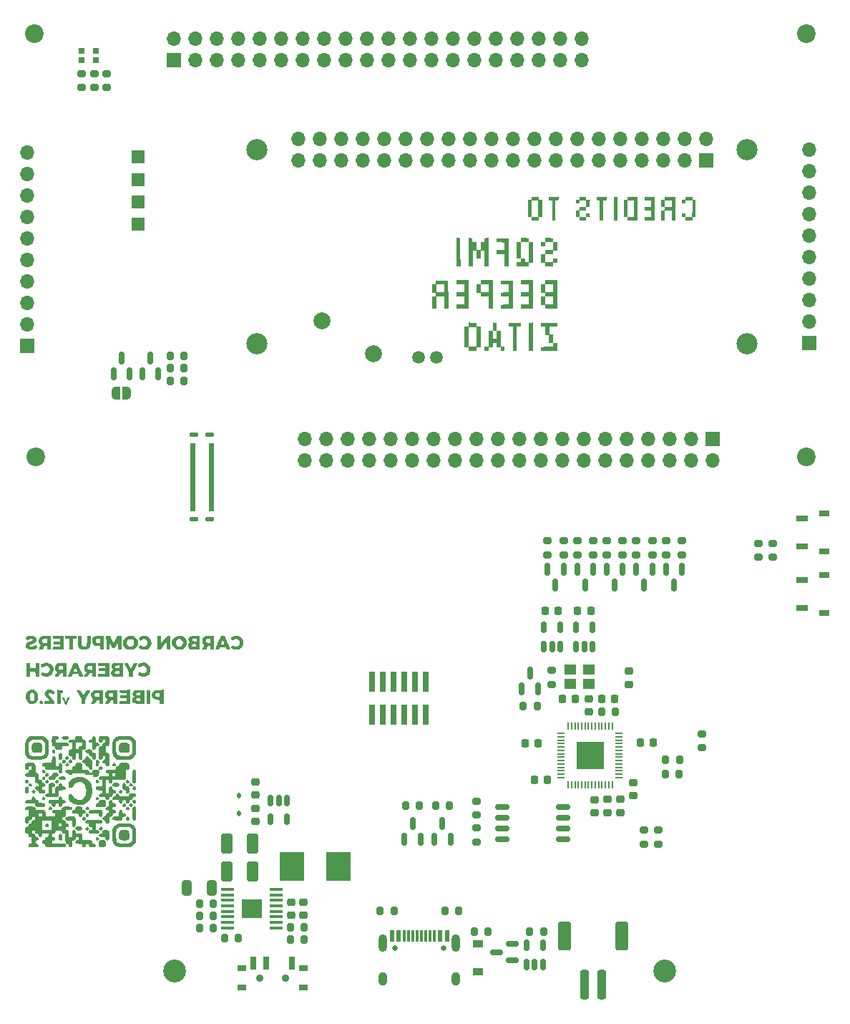
<source format=gbr>
%TF.GenerationSoftware,KiCad,Pcbnew,8.0.4*%
%TF.CreationDate,2024-10-18T18:06:38+03:00*%
%TF.ProjectId,beepy,62656570-792e-46b6-9963-61645f706362,rev?*%
%TF.SameCoordinates,Original*%
%TF.FileFunction,Soldermask,Bot*%
%TF.FilePolarity,Negative*%
%FSLAX46Y46*%
G04 Gerber Fmt 4.6, Leading zero omitted, Abs format (unit mm)*
G04 Created by KiCad (PCBNEW 8.0.4) date 2024-10-18 18:06:38*
%MOMM*%
%LPD*%
G01*
G04 APERTURE LIST*
G04 Aperture macros list*
%AMRoundRect*
0 Rectangle with rounded corners*
0 $1 Rounding radius*
0 $2 $3 $4 $5 $6 $7 $8 $9 X,Y pos of 4 corners*
0 Add a 4 corners polygon primitive as box body*
4,1,4,$2,$3,$4,$5,$6,$7,$8,$9,$2,$3,0*
0 Add four circle primitives for the rounded corners*
1,1,$1+$1,$2,$3*
1,1,$1+$1,$4,$5*
1,1,$1+$1,$6,$7*
1,1,$1+$1,$8,$9*
0 Add four rect primitives between the rounded corners*
20,1,$1+$1,$2,$3,$4,$5,0*
20,1,$1+$1,$4,$5,$6,$7,0*
20,1,$1+$1,$6,$7,$8,$9,0*
20,1,$1+$1,$8,$9,$2,$3,0*%
%AMFreePoly0*
4,1,19,0.500000,-0.750000,0.000000,-0.750000,0.000000,-0.744911,-0.071157,-0.744911,-0.207708,-0.704816,-0.327430,-0.627875,-0.420627,-0.520320,-0.479746,-0.390866,-0.500000,-0.250000,-0.500000,0.250000,-0.479746,0.390866,-0.420627,0.520320,-0.327430,0.627875,-0.207708,0.704816,-0.071157,0.744911,0.000000,0.744911,0.000000,0.750000,0.500000,0.750000,0.500000,-0.750000,0.500000,-0.750000,
$1*%
%AMFreePoly1*
4,1,19,0.000000,0.744911,0.071157,0.744911,0.207708,0.704816,0.327430,0.627875,0.420627,0.520320,0.479746,0.390866,0.500000,0.250000,0.500000,-0.250000,0.479746,-0.390866,0.420627,-0.520320,0.327430,-0.627875,0.207708,-0.704816,0.071157,-0.744911,0.000000,-0.744911,0.000000,-0.750000,-0.500000,-0.750000,-0.500000,0.750000,0.000000,0.750000,0.000000,0.744911,0.000000,0.744911,
$1*%
G04 Aperture macros list end*
%ADD10C,0.000000*%
%ADD11C,0.010000*%
%ADD12R,1.700000X1.700000*%
%ADD13O,1.700000X1.700000*%
%ADD14C,2.500000*%
%ADD15C,2.200000*%
%ADD16C,2.700000*%
%ADD17RoundRect,0.200000X0.200000X0.275000X-0.200000X0.275000X-0.200000X-0.275000X0.200000X-0.275000X0*%
%ADD18RoundRect,0.200000X0.275000X-0.200000X0.275000X0.200000X-0.275000X0.200000X-0.275000X-0.200000X0*%
%ADD19RoundRect,0.200000X-0.275000X0.200000X-0.275000X-0.200000X0.275000X-0.200000X0.275000X0.200000X0*%
%ADD20RoundRect,0.150000X-0.150000X0.587500X-0.150000X-0.587500X0.150000X-0.587500X0.150000X0.587500X0*%
%ADD21RoundRect,0.150000X0.150000X-0.512500X0.150000X0.512500X-0.150000X0.512500X-0.150000X-0.512500X0*%
%ADD22RoundRect,0.150000X0.150000X-0.587500X0.150000X0.587500X-0.150000X0.587500X-0.150000X-0.587500X0*%
%ADD23R,2.460000X2.310000*%
%ADD24RoundRect,0.100000X0.687500X0.100000X-0.687500X0.100000X-0.687500X-0.100000X0.687500X-0.100000X0*%
%ADD25RoundRect,0.150000X-0.712500X-0.150000X0.712500X-0.150000X0.712500X0.150000X-0.712500X0.150000X0*%
%ADD26RoundRect,0.225000X0.250000X-0.225000X0.250000X0.225000X-0.250000X0.225000X-0.250000X-0.225000X0*%
%ADD27C,2.000000*%
%ADD28RoundRect,0.250000X0.325000X0.650000X-0.325000X0.650000X-0.325000X-0.650000X0.325000X-0.650000X0*%
%ADD29R,1.400000X0.800000*%
%ADD30R,1.270000X0.800000*%
%ADD31RoundRect,0.225000X-0.225000X-0.250000X0.225000X-0.250000X0.225000X0.250000X-0.225000X0.250000X0*%
%ADD32R,2.950000X3.500000*%
%ADD33R,1.500000X1.500000*%
%ADD34RoundRect,0.150000X-0.150000X0.512500X-0.150000X-0.512500X0.150000X-0.512500X0.150000X0.512500X0*%
%ADD35C,1.500000*%
%ADD36RoundRect,0.225000X-0.250000X0.225000X-0.250000X-0.225000X0.250000X-0.225000X0.250000X0.225000X0*%
%ADD37FreePoly0,0.000000*%
%ADD38FreePoly1,0.000000*%
%ADD39RoundRect,0.200000X-0.200000X-0.275000X0.200000X-0.275000X0.200000X0.275000X-0.200000X0.275000X0*%
%ADD40RoundRect,0.102000X0.375000X-0.150000X0.375000X0.150000X-0.375000X0.150000X-0.375000X-0.150000X0*%
%ADD41R,0.800000X0.700000*%
%ADD42R,1.400000X1.200000*%
%ADD43RoundRect,0.250000X-0.412500X-0.925000X0.412500X-0.925000X0.412500X0.925000X-0.412500X0.925000X0*%
%ADD44RoundRect,0.225000X0.225000X0.250000X-0.225000X0.250000X-0.225000X-0.250000X0.225000X-0.250000X0*%
%ADD45RoundRect,0.250000X-0.250000X-1.500000X0.250000X-1.500000X0.250000X1.500000X-0.250000X1.500000X0*%
%ADD46RoundRect,0.250001X-0.499999X-1.449999X0.499999X-1.449999X0.499999X1.449999X-0.499999X1.449999X0*%
%ADD47C,0.650000*%
%ADD48R,0.600000X1.450000*%
%ADD49R,0.300000X1.450000*%
%ADD50O,1.000000X1.600000*%
%ADD51O,1.000000X2.100000*%
%ADD52RoundRect,0.150000X0.587500X0.150000X-0.587500X0.150000X-0.587500X-0.150000X0.587500X-0.150000X0*%
%ADD53R,1.200000X0.900000*%
%ADD54RoundRect,0.112500X-0.112500X0.187500X-0.112500X-0.187500X0.112500X-0.187500X0.112500X0.187500X0*%
%ADD55R,1.000000X0.800000*%
%ADD56C,0.900000*%
%ADD57R,0.700000X1.500000*%
%ADD58RoundRect,0.050000X-0.387500X-0.050000X0.387500X-0.050000X0.387500X0.050000X-0.387500X0.050000X0*%
%ADD59RoundRect,0.050000X-0.050000X-0.387500X0.050000X-0.387500X0.050000X0.387500X-0.050000X0.387500X0*%
%ADD60R,3.200000X3.200000*%
%ADD61R,0.740000X2.400000*%
G04 APERTURE END LIST*
D10*
%TO.C,G\u002A\u002A\u002A*%
G36*
X9763190Y-88086712D02*
G01*
X9763190Y-88906629D01*
X9536405Y-88906629D01*
X9309619Y-88906629D01*
X9309619Y-88086712D01*
X9309619Y-87266794D01*
X9536405Y-87266794D01*
X9763190Y-87266794D01*
X9763190Y-88086712D01*
G37*
G36*
X-922552Y-87274330D02*
G01*
X-546837Y-87284239D01*
X-546837Y-87441245D01*
X-546837Y-87598250D01*
X-695120Y-87608979D01*
X-843403Y-87619707D01*
X-843403Y-88264833D01*
X-843403Y-88909959D01*
X-1061466Y-88899572D01*
X-1279529Y-88889184D01*
X-1288898Y-88076802D01*
X-1298266Y-87264420D01*
X-922552Y-87274330D01*
G37*
G36*
X-3053032Y-88547024D02*
G01*
X-2973775Y-88635862D01*
X-2949814Y-88683419D01*
X-2944931Y-88742668D01*
X-2983302Y-88815384D01*
X-2984489Y-88817172D01*
X-3061882Y-88884424D01*
X-3160346Y-88910797D01*
X-3255141Y-88894844D01*
X-3321524Y-88835124D01*
X-3346454Y-88773472D01*
X-3350191Y-88666672D01*
X-3308105Y-88582255D01*
X-3234809Y-88528593D01*
X-3144914Y-88514059D01*
X-3053032Y-88547024D01*
G37*
G36*
X1058108Y-81038909D02*
G01*
X1058108Y-81213360D01*
X822600Y-81223677D01*
X587091Y-81233993D01*
X587091Y-81858680D01*
X587091Y-82483367D01*
X386473Y-82493830D01*
X299778Y-82497222D01*
X206388Y-82497682D01*
X159688Y-82493512D01*
X152000Y-82462612D01*
X144610Y-82372176D01*
X138758Y-82233536D01*
X134907Y-82057972D01*
X133520Y-81856768D01*
X133520Y-81230805D01*
X-112534Y-81230805D01*
X-358588Y-81230805D01*
X-348042Y-81047632D01*
X-337496Y-80864459D01*
X360306Y-80864459D01*
X1058108Y-80864459D01*
X1058108Y-81038909D01*
G37*
G36*
X-4471974Y-84388360D02*
G01*
X-4471974Y-84719816D01*
X-4157963Y-84719816D01*
X-3843952Y-84719816D01*
X-3843952Y-84388360D01*
X-3843952Y-84056904D01*
X-3617167Y-84056904D01*
X-3390381Y-84056904D01*
X-3390381Y-84878486D01*
X-3390381Y-85700069D01*
X-3608444Y-85689681D01*
X-3826507Y-85679294D01*
X-3836588Y-85374006D01*
X-3846669Y-85068717D01*
X-4159322Y-85068717D01*
X-4471974Y-85068717D01*
X-4471974Y-85384393D01*
X-4471974Y-85700069D01*
X-4690038Y-85689681D01*
X-4908101Y-85679294D01*
X-4917466Y-84868099D01*
X-4926832Y-84056904D01*
X-4699403Y-84056904D01*
X-4471974Y-84056904D01*
X-4471974Y-84388360D01*
G37*
G36*
X4878575Y-84876822D02*
G01*
X4878575Y-85696739D01*
X4215663Y-85696739D01*
X3552751Y-85696739D01*
X3552751Y-85522289D01*
X3552751Y-85347838D01*
X3988877Y-85347838D01*
X4425004Y-85347838D01*
X4425004Y-85190833D01*
X4425004Y-85033827D01*
X4041212Y-85033827D01*
X3657421Y-85033827D01*
X3657421Y-84859377D01*
X3657421Y-84684926D01*
X4041212Y-84684926D01*
X4425004Y-84684926D01*
X4425004Y-84545366D01*
X4425004Y-84405805D01*
X4006322Y-84405805D01*
X3587641Y-84405805D01*
X3587641Y-84231355D01*
X3587641Y-84056904D01*
X4233108Y-84056904D01*
X4878575Y-84056904D01*
X4878575Y-84876822D01*
G37*
G36*
X-502583Y-81674864D02*
G01*
X-493220Y-82485270D01*
X-1130605Y-82494782D01*
X-1323916Y-82496648D01*
X-1506139Y-82496295D01*
X-1653348Y-82493742D01*
X-1753962Y-82489197D01*
X-1796396Y-82482867D01*
X-1803575Y-82471589D01*
X-1814597Y-82406140D01*
X-1813841Y-82308416D01*
X-1802881Y-82155393D01*
X-1375477Y-82145597D01*
X-948073Y-82135800D01*
X-948073Y-81997314D01*
X-948073Y-81858827D01*
X-1331865Y-81858827D01*
X-1715656Y-81858827D01*
X-1715656Y-81684377D01*
X-1715656Y-81509926D01*
X-1331865Y-81509926D01*
X-948073Y-81509926D01*
X-948073Y-81370366D01*
X-948073Y-81230805D01*
X-1368578Y-81230805D01*
X-1789083Y-81230805D01*
X-1778537Y-81047632D01*
X-1767991Y-80864459D01*
X-1139969Y-80864459D01*
X-511947Y-80864459D01*
X-502583Y-81674864D01*
G37*
G36*
X7390663Y-88062682D02*
G01*
X7390375Y-88188017D01*
X7388418Y-88405721D01*
X7384854Y-88594263D01*
X7379972Y-88743487D01*
X7374059Y-88843240D01*
X7367403Y-88883369D01*
X7329856Y-88890448D01*
X7233180Y-88896925D01*
X7089098Y-88902049D01*
X6909054Y-88905417D01*
X6704491Y-88906629D01*
X6064839Y-88906629D01*
X6064839Y-88732179D01*
X6064839Y-88557728D01*
X6500965Y-88557728D01*
X6937091Y-88557728D01*
X6937091Y-88400723D01*
X6937091Y-88243717D01*
X6553300Y-88243717D01*
X6169509Y-88243717D01*
X6169509Y-88069267D01*
X6169509Y-87894816D01*
X6553300Y-87894816D01*
X6937091Y-87894816D01*
X6937091Y-87756329D01*
X6937091Y-87617843D01*
X6509688Y-87608047D01*
X6082284Y-87598250D01*
X6082284Y-87441245D01*
X6082284Y-87284239D01*
X6736473Y-87274747D01*
X7390663Y-87265254D01*
X7390663Y-88062682D01*
G37*
G36*
X11936276Y-80853954D02*
G01*
X12118273Y-80864459D01*
X12127634Y-81673808D01*
X12136995Y-82483158D01*
X11953183Y-82493726D01*
X11882716Y-82496357D01*
X11790786Y-82494562D01*
X11744307Y-82486207D01*
X11742633Y-82484034D01*
X11732537Y-82433894D01*
X11722960Y-82329931D01*
X11714916Y-82185809D01*
X11709417Y-82015191D01*
X11699591Y-81562261D01*
X11359648Y-82015833D01*
X11019705Y-82469404D01*
X10823421Y-82487602D01*
X10754039Y-82492235D01*
X10655513Y-82488611D01*
X10613156Y-82469367D01*
X10611265Y-82456239D01*
X10608190Y-82382333D01*
X10606326Y-82254156D01*
X10605732Y-82082177D01*
X10606466Y-81876868D01*
X10608587Y-81648697D01*
X10617998Y-80864459D01*
X10809894Y-80864459D01*
X11001789Y-80864459D01*
X11011500Y-81344715D01*
X11021210Y-81824972D01*
X11387744Y-81334210D01*
X11754278Y-80843449D01*
X11936276Y-80853954D01*
G37*
G36*
X177641Y-88111479D02*
G01*
X188392Y-88137373D01*
X179075Y-88191830D01*
X148655Y-88284071D01*
X96095Y-88423316D01*
X20359Y-88618786D01*
X-117969Y-88976409D01*
X-245178Y-88976397D01*
X-372387Y-88976385D01*
X-521602Y-88583883D01*
X-579317Y-88429137D01*
X-626637Y-88296646D01*
X-658452Y-88201077D01*
X-669885Y-88156492D01*
X-669633Y-88154416D01*
X-634301Y-88131171D01*
X-557700Y-88121602D01*
X-511944Y-88123343D01*
X-470045Y-88137757D01*
X-437154Y-88178351D01*
X-403350Y-88258605D01*
X-358713Y-88392000D01*
X-345233Y-88432813D01*
X-303554Y-88549907D01*
X-269804Y-88631662D01*
X-250271Y-88662398D01*
X-246149Y-88659309D01*
X-221598Y-88611173D01*
X-184801Y-88516842D01*
X-142036Y-88392000D01*
X-100373Y-88266040D01*
X-66285Y-88182066D01*
X-32554Y-88137490D01*
X11729Y-88118326D01*
X77474Y-88110590D01*
X100084Y-88108500D01*
X147860Y-88104928D01*
X177641Y-88111479D01*
G37*
G36*
X4763626Y-80854128D02*
G01*
X4998849Y-80864459D01*
X5209111Y-81328907D01*
X5419372Y-81793356D01*
X5542213Y-81538248D01*
X5616209Y-81381556D01*
X5694913Y-81210000D01*
X5759974Y-81063476D01*
X5854892Y-80843812D01*
X6090703Y-80854135D01*
X6326515Y-80864459D01*
X6335876Y-81673808D01*
X6345237Y-82483158D01*
X6161425Y-82493726D01*
X6091099Y-82496881D01*
X5998624Y-82497744D01*
X5951446Y-82493512D01*
X5948574Y-82489464D01*
X5939323Y-82434883D01*
X5931717Y-82327283D01*
X5926478Y-82179671D01*
X5924326Y-82005051D01*
X5923374Y-81527371D01*
X5750136Y-81928607D01*
X5742945Y-81945269D01*
X5678172Y-82096020D01*
X5625349Y-82220125D01*
X5589746Y-82305126D01*
X5576638Y-82338566D01*
X5571131Y-82340894D01*
X5518085Y-82345470D01*
X5427023Y-82347289D01*
X5277669Y-82347289D01*
X5104289Y-81941322D01*
X4930910Y-81535356D01*
X4913465Y-82016158D01*
X4896020Y-82496960D01*
X4721570Y-82496906D01*
X4547119Y-82496853D01*
X4537761Y-81670325D01*
X4528403Y-80843797D01*
X4763626Y-80854128D01*
G37*
G36*
X1646972Y-87579929D02*
G01*
X1695851Y-87671238D01*
X1761530Y-87789188D01*
X1811436Y-87873016D01*
X1837481Y-87908766D01*
X1855509Y-87895589D01*
X1900533Y-87832431D01*
X1963306Y-87728565D01*
X2036184Y-87596024D01*
X2209482Y-87267580D01*
X2427545Y-87267187D01*
X2530983Y-87269296D01*
X2613839Y-87276035D01*
X2645608Y-87285852D01*
X2632765Y-87315166D01*
X2591493Y-87396980D01*
X2526917Y-87520814D01*
X2444335Y-87676522D01*
X2349042Y-87853957D01*
X2319483Y-87908700D01*
X2221358Y-88091797D01*
X2150806Y-88228923D01*
X2103280Y-88332359D01*
X2074232Y-88414385D01*
X2059113Y-88487283D01*
X2053378Y-88563333D01*
X2052476Y-88654816D01*
X2052476Y-88906629D01*
X1843135Y-88906629D01*
X1633795Y-88906629D01*
X1633795Y-88635272D01*
X1630208Y-88510388D01*
X1614225Y-88374772D01*
X1587094Y-88295093D01*
X1574612Y-88274942D01*
X1528968Y-88194606D01*
X1461432Y-88071337D01*
X1378885Y-87917769D01*
X1288212Y-87746533D01*
X1036031Y-87266794D01*
X1258950Y-87266794D01*
X1481869Y-87266794D01*
X1646972Y-87579929D01*
G37*
G36*
X11333245Y-88060938D02*
G01*
X11332952Y-88187807D01*
X11330988Y-88405625D01*
X11327423Y-88594232D01*
X11322543Y-88743486D01*
X11316634Y-88843246D01*
X11309985Y-88883369D01*
X11280292Y-88893331D01*
X11196802Y-88902922D01*
X11083200Y-88906629D01*
X10879674Y-88906629D01*
X10879674Y-88684432D01*
X10879674Y-88462234D01*
X10621999Y-88445698D01*
X10411669Y-88419142D01*
X10239296Y-88362017D01*
X10110725Y-88269652D01*
X10014761Y-88136345D01*
X9981194Y-88063802D01*
X9942691Y-87885884D01*
X10363821Y-87885884D01*
X10420306Y-88000992D01*
X10465935Y-88043296D01*
X10549946Y-88077657D01*
X10681982Y-88096403D01*
X10879674Y-88112798D01*
X10879674Y-87864246D01*
X10879674Y-87615695D01*
X10687778Y-87615695D01*
X10591583Y-87619291D01*
X10493338Y-87640352D01*
X10426102Y-87685475D01*
X10371481Y-87770207D01*
X10363821Y-87885884D01*
X9942691Y-87885884D01*
X9939113Y-87869348D01*
X9962448Y-87679243D01*
X10048651Y-87504511D01*
X10195171Y-87356175D01*
X10230557Y-87332818D01*
X10282282Y-87310916D01*
X10353832Y-87295667D01*
X10457694Y-87285387D01*
X10606359Y-87278393D01*
X10812314Y-87273003D01*
X11333245Y-87261767D01*
X11333245Y-87864246D01*
X11333245Y-88060938D01*
G37*
G36*
X7007801Y-84060403D02*
G01*
X7059581Y-84077731D01*
X7105685Y-84117953D01*
X7156229Y-84190467D01*
X7221331Y-84304674D01*
X7311106Y-84469970D01*
X7450353Y-84726031D01*
X7638571Y-84391476D01*
X7826789Y-84056922D01*
X8046080Y-84056913D01*
X8087105Y-84056949D01*
X8187886Y-84059238D01*
X8235643Y-84069259D01*
X8243364Y-84092739D01*
X8224037Y-84135407D01*
X8212639Y-84156897D01*
X8168292Y-84239927D01*
X8101185Y-84365204D01*
X8018205Y-84519872D01*
X7926243Y-84691076D01*
X7849492Y-84834327D01*
X7774314Y-84978762D01*
X7723712Y-85086619D01*
X7692822Y-85171994D01*
X7676780Y-85248978D01*
X7670722Y-85331668D01*
X7669784Y-85434156D01*
X7669784Y-85700069D01*
X7451721Y-85689681D01*
X7233657Y-85679294D01*
X7215770Y-85382728D01*
X7209679Y-85290848D01*
X7199395Y-85196243D01*
X7181363Y-85111886D01*
X7150392Y-85023508D01*
X7101290Y-84916839D01*
X7028865Y-84777610D01*
X6927927Y-84591551D01*
X6867259Y-84479882D01*
X6784135Y-84325000D01*
X6717795Y-84199062D01*
X6673865Y-84112793D01*
X6657971Y-84076921D01*
X6680743Y-84067853D01*
X6756324Y-84059947D01*
X6866507Y-84056904D01*
X6940230Y-84056570D01*
X7007801Y-84060403D01*
G37*
G36*
X-2132401Y-87235619D02*
G01*
X-1999699Y-87264696D01*
X-1848977Y-87314706D01*
X-1708929Y-87375377D01*
X-1608251Y-87436443D01*
X-1532876Y-87497478D01*
X-1607530Y-87643812D01*
X-1632283Y-87690426D01*
X-1675462Y-87761966D01*
X-1700771Y-87790146D01*
X-1710978Y-87786713D01*
X-1766225Y-87755706D01*
X-1847721Y-87702920D01*
X-1917601Y-87662692D01*
X-2041287Y-87621966D01*
X-2153882Y-87617511D01*
X-2241886Y-87646547D01*
X-2291800Y-87706297D01*
X-2290125Y-87793981D01*
X-2283500Y-87808118D01*
X-2236430Y-87876488D01*
X-2154113Y-87979929D01*
X-2045839Y-88107058D01*
X-1920896Y-88246488D01*
X-1913966Y-88254038D01*
X-1780544Y-88400884D01*
X-1687624Y-88508505D01*
X-1627964Y-88587780D01*
X-1594319Y-88649589D01*
X-1579444Y-88704812D01*
X-1576095Y-88764329D01*
X-1576095Y-88906629D01*
X-2186672Y-88906629D01*
X-2797249Y-88906629D01*
X-2797249Y-88733488D01*
X-2797249Y-88560347D01*
X-2478450Y-88550315D01*
X-2159651Y-88540283D01*
X-2403928Y-88271500D01*
X-2552737Y-88098668D01*
X-2675194Y-87927377D01*
X-2744411Y-87781934D01*
X-2762608Y-87654855D01*
X-2732003Y-87538658D01*
X-2654818Y-87425861D01*
X-2566420Y-87345727D01*
X-2391004Y-87261186D01*
X-2179259Y-87232099D01*
X-2132401Y-87235619D01*
G37*
G36*
X1604532Y-81400866D02*
G01*
X1607677Y-81541896D01*
X1612849Y-81713091D01*
X1619890Y-81833886D01*
X1630585Y-81916107D01*
X1646718Y-81971580D01*
X1670075Y-82012130D01*
X1702439Y-82049584D01*
X1759858Y-82101239D01*
X1833994Y-82129866D01*
X1943159Y-82130827D01*
X2013879Y-82122917D01*
X2102897Y-82090481D01*
X2171081Y-82022084D01*
X2198839Y-81978906D01*
X2219614Y-81926076D01*
X2234098Y-81852584D01*
X2243933Y-81746150D01*
X2250762Y-81594495D01*
X2256226Y-81385340D01*
X2268079Y-80847014D01*
X2474289Y-80847014D01*
X2680498Y-80847014D01*
X2680498Y-81423821D01*
X2679393Y-81624563D01*
X2673448Y-81824647D01*
X2660008Y-81975826D01*
X2636479Y-82089719D01*
X2600263Y-82177947D01*
X2548765Y-82252127D01*
X2479388Y-82323880D01*
X2469461Y-82332896D01*
X2358462Y-82412042D01*
X2239583Y-82470632D01*
X2226777Y-82475085D01*
X2011955Y-82519174D01*
X1799210Y-82511237D01*
X1600999Y-82456286D01*
X1429780Y-82359336D01*
X1298009Y-82225400D01*
X1218145Y-82059494D01*
X1204701Y-81986515D01*
X1192020Y-81834837D01*
X1186104Y-81631789D01*
X1187429Y-81387811D01*
X1197668Y-80864459D01*
X1395192Y-80854088D01*
X1592715Y-80843716D01*
X1604532Y-81400866D01*
G37*
G36*
X1627075Y-85224278D02*
G01*
X1700746Y-85400524D01*
X1757983Y-85539682D01*
X1795058Y-85632753D01*
X1808245Y-85670740D01*
X1784467Y-85682686D01*
X1707941Y-85692837D01*
X1596943Y-85696739D01*
X1385640Y-85696739D01*
X1316189Y-85539734D01*
X1246738Y-85382728D01*
X915675Y-85382728D01*
X584612Y-85382728D01*
X517311Y-85539734D01*
X450011Y-85696739D01*
X219078Y-85696739D01*
X218241Y-85696739D01*
X103912Y-85692317D01*
X25442Y-85680828D01*
X-225Y-85664741D01*
X9070Y-85641736D01*
X42524Y-85560988D01*
X96417Y-85431747D01*
X166915Y-85263188D01*
X248410Y-85068717D01*
X697708Y-85068717D01*
X904076Y-85068717D01*
X996529Y-85066019D01*
X1078765Y-85056843D01*
X1110443Y-85043413D01*
X1108031Y-85024942D01*
X1086308Y-84952848D01*
X1048612Y-84855008D01*
X1003043Y-84749637D01*
X957703Y-84654949D01*
X920691Y-84589159D01*
X900109Y-84570480D01*
X899082Y-84571749D01*
X874116Y-84620088D01*
X833992Y-84713569D01*
X786892Y-84833209D01*
X697708Y-85068717D01*
X248410Y-85068717D01*
X250182Y-85064488D01*
X342384Y-84844824D01*
X673364Y-84056904D01*
X901160Y-84056904D01*
X1128956Y-84056904D01*
X1468601Y-84850822D01*
X1540697Y-85019941D01*
X1550619Y-85043413D01*
X1627075Y-85224278D01*
G37*
G36*
X8280036Y-81694145D02*
G01*
X8263875Y-81880039D01*
X8214144Y-82033278D01*
X8086782Y-82221783D01*
X7901890Y-82382173D01*
X7670010Y-82491213D01*
X7593122Y-82504031D01*
X7471942Y-82510483D01*
X7333928Y-82508886D01*
X7298866Y-82506927D01*
X7079416Y-82469384D01*
X6896748Y-82384334D01*
X6731745Y-82243347D01*
X6659103Y-82153640D01*
X6561047Y-81956294D01*
X6520018Y-81740911D01*
X6527817Y-81633629D01*
X6972415Y-81633629D01*
X6987669Y-81802730D01*
X7053873Y-81960085D01*
X7166677Y-82085048D01*
X7271550Y-82129421D01*
X7410106Y-82138055D01*
X7551017Y-82110289D01*
X7666448Y-82048176D01*
X7754159Y-81945330D01*
X7814465Y-81793006D01*
X7824502Y-81628136D01*
X7783590Y-81470296D01*
X7691050Y-81339065D01*
X7577876Y-81266912D01*
X7427763Y-81235665D01*
X7273620Y-81255867D01*
X7134784Y-81324594D01*
X7030589Y-81438923D01*
X7012458Y-81473430D01*
X6972415Y-81633629D01*
X6527817Y-81633629D01*
X6535931Y-81522017D01*
X6608700Y-81314138D01*
X6738242Y-81131800D01*
X6824878Y-81052581D01*
X7023695Y-80932366D01*
X7241681Y-80867067D01*
X7466905Y-80855208D01*
X7687437Y-80895315D01*
X7891347Y-80985912D01*
X8066705Y-81125527D01*
X8201580Y-81312683D01*
X8213622Y-81337383D01*
X8263121Y-81503844D01*
X8274169Y-81628136D01*
X8280036Y-81694145D01*
G37*
G36*
X9255145Y-80883351D02*
G01*
X9454862Y-80964466D01*
X9626568Y-81090071D01*
X9760835Y-81254907D01*
X9848236Y-81453716D01*
X9879343Y-81681237D01*
X9872187Y-81790072D01*
X9811922Y-82012617D01*
X9697403Y-82209137D01*
X9537161Y-82367098D01*
X9339726Y-82473970D01*
X9278301Y-82491923D01*
X9099486Y-82514730D01*
X8908521Y-82507906D01*
X8741524Y-82471595D01*
X8687344Y-82450034D01*
X8574023Y-82393281D01*
X8471384Y-82329044D01*
X8397199Y-82269087D01*
X8369242Y-82225173D01*
X8373930Y-82210110D01*
X8411556Y-82148942D01*
X8474297Y-82068739D01*
X8485829Y-82055347D01*
X8549907Y-81989788D01*
X8594685Y-81971229D01*
X8638607Y-81990938D01*
X8686441Y-82023513D01*
X8869201Y-82109838D01*
X9042796Y-82131459D01*
X9201500Y-82087396D01*
X9230857Y-82070365D01*
X9339893Y-81962978D01*
X9406202Y-81820530D01*
X9426741Y-81661709D01*
X9398469Y-81505205D01*
X9318341Y-81369704D01*
X9297989Y-81348605D01*
X9161403Y-81260411D01*
X9004425Y-81231266D01*
X8842046Y-81261597D01*
X8689257Y-81351829D01*
X8586868Y-81437984D01*
X8471717Y-81294694D01*
X8434758Y-81246387D01*
X8388782Y-81160986D01*
X8395328Y-81093551D01*
X8458903Y-81030589D01*
X8584017Y-80958604D01*
X8809386Y-80875630D01*
X9036844Y-80851986D01*
X9255145Y-80883351D01*
G37*
G36*
X14064348Y-81875363D02*
G01*
X13981605Y-82073645D01*
X13831528Y-82260974D01*
X13804848Y-82287053D01*
X13649648Y-82412931D01*
X13512674Y-82477999D01*
X13460126Y-82490488D01*
X13184595Y-82516294D01*
X12910173Y-82480547D01*
X12814251Y-82443795D01*
X12666079Y-82348783D01*
X12526235Y-82221340D01*
X12413933Y-82079861D01*
X12348387Y-81942739D01*
X12317883Y-81795782D01*
X12318235Y-81684377D01*
X12763740Y-81684377D01*
X12775449Y-81779844D01*
X12842903Y-81935803D01*
X12959644Y-82065087D01*
X13040870Y-82110738D01*
X13199866Y-82137948D01*
X13214294Y-82137713D01*
X13370803Y-82102086D01*
X13496920Y-82015524D01*
X13585594Y-81891883D01*
X13629773Y-81745025D01*
X13622406Y-81588808D01*
X13556443Y-81437091D01*
X13479818Y-81344213D01*
X13346027Y-81258883D01*
X13178404Y-81231319D01*
X13127677Y-81235131D01*
X12988659Y-81287421D01*
X12872683Y-81389537D01*
X12793221Y-81526761D01*
X12763740Y-81684377D01*
X12318235Y-81684377D01*
X12318619Y-81562937D01*
X12386121Y-81348728D01*
X12521054Y-81150106D01*
X12658120Y-81024432D01*
X12852919Y-80916878D01*
X13063888Y-80861767D01*
X13280116Y-80856651D01*
X13490696Y-80899079D01*
X13684717Y-80986603D01*
X13851272Y-81116773D01*
X13979451Y-81287141D01*
X14058345Y-81495256D01*
X14082144Y-81658072D01*
X14075023Y-81745025D01*
X14064348Y-81875363D01*
G37*
G36*
X4242502Y-81664458D02*
G01*
X4243416Y-81759040D01*
X4243807Y-81992164D01*
X4241399Y-82189835D01*
X4236429Y-82343478D01*
X4229136Y-82444517D01*
X4219758Y-82484375D01*
X4193905Y-82491540D01*
X4111805Y-82498885D01*
X4001023Y-82499892D01*
X3814427Y-82495490D01*
X3804156Y-82286318D01*
X3793885Y-82077146D01*
X3539144Y-82060797D01*
X3524829Y-82059818D01*
X3281052Y-82019697D01*
X3093158Y-81938262D01*
X2960164Y-81814620D01*
X2881089Y-81647873D01*
X2854949Y-81437127D01*
X2855305Y-81426257D01*
X3277518Y-81426257D01*
X3286725Y-81539039D01*
X3338625Y-81627711D01*
X3339261Y-81628280D01*
X3407266Y-81664068D01*
X3509409Y-81693238D01*
X3620705Y-81711638D01*
X3716168Y-81715117D01*
X3770814Y-81699524D01*
X3783055Y-81661162D01*
X3793119Y-81570924D01*
X3796982Y-81451776D01*
X3796982Y-81230805D01*
X3593048Y-81230805D01*
X3483725Y-81234879D01*
X3389793Y-81254530D01*
X3331373Y-81294610D01*
X3311691Y-81320973D01*
X3277518Y-81426257D01*
X2855305Y-81426257D01*
X2856818Y-81380002D01*
X2897598Y-81195217D01*
X2994327Y-81050034D01*
X3150483Y-80938585D01*
X3167256Y-80930172D01*
X3234591Y-80902834D01*
X3312960Y-80884475D01*
X3417041Y-80873345D01*
X3561514Y-80867694D01*
X3761060Y-80865769D01*
X4233108Y-80864459D01*
X4240005Y-81451776D01*
X4242502Y-81664458D01*
G37*
G36*
X-145601Y-84876822D02*
G01*
X-145601Y-85696739D01*
X-354941Y-85696739D01*
X-564282Y-85696739D01*
X-564282Y-85469953D01*
X-564282Y-85243168D01*
X-719363Y-85243168D01*
X-772050Y-85243659D01*
X-835880Y-85252384D01*
X-882357Y-85282615D01*
X-928108Y-85347761D01*
X-989761Y-85461231D01*
X-1105079Y-85679294D01*
X-1340587Y-85689611D01*
X-1451881Y-85691108D01*
X-1543268Y-85682755D01*
X-1576095Y-85664299D01*
X-1574725Y-85657472D01*
X-1547820Y-85600645D01*
X-1493587Y-85506799D01*
X-1421341Y-85392307D01*
X-1266587Y-85155942D01*
X-1355868Y-85088837D01*
X-1361588Y-85084427D01*
X-1456897Y-84969248D01*
X-1518549Y-84813591D01*
X-1543399Y-84638727D01*
X-1543103Y-84635338D01*
X-1121990Y-84635338D01*
X-1112581Y-84729483D01*
X-1067786Y-84804927D01*
X-971260Y-84857194D01*
X-949633Y-84864318D01*
X-840411Y-84885672D01*
X-719016Y-84894267D01*
X-564282Y-84894267D01*
X-564282Y-84650036D01*
X-564282Y-84405805D01*
X-785660Y-84405805D01*
X-934797Y-84415787D01*
X-1044738Y-84453573D01*
X-1104394Y-84524885D01*
X-1121990Y-84635338D01*
X-1543103Y-84635338D01*
X-1528301Y-84465923D01*
X-1470109Y-84316451D01*
X-1420932Y-84247734D01*
X-1335599Y-84170330D01*
X-1223798Y-84115809D01*
X-1074876Y-84080908D01*
X-878176Y-84062361D01*
X-623047Y-84056904D01*
X-145601Y-84056904D01*
X-145601Y-84650036D01*
X-145601Y-84876822D01*
G37*
G36*
X4145883Y-88086712D02*
G01*
X4145883Y-88906629D01*
X3936542Y-88906629D01*
X3727201Y-88906629D01*
X3727201Y-88679844D01*
X3727201Y-88453058D01*
X3573199Y-88453058D01*
X3513845Y-88453871D01*
X3453381Y-88464072D01*
X3406973Y-88496526D01*
X3358632Y-88564147D01*
X3292370Y-88679844D01*
X3165544Y-88906629D01*
X2940466Y-88906629D01*
X2834435Y-88902828D01*
X2747683Y-88890147D01*
X2715388Y-88870884D01*
X2715981Y-88866689D01*
X2739330Y-88813229D01*
X2789882Y-88721577D01*
X2858280Y-88608886D01*
X3001172Y-88382633D01*
X2894638Y-88261298D01*
X2792275Y-88106645D01*
X2736761Y-87927265D01*
X2736499Y-87881869D01*
X3175372Y-87881869D01*
X3179195Y-87916584D01*
X3208766Y-88005784D01*
X3273630Y-88059228D01*
X3311872Y-88073495D01*
X3420091Y-88094965D01*
X3544028Y-88103642D01*
X3727201Y-88104157D01*
X3727201Y-87859926D01*
X3727201Y-87615695D01*
X3505823Y-87615695D01*
X3469893Y-87616087D01*
X3319526Y-87632465D01*
X3225841Y-87677772D01*
X3180551Y-87758682D01*
X3175372Y-87881869D01*
X2736499Y-87881869D01*
X2735722Y-87747204D01*
X2787097Y-87579699D01*
X2888824Y-87437990D01*
X3038843Y-87335312D01*
X3112502Y-87307130D01*
X3197656Y-87287728D01*
X3308536Y-87275722D01*
X3459809Y-87269527D01*
X3666144Y-87267560D01*
X4145883Y-87266794D01*
X4145883Y-87859926D01*
X4145883Y-88086712D01*
G37*
G36*
X-3529941Y-88070007D02*
G01*
X-3530227Y-88102236D01*
X-3559145Y-88367336D01*
X-3635550Y-88581409D01*
X-3759531Y-88744631D01*
X-3931178Y-88857177D01*
X-3938189Y-88860209D01*
X-4085925Y-88896704D01*
X-4264470Y-88904451D01*
X-4443276Y-88884366D01*
X-4591797Y-88837367D01*
X-4713355Y-88755823D01*
X-4842044Y-88603889D01*
X-4926497Y-88414851D01*
X-4938787Y-88360265D01*
X-4955541Y-88204710D01*
X-4958156Y-88040565D01*
X-4523131Y-88040565D01*
X-4516475Y-88220520D01*
X-4481731Y-88376980D01*
X-4422439Y-88495257D01*
X-4342139Y-88560663D01*
X-4267302Y-88585344D01*
X-4210364Y-88584444D01*
X-4131288Y-88556453D01*
X-4110647Y-88546761D01*
X-4050615Y-88491776D01*
X-4011376Y-88398026D01*
X-3989988Y-88255517D01*
X-3983513Y-88054255D01*
X-3986039Y-87947364D01*
X-4008042Y-87777039D01*
X-4055670Y-87663595D01*
X-4132551Y-87600396D01*
X-4242314Y-87580805D01*
X-4298679Y-87585554D01*
X-4393590Y-87629908D01*
X-4460162Y-87727135D01*
X-4504975Y-87884852D01*
X-4523131Y-88040565D01*
X-4958156Y-88040565D01*
X-4958413Y-88024413D01*
X-4947546Y-87849321D01*
X-4923086Y-87709377D01*
X-4900896Y-87645631D01*
X-4799689Y-87486298D01*
X-4651821Y-87361433D01*
X-4470966Y-87278125D01*
X-4270795Y-87243461D01*
X-4064981Y-87264529D01*
X-3893986Y-87325809D01*
X-3731702Y-87439809D01*
X-3618273Y-87599825D01*
X-3551689Y-87808883D01*
X-3531253Y-88054255D01*
X-3529941Y-88070007D01*
G37*
G36*
X3308520Y-84878486D02*
G01*
X3308520Y-85700069D01*
X3090457Y-85689681D01*
X2872394Y-85679294D01*
X2872394Y-85461167D01*
X2872394Y-85243040D01*
X2727114Y-85243104D01*
X2676311Y-85243886D01*
X2616672Y-85254005D01*
X2570292Y-85286399D01*
X2521596Y-85354053D01*
X2455008Y-85469953D01*
X2328182Y-85696739D01*
X2103104Y-85696739D01*
X2014884Y-85694728D01*
X1912301Y-85681373D01*
X1878026Y-85655559D01*
X1878494Y-85651522D01*
X1901725Y-85596666D01*
X1953005Y-85504420D01*
X2022668Y-85392374D01*
X2167310Y-85170369D01*
X2079266Y-85075930D01*
X2030482Y-85020590D01*
X1958166Y-84909810D01*
X1922517Y-84787793D01*
X1914300Y-84647558D01*
X2333351Y-84647558D01*
X2345166Y-84753461D01*
X2386868Y-84826923D01*
X2428868Y-84847432D01*
X2527054Y-84872124D01*
X2648544Y-84887724D01*
X2854949Y-84902654D01*
X2854949Y-84654229D01*
X2854949Y-84405805D01*
X2651016Y-84405805D01*
X2541692Y-84409879D01*
X2447760Y-84429530D01*
X2389340Y-84469610D01*
X2351214Y-84539730D01*
X2333351Y-84647558D01*
X1914300Y-84647558D01*
X1913046Y-84626162D01*
X1917487Y-84531692D01*
X1961065Y-84354414D01*
X2054399Y-84221300D01*
X2201480Y-84125422D01*
X2275139Y-84097239D01*
X2360294Y-84077838D01*
X2471173Y-84065832D01*
X2622446Y-84059637D01*
X2828781Y-84057670D01*
X3308520Y-84056904D01*
X3308520Y-84654229D01*
X3308520Y-84878486D01*
G37*
G36*
X5820608Y-88088377D02*
G01*
X5820608Y-88909959D01*
X5602545Y-88899572D01*
X5384482Y-88889184D01*
X5374094Y-88671121D01*
X5363707Y-88453058D01*
X5217089Y-88453965D01*
X5173883Y-88454629D01*
X5110478Y-88463317D01*
X5064603Y-88493277D01*
X5020092Y-88558263D01*
X4960781Y-88672028D01*
X4851091Y-88889184D01*
X4603157Y-88899435D01*
X4590060Y-88899952D01*
X4471248Y-88902129D01*
X4387143Y-88899233D01*
X4355223Y-88891801D01*
X4357555Y-88885152D01*
X4386668Y-88832566D01*
X4442083Y-88741624D01*
X4514908Y-88627068D01*
X4674593Y-88380221D01*
X4554530Y-88247326D01*
X4531219Y-88219865D01*
X4435229Y-88047105D01*
X4406880Y-87894959D01*
X4825006Y-87894959D01*
X4870508Y-87998188D01*
X4880583Y-88010060D01*
X4937875Y-88055633D01*
X5021251Y-88082075D01*
X5152507Y-88097026D01*
X5367037Y-88112544D01*
X5367037Y-87864119D01*
X5367037Y-87615695D01*
X5164364Y-87615695D01*
X5077077Y-87619468D01*
X4969042Y-87635308D01*
X4903159Y-87659308D01*
X4878372Y-87681940D01*
X4828558Y-87779874D01*
X4825006Y-87894959D01*
X4406880Y-87894959D01*
X4399200Y-87853741D01*
X4427099Y-87658124D01*
X4445072Y-87606828D01*
X4505840Y-87487285D01*
X4589834Y-87398151D01*
X4706193Y-87335518D01*
X4864058Y-87295480D01*
X5072570Y-87274130D01*
X5340869Y-87267560D01*
X5820608Y-87266794D01*
X5820608Y-87864119D01*
X5820608Y-88088377D01*
G37*
G36*
X20166418Y-80891709D02*
G01*
X20378585Y-80985849D01*
X20558242Y-81128668D01*
X20691095Y-81312683D01*
X20746357Y-81471015D01*
X20768737Y-81674220D01*
X20750382Y-81878781D01*
X20691286Y-82055696D01*
X20689260Y-82059564D01*
X20598601Y-82190733D01*
X20474717Y-82318724D01*
X20339332Y-82423917D01*
X20214165Y-82486690D01*
X20190730Y-82493268D01*
X20020874Y-82514239D01*
X19827118Y-82504540D01*
X19639644Y-82467508D01*
X19488638Y-82406480D01*
X19379441Y-82339408D01*
X19298856Y-82274720D01*
X19272826Y-82217910D01*
X19296748Y-82156678D01*
X19366021Y-82078725D01*
X19490796Y-81953950D01*
X19602021Y-82033149D01*
X19616321Y-82042709D01*
X19733451Y-82097468D01*
X19858341Y-82128229D01*
X20013255Y-82116552D01*
X20145258Y-82051335D01*
X20244810Y-81945037D01*
X20306094Y-81810539D01*
X20323296Y-81660724D01*
X20290598Y-81508473D01*
X20202185Y-81366668D01*
X20170272Y-81334850D01*
X20035068Y-81258118D01*
X19875513Y-81239531D01*
X19702501Y-81278933D01*
X19526924Y-81376174D01*
X19526837Y-81376237D01*
X19483087Y-81394284D01*
X19436844Y-81371936D01*
X19369918Y-81300415D01*
X19345006Y-81269194D01*
X19291904Y-81188401D01*
X19270745Y-81132348D01*
X19279352Y-81107090D01*
X19338513Y-81049318D01*
X19439430Y-80987017D01*
X19565070Y-80928667D01*
X19698399Y-80882748D01*
X19822382Y-80857738D01*
X19936036Y-80853735D01*
X20166418Y-80891709D01*
G37*
G36*
X9026024Y-84033384D02*
G01*
X9195007Y-84077936D01*
X9304066Y-84120820D01*
X9507541Y-84247489D01*
X9655921Y-84414787D01*
X9746588Y-84619211D01*
X9776925Y-84857254D01*
X9776703Y-84876686D01*
X9741242Y-85122459D01*
X9647085Y-85332913D01*
X9496800Y-85503947D01*
X9292948Y-85631457D01*
X9169601Y-85673026D01*
X8956996Y-85697903D01*
X8740751Y-85676740D01*
X8549599Y-85610354D01*
X8531911Y-85601012D01*
X8380403Y-85513638D01*
X8291771Y-85445562D01*
X8262916Y-85394449D01*
X8268469Y-85379077D01*
X8310491Y-85321908D01*
X8380240Y-85247812D01*
X8497563Y-85134097D01*
X8629339Y-85223523D01*
X8732492Y-85280279D01*
X8896453Y-85317825D01*
X9051236Y-85289954D01*
X9188241Y-85197073D01*
X9198927Y-85186117D01*
X9300595Y-85034612D01*
X9336175Y-84867457D01*
X9303822Y-84692705D01*
X9272773Y-84630552D01*
X9174628Y-84517190D01*
X9049091Y-84436525D01*
X8919278Y-84405805D01*
X8884295Y-84408630D01*
X8780128Y-84435816D01*
X8670037Y-84482498D01*
X8578695Y-84537099D01*
X8530777Y-84588045D01*
X8515807Y-84592979D01*
X8467778Y-84564708D01*
X8403036Y-84507356D01*
X8337175Y-84436698D01*
X8285786Y-84368514D01*
X8264464Y-84318580D01*
X8272912Y-84295706D01*
X8329903Y-84240520D01*
X8426030Y-84177771D01*
X8544090Y-84118008D01*
X8666879Y-84071782D01*
X8712113Y-84058748D01*
X8876778Y-84027124D01*
X9026024Y-84033384D01*
G37*
G36*
X-2348088Y-84059393D02*
G01*
X-2118197Y-84154140D01*
X-2109901Y-84158736D01*
X-1924905Y-84301056D01*
X-1790408Y-84489861D01*
X-1710255Y-84719816D01*
X-1694449Y-84915907D01*
X-1735629Y-85136377D01*
X-1835051Y-85336910D01*
X-1986522Y-85505600D01*
X-2183853Y-85630541D01*
X-2186384Y-85631681D01*
X-2348912Y-85678700D01*
X-2548135Y-85695973D01*
X-2588507Y-85695746D01*
X-2723272Y-85684911D01*
X-2841410Y-85651181D01*
X-2979260Y-85585224D01*
X-3085437Y-85523507D01*
X-3168513Y-85465291D01*
X-3207162Y-85425033D01*
X-3206755Y-85402560D01*
X-3172326Y-85335543D01*
X-3104247Y-85254762D01*
X-2982652Y-85133168D01*
X-2850192Y-85223058D01*
X-2746407Y-85280183D01*
X-2582348Y-85317832D01*
X-2427613Y-85289999D01*
X-2290605Y-85197073D01*
X-2279919Y-85186117D01*
X-2178251Y-85034612D01*
X-2142671Y-84867457D01*
X-2175025Y-84692705D01*
X-2205914Y-84630796D01*
X-2304099Y-84517287D01*
X-2429802Y-84436547D01*
X-2559911Y-84405805D01*
X-2561504Y-84405811D01*
X-2684055Y-84429001D01*
X-2821308Y-84487522D01*
X-2939636Y-84567089D01*
X-2954946Y-84579153D01*
X-2991995Y-84588214D01*
X-3036787Y-84557281D01*
X-3105364Y-84477702D01*
X-3144069Y-84427686D01*
X-3195701Y-84352900D01*
X-3215930Y-84310976D01*
X-3215603Y-84307611D01*
X-3180204Y-84263155D01*
X-3098916Y-84205794D01*
X-2989623Y-84145500D01*
X-2870208Y-84092242D01*
X-2758557Y-84055992D01*
X-2573954Y-84031395D01*
X-2348088Y-84059393D01*
G37*
G36*
X19244256Y-82483637D02*
G01*
X19048160Y-82493965D01*
X19031598Y-82494798D01*
X18900872Y-82494833D01*
X18818999Y-82473232D01*
X18767783Y-82420478D01*
X18729028Y-82327053D01*
X18689647Y-82207728D01*
X18342588Y-82207728D01*
X17995529Y-82207728D01*
X17961524Y-82303676D01*
X17950874Y-82333396D01*
X17910399Y-82427132D01*
X17862863Y-82475872D01*
X17787440Y-82492669D01*
X17663306Y-82490572D01*
X17570471Y-82484973D01*
X17482415Y-82476340D01*
X17443270Y-82467827D01*
X17444197Y-82459269D01*
X17464426Y-82399006D01*
X17505894Y-82290524D01*
X17564082Y-82144617D01*
X17634468Y-81972082D01*
X17681404Y-81858827D01*
X18140093Y-81858827D01*
X18334133Y-81858827D01*
X18443604Y-81857201D01*
X18499186Y-81847223D01*
X18515059Y-81821262D01*
X18506301Y-81771684D01*
X18493384Y-81729023D01*
X18455087Y-81624792D01*
X18406571Y-81507960D01*
X18328712Y-81331379D01*
X18234403Y-81595103D01*
X18140093Y-81858827D01*
X17681404Y-81858827D01*
X17712534Y-81783713D01*
X17793758Y-81590305D01*
X17873621Y-81402654D01*
X17947603Y-81231554D01*
X18011183Y-81087802D01*
X18059842Y-80982191D01*
X18089059Y-80925517D01*
X18095962Y-80915026D01*
X18140048Y-80872321D01*
X18209074Y-80852111D01*
X18325245Y-80847014D01*
X18389427Y-80849237D01*
X18491468Y-80864512D01*
X18545919Y-80890627D01*
X18558445Y-80913110D01*
X18597149Y-80994145D01*
X18656075Y-81123670D01*
X18731005Y-81292260D01*
X18817723Y-81490490D01*
X18912015Y-81708938D01*
X18960187Y-81821262D01*
X19244256Y-82483637D01*
G37*
G36*
X9030498Y-88086712D02*
G01*
X9030498Y-88400723D01*
X9030498Y-88906629D01*
X8533314Y-88905863D01*
X8380389Y-88904261D01*
X8163491Y-88893966D01*
X7997929Y-88871807D01*
X7872265Y-88835072D01*
X7775066Y-88781048D01*
X7694895Y-88707024D01*
X7652851Y-88648792D01*
X7602622Y-88504152D01*
X7604339Y-88370621D01*
X8056238Y-88370621D01*
X8067434Y-88458684D01*
X8121061Y-88521610D01*
X8160631Y-88535158D01*
X8261390Y-88551394D01*
X8382737Y-88557728D01*
X8576927Y-88557728D01*
X8576927Y-88400723D01*
X8576927Y-88243717D01*
X8357119Y-88243717D01*
X8256536Y-88247741D01*
X8152163Y-88262757D01*
X8095443Y-88285585D01*
X8091034Y-88290236D01*
X8056238Y-88370621D01*
X7604339Y-88370621D01*
X7604614Y-88349207D01*
X7656715Y-88204916D01*
X7756816Y-88092236D01*
X7846423Y-88026962D01*
X7760396Y-87947234D01*
X7742890Y-87929596D01*
X7669662Y-87805236D01*
X7664010Y-87771718D01*
X8091110Y-87771718D01*
X8130333Y-87852948D01*
X8166048Y-87870317D01*
X8257207Y-87887975D01*
X8374564Y-87894816D01*
X8576927Y-87894816D01*
X8576927Y-87732929D01*
X8576927Y-87571043D01*
X8382621Y-87591097D01*
X8303396Y-87602125D01*
X8199615Y-87626005D01*
X8138391Y-87652585D01*
X8109604Y-87685958D01*
X8091110Y-87771718D01*
X7664010Y-87771718D01*
X7645214Y-87660248D01*
X7675180Y-87522715D01*
X7687998Y-87500508D01*
X7766751Y-87417831D01*
X7877795Y-87345297D01*
X7928162Y-87321477D01*
X7996559Y-87297143D01*
X8076612Y-87281250D01*
X8182850Y-87272057D01*
X8329798Y-87267819D01*
X8531984Y-87266794D01*
X9030498Y-87266794D01*
X9030498Y-87732929D01*
X9030498Y-88086712D01*
G37*
G36*
X-2037718Y-81664458D02*
G01*
X-2036804Y-81759040D01*
X-2036413Y-81992164D01*
X-2038821Y-82189835D01*
X-2043791Y-82343478D01*
X-2051084Y-82444517D01*
X-2060462Y-82484375D01*
X-2086314Y-82491540D01*
X-2168414Y-82498885D01*
X-2279196Y-82499892D01*
X-2465793Y-82495490D01*
X-2476181Y-82281829D01*
X-2486568Y-82068168D01*
X-2641406Y-82068168D01*
X-2685320Y-82068436D01*
X-2753040Y-82075793D01*
X-2800185Y-82103827D01*
X-2844047Y-82166434D01*
X-2901920Y-82277508D01*
X-3007594Y-82486849D01*
X-3251323Y-82486849D01*
X-3260594Y-82486837D01*
X-3379068Y-82484297D01*
X-3463111Y-82478192D01*
X-3495051Y-82469761D01*
X-3493399Y-82464681D01*
X-3466240Y-82414873D01*
X-3412655Y-82326081D01*
X-3341627Y-82213315D01*
X-3188202Y-81973956D01*
X-3292392Y-81875618D01*
X-3336489Y-81831058D01*
X-3411240Y-81724277D01*
X-3449410Y-81598326D01*
X-3460031Y-81429152D01*
X-3459855Y-81425278D01*
X-3037723Y-81425278D01*
X-3028038Y-81539206D01*
X-2974277Y-81629709D01*
X-2948156Y-81647854D01*
X-2842752Y-81685987D01*
X-2695156Y-81709742D01*
X-2483238Y-81728958D01*
X-2483238Y-81479882D01*
X-2483238Y-81230805D01*
X-2704616Y-81230805D01*
X-2709240Y-81230809D01*
X-2844726Y-81236670D01*
X-2930072Y-81256531D01*
X-2983737Y-81294610D01*
X-3002447Y-81319309D01*
X-3037723Y-81425278D01*
X-3459855Y-81425278D01*
X-3456552Y-81352463D01*
X-3411857Y-81177270D01*
X-3312367Y-81042605D01*
X-3153942Y-80941878D01*
X-3136211Y-80933994D01*
X-3058453Y-80904953D01*
X-2973372Y-80885477D01*
X-2865362Y-80873697D01*
X-2718816Y-80867743D01*
X-2518128Y-80865749D01*
X-2047112Y-80864459D01*
X-2039885Y-81479882D01*
X-2037718Y-81664458D01*
G37*
G36*
X6518410Y-84876822D02*
G01*
X6518410Y-85190833D01*
X6518410Y-85696739D01*
X6021226Y-85695973D01*
X6013777Y-85695960D01*
X5804709Y-85693933D01*
X5650957Y-85687811D01*
X5538535Y-85676165D01*
X5453458Y-85657563D01*
X5381739Y-85630576D01*
X5354319Y-85617543D01*
X5204335Y-85514032D01*
X5116525Y-85381883D01*
X5087916Y-85216913D01*
X5088117Y-85194369D01*
X5092051Y-85160731D01*
X5544150Y-85160731D01*
X5555346Y-85248794D01*
X5608974Y-85311720D01*
X5648543Y-85325268D01*
X5749302Y-85341504D01*
X5870649Y-85347838D01*
X6064839Y-85347838D01*
X6064839Y-85190833D01*
X6064839Y-85033827D01*
X5845031Y-85033827D01*
X5744448Y-85037851D01*
X5640075Y-85052866D01*
X5583355Y-85075695D01*
X5578946Y-85080346D01*
X5544150Y-85160731D01*
X5092051Y-85160731D01*
X5099449Y-85097468D01*
X5138308Y-85019912D01*
X5218754Y-84930977D01*
X5349591Y-84801447D01*
X5254926Y-84724150D01*
X5240963Y-84712172D01*
X5157133Y-84596596D01*
X5143177Y-84523918D01*
X5591534Y-84523918D01*
X5612620Y-84617673D01*
X5620674Y-84630997D01*
X5660758Y-84664356D01*
X5733274Y-84680633D01*
X5856726Y-84684926D01*
X6064839Y-84684926D01*
X6064839Y-84527920D01*
X6064839Y-84370915D01*
X5927550Y-84370915D01*
X5879402Y-84372133D01*
X5730849Y-84396507D01*
X5632918Y-84448649D01*
X5591534Y-84523918D01*
X5143177Y-84523918D01*
X5131940Y-84465404D01*
X5162373Y-84333254D01*
X5245421Y-84214803D01*
X5378073Y-84124709D01*
X5385974Y-84121177D01*
X5458659Y-84094671D01*
X5544342Y-84076545D01*
X5657208Y-84065322D01*
X5811441Y-84059524D01*
X6021226Y-84057670D01*
X6518410Y-84056904D01*
X6518410Y-84527920D01*
X6518410Y-84876822D01*
G37*
G36*
X17291420Y-81648697D02*
G01*
X17292621Y-81760623D01*
X17294096Y-81979022D01*
X17294237Y-82169477D01*
X17293099Y-82321533D01*
X17290736Y-82424731D01*
X17287200Y-82468614D01*
X17262692Y-82483025D01*
X17181370Y-82493588D01*
X17059726Y-82492473D01*
X16845883Y-82480651D01*
X16845883Y-82274409D01*
X16845883Y-82068168D01*
X16695292Y-82068168D01*
X16655247Y-82068399D01*
X16588177Y-82075535D01*
X16541999Y-82103345D01*
X16499796Y-82165959D01*
X16444646Y-82277508D01*
X16391172Y-82381745D01*
X16344479Y-82458737D01*
X16316116Y-82488901D01*
X16282134Y-82489804D01*
X16194660Y-82490634D01*
X16078300Y-82490954D01*
X15983161Y-82490737D01*
X15893171Y-82489993D01*
X15851743Y-82488901D01*
X15851140Y-82484813D01*
X15872583Y-82439156D01*
X15921874Y-82353765D01*
X15991304Y-82242261D01*
X16016445Y-82202770D01*
X16083633Y-82094203D01*
X16130483Y-82013879D01*
X16148080Y-81976884D01*
X16148076Y-81976665D01*
X16122973Y-81942382D01*
X16063598Y-81889641D01*
X16039446Y-81868943D01*
X15942927Y-81736293D01*
X15890793Y-81571464D01*
X15888152Y-81499784D01*
X16308154Y-81499784D01*
X16360388Y-81605263D01*
X16464361Y-81673685D01*
X16465391Y-81674041D01*
X16588143Y-81703797D01*
X16715045Y-81717297D01*
X16845883Y-81719267D01*
X16845883Y-81475036D01*
X16845883Y-81230805D01*
X16656841Y-81230805D01*
X16523462Y-81234877D01*
X16421044Y-81252995D01*
X16359024Y-81290924D01*
X16321986Y-81354353D01*
X16315218Y-81374207D01*
X16308154Y-81499784D01*
X15888152Y-81499784D01*
X15884237Y-81393511D01*
X15924450Y-81221491D01*
X16012623Y-81074458D01*
X16068515Y-81017314D01*
X16155444Y-80955101D01*
X16262585Y-80912002D01*
X16402254Y-80884866D01*
X16586766Y-80870547D01*
X16828438Y-80865894D01*
X17282009Y-80864459D01*
X17289336Y-81475036D01*
X17291420Y-81648697D01*
G37*
G36*
X-4157729Y-80871633D02*
G01*
X-3962157Y-80935338D01*
X-3820182Y-81041097D01*
X-3733647Y-81187246D01*
X-3704392Y-81372122D01*
X-3724083Y-81491342D01*
X-3806887Y-81623095D01*
X-3954911Y-81732239D01*
X-4168740Y-81819340D01*
X-4316713Y-81867001D01*
X-4433762Y-81912137D01*
X-4502293Y-81952510D01*
X-4532643Y-81994468D01*
X-4535149Y-82044361D01*
X-4531246Y-82064258D01*
X-4507275Y-82101283D01*
X-4449425Y-82120908D01*
X-4339753Y-82131097D01*
X-4314795Y-82132320D01*
X-4196457Y-82127893D01*
X-4088865Y-82098337D01*
X-3958736Y-82035283D01*
X-3862638Y-81984809D01*
X-3786798Y-81948239D01*
X-3755067Y-81937464D01*
X-3754179Y-81938598D01*
X-3729830Y-81981479D01*
X-3690489Y-82059060D01*
X-3647877Y-82147149D01*
X-3613714Y-82221554D01*
X-3599722Y-82258086D01*
X-3616106Y-82275722D01*
X-3680910Y-82315957D01*
X-3777580Y-82366611D01*
X-3887311Y-82418469D01*
X-3991299Y-82462314D01*
X-4070738Y-82488932D01*
X-4133063Y-82502451D01*
X-4355110Y-82521776D01*
X-4557958Y-82496906D01*
X-4733364Y-82433134D01*
X-4873083Y-82335756D01*
X-4968870Y-82210065D01*
X-5012482Y-82061358D01*
X-4995674Y-81894929D01*
X-4991606Y-81881310D01*
X-4938165Y-81765751D01*
X-4851099Y-81674015D01*
X-4718409Y-81596583D01*
X-4528098Y-81523935D01*
X-4482438Y-81508651D01*
X-4353219Y-81462499D01*
X-4253398Y-81422634D01*
X-4201576Y-81396326D01*
X-4163695Y-81346827D01*
X-4173016Y-81280735D01*
X-4244267Y-81224876D01*
X-4290272Y-81213560D01*
X-4414984Y-81222661D01*
X-4585500Y-81269010D01*
X-4794399Y-81350909D01*
X-4800165Y-81353253D01*
X-4840866Y-81352431D01*
X-4879554Y-81308372D01*
X-4927292Y-81209287D01*
X-4962015Y-81125669D01*
X-4980222Y-81062528D01*
X-4971369Y-81025792D01*
X-4936324Y-80994795D01*
X-4936191Y-80994698D01*
X-4811751Y-80931789D01*
X-4643464Y-80884172D01*
X-4456506Y-80857141D01*
X-4276056Y-80855987D01*
X-4157729Y-80871633D01*
G37*
G36*
X15624729Y-81656306D02*
G01*
X15624500Y-81801810D01*
X15623236Y-82019732D01*
X15622838Y-82053410D01*
X15621016Y-82207359D01*
X15618010Y-82354819D01*
X15614388Y-82452242D01*
X15610322Y-82489757D01*
X15594570Y-82492451D01*
X15519880Y-82494774D01*
X15395024Y-82494574D01*
X15232138Y-82491911D01*
X15043358Y-82486849D01*
X15013686Y-82485903D01*
X14809554Y-82478423D01*
X14661370Y-82470019D01*
X14556830Y-82458924D01*
X14483627Y-82443369D01*
X14429457Y-82421586D01*
X14382015Y-82391806D01*
X14297522Y-82314489D01*
X14219045Y-82175323D01*
X14199806Y-82022145D01*
X14211708Y-81977902D01*
X14656317Y-81977902D01*
X14673939Y-82060092D01*
X14752476Y-82127838D01*
X14832221Y-82154718D01*
X14944271Y-82170404D01*
X15056870Y-82170344D01*
X15147129Y-82154748D01*
X15192156Y-82123824D01*
X15192670Y-82122429D01*
X15202223Y-82053410D01*
X15199783Y-81958096D01*
X15190711Y-81893582D01*
X15166816Y-81856047D01*
X15110154Y-81839065D01*
X15002256Y-81830726D01*
X14998025Y-81830491D01*
X14838733Y-81836614D01*
X14729720Y-81876544D01*
X14701198Y-81898801D01*
X14656317Y-81977902D01*
X14211708Y-81977902D01*
X14240713Y-81870083D01*
X14342669Y-81734266D01*
X14458632Y-81627150D01*
X14380271Y-81568043D01*
X14340861Y-81531692D01*
X14273038Y-81411273D01*
X14270237Y-81389506D01*
X14721183Y-81389506D01*
X14759454Y-81468058D01*
X14795168Y-81485427D01*
X14886328Y-81503085D01*
X15003685Y-81509926D01*
X15206048Y-81509926D01*
X15206048Y-81352920D01*
X15206048Y-81195915D01*
X15029303Y-81195915D01*
X14969832Y-81197783D01*
X14858954Y-81210761D01*
X14785072Y-81232033D01*
X14779832Y-81235042D01*
X14729163Y-81300896D01*
X14721183Y-81389506D01*
X14270237Y-81389506D01*
X14254756Y-81269203D01*
X14290912Y-81129514D01*
X14295019Y-81121404D01*
X14352210Y-81033876D01*
X14428095Y-80968055D01*
X14532858Y-80920571D01*
X14676682Y-80888056D01*
X14869750Y-80867139D01*
X15122245Y-80854451D01*
X15624729Y-80837392D01*
X15624729Y-81352920D01*
X15624729Y-81656306D01*
G37*
D11*
%TO.C,J9*%
X15010000Y-66065000D02*
X14489999Y-66065000D01*
X14490000Y-65735000D01*
X15009998Y-65735000D01*
X15010000Y-66065000D01*
G36*
X15010000Y-66065000D02*
G01*
X14489999Y-66065000D01*
X14490000Y-65735000D01*
X15009998Y-65735000D01*
X15010000Y-66065000D01*
G37*
X15010000Y-58865000D02*
X14490000Y-58865000D01*
X14490000Y-58535001D01*
X15009999Y-58535000D01*
X15010000Y-58865000D01*
G36*
X15010000Y-58865000D02*
G01*
X14490000Y-58865000D01*
X14490000Y-58535001D01*
X15009999Y-58535000D01*
X15010000Y-58865000D01*
G37*
X15010001Y-60864999D02*
X14490000Y-60865000D01*
X14490001Y-60535000D01*
X15009999Y-60534999D01*
X15010001Y-60864999D01*
G36*
X15010001Y-60864999D02*
G01*
X14490000Y-60865000D01*
X14490001Y-60535000D01*
X15009999Y-60534999D01*
X15010001Y-60864999D01*
G37*
X15010000Y-63665000D02*
X14490001Y-63665000D01*
X14489999Y-63335000D01*
X15009999Y-63334999D01*
X15010000Y-63665000D01*
G36*
X15010000Y-63665000D02*
G01*
X14490001Y-63665000D01*
X14489999Y-63335000D01*
X15009999Y-63334999D01*
X15010000Y-63665000D01*
G37*
X15009999Y-64935001D02*
X15010000Y-65265000D01*
X14490000Y-65265000D01*
X14490001Y-64934999D01*
X15009999Y-64935001D01*
G36*
X15009999Y-64935001D02*
G01*
X15010000Y-65265000D01*
X14490000Y-65265000D01*
X14490001Y-64934999D01*
X15009999Y-64935001D01*
G37*
X15010000Y-58465000D02*
X14490001Y-58464999D01*
X14489999Y-58135000D01*
X15010000Y-58134999D01*
X15010000Y-58465000D01*
G36*
X15010000Y-58465000D02*
G01*
X14490001Y-58464999D01*
X14489999Y-58135000D01*
X15010000Y-58134999D01*
X15010000Y-58465000D01*
G37*
X15010000Y-58935001D02*
X15010001Y-59264999D01*
X14490001Y-59265001D01*
X14490000Y-58935000D01*
X15010000Y-58935001D01*
G36*
X15010000Y-58935001D02*
G01*
X15010001Y-59264999D01*
X14490001Y-59265001D01*
X14490000Y-58935000D01*
X15010000Y-58935001D01*
G37*
X15010000Y-59665001D02*
X14489999Y-59664999D01*
X14490000Y-59335000D01*
X15010000Y-59335000D01*
X15010000Y-59665001D01*
G36*
X15010000Y-59665001D02*
G01*
X14489999Y-59664999D01*
X14490000Y-59335000D01*
X15010000Y-59335000D01*
X15010000Y-59665001D01*
G37*
X15010000Y-60065000D02*
X14490000Y-60065000D01*
X14490001Y-59735001D01*
X15010000Y-59735000D01*
X15010000Y-60065000D01*
G36*
X15010000Y-60065000D02*
G01*
X14490000Y-60065000D01*
X14490001Y-59735001D01*
X15010000Y-59735000D01*
X15010000Y-60065000D01*
G37*
X15010000Y-60135001D02*
X15010000Y-60465000D01*
X14490000Y-60465000D01*
X14489999Y-60135000D01*
X15010000Y-60135001D01*
G36*
X15010000Y-60135001D02*
G01*
X15010000Y-60465000D01*
X14490000Y-60465000D01*
X14489999Y-60135000D01*
X15010000Y-60135001D01*
G37*
X15010000Y-61335001D02*
X15010000Y-61665000D01*
X14490000Y-61665000D01*
X14490000Y-61335000D01*
X15010000Y-61335001D01*
G36*
X15010000Y-61335001D02*
G01*
X15010000Y-61665000D01*
X14490000Y-61665000D01*
X14490000Y-61335000D01*
X15010000Y-61335001D01*
G37*
X15010000Y-62065000D02*
X14490000Y-62065000D01*
X14490001Y-61735000D01*
X15010000Y-61735000D01*
X15010000Y-62065000D01*
G36*
X15010000Y-62065000D02*
G01*
X14490000Y-62065000D01*
X14490001Y-61735000D01*
X15010000Y-61735000D01*
X15010000Y-62065000D01*
G37*
X15010000Y-62135000D02*
X15009999Y-62465001D01*
X14490001Y-62465000D01*
X14489999Y-62134999D01*
X15010000Y-62135000D01*
G36*
X15010000Y-62135000D02*
G01*
X15009999Y-62465001D01*
X14490001Y-62465000D01*
X14489999Y-62134999D01*
X15010000Y-62135000D01*
G37*
X15010000Y-62535001D02*
X15010000Y-62864999D01*
X14489999Y-62865000D01*
X14490000Y-62535000D01*
X15010000Y-62535001D01*
G36*
X15010000Y-62535001D02*
G01*
X15010000Y-62864999D01*
X14489999Y-62865000D01*
X14490000Y-62535000D01*
X15010000Y-62535001D01*
G37*
X15009999Y-63264999D02*
X14490000Y-63265000D01*
X14490000Y-62935001D01*
X15010000Y-62935000D01*
X15009999Y-63264999D01*
G36*
X15009999Y-63264999D02*
G01*
X14490000Y-63265000D01*
X14490000Y-62935001D01*
X15010000Y-62935000D01*
X15009999Y-63264999D01*
G37*
X15010000Y-64465000D02*
X14490001Y-64465000D01*
X14490001Y-64135001D01*
X15010000Y-64135000D01*
X15010000Y-64465000D01*
G36*
X15010000Y-64465000D02*
G01*
X14490001Y-64465000D01*
X14490001Y-64135001D01*
X15010000Y-64135000D01*
X15010000Y-64465000D01*
G37*
X15010000Y-64535000D02*
X15010000Y-64865000D01*
X14489999Y-64864999D01*
X14489999Y-64534999D01*
X15010000Y-64535000D01*
G36*
X15010000Y-64535000D02*
G01*
X15010000Y-64865000D01*
X14489999Y-64864999D01*
X14489999Y-64534999D01*
X15010000Y-64535000D01*
G37*
X15010000Y-65665000D02*
X14490000Y-65664999D01*
X14489999Y-65335000D01*
X15010000Y-65334999D01*
X15010000Y-65665000D01*
G36*
X15010000Y-65665000D02*
G01*
X14490000Y-65664999D01*
X14489999Y-65335000D01*
X15010000Y-65334999D01*
X15010000Y-65665000D01*
G37*
X15010000Y-61265000D02*
X14490001Y-61265000D01*
X14490000Y-60935000D01*
X15010001Y-60934999D01*
X15010000Y-61265000D01*
G36*
X15010000Y-61265000D02*
G01*
X14490001Y-61265000D01*
X14490000Y-60935000D01*
X15010001Y-60934999D01*
X15010000Y-61265000D01*
G37*
X15010000Y-64065000D02*
X14489999Y-64064999D01*
X14490001Y-63735000D01*
X15010001Y-63735000D01*
X15010000Y-64065000D01*
G36*
X15010000Y-64065000D02*
G01*
X14489999Y-64064999D01*
X14490001Y-63735000D01*
X15010001Y-63735000D01*
X15010000Y-64065000D01*
G37*
X17190000Y-61665001D02*
X16669999Y-61665002D01*
X16670001Y-61335001D01*
X17189999Y-61334999D01*
X17190000Y-61665001D01*
G36*
X17190000Y-61665001D02*
G01*
X16669999Y-61665002D01*
X16670001Y-61335001D01*
X17189999Y-61334999D01*
X17190000Y-61665001D01*
G37*
X17189999Y-62535000D02*
X17190000Y-62865001D01*
X16670000Y-62865001D01*
X16670000Y-62534999D01*
X17189999Y-62535000D01*
G36*
X17189999Y-62535000D02*
G01*
X17190000Y-62865001D01*
X16670000Y-62865001D01*
X16670000Y-62534999D01*
X17189999Y-62535000D01*
G37*
X17190001Y-64465000D02*
X16670001Y-64465001D01*
X16670000Y-64135000D01*
X17189999Y-64134999D01*
X17190001Y-64465000D01*
G36*
X17190001Y-64465000D02*
G01*
X16670001Y-64465001D01*
X16670000Y-64135000D01*
X17189999Y-64134999D01*
X17190001Y-64465000D01*
G37*
X17190000Y-64864999D02*
X16670001Y-64864999D01*
X16669999Y-64535001D01*
X17189999Y-64535001D01*
X17190000Y-64864999D01*
G36*
X17190000Y-64864999D02*
G01*
X16670001Y-64864999D01*
X16669999Y-64535001D01*
X17189999Y-64535001D01*
X17190000Y-64864999D01*
G37*
X17189999Y-65335000D02*
X17190000Y-65665000D01*
X16670000Y-65665000D01*
X16670001Y-65334999D01*
X17189999Y-65335000D01*
G36*
X17189999Y-65335000D02*
G01*
X17190000Y-65665000D01*
X16670000Y-65665000D01*
X16670001Y-65334999D01*
X17189999Y-65335000D01*
G37*
X17190000Y-58865000D02*
X16670000Y-58865000D01*
X16670001Y-58535000D01*
X17190000Y-58535000D01*
X17190000Y-58865000D01*
G36*
X17190000Y-58865000D02*
G01*
X16670000Y-58865000D01*
X16670001Y-58535000D01*
X17190000Y-58535000D01*
X17190000Y-58865000D01*
G37*
X17190001Y-59265001D02*
X16669999Y-59265000D01*
X16670000Y-58935000D01*
X17190000Y-58935000D01*
X17190001Y-59265001D01*
G36*
X17190001Y-59265001D02*
G01*
X16669999Y-59265000D01*
X16670000Y-58935000D01*
X17190000Y-58935000D01*
X17190001Y-59265001D01*
G37*
X17189999Y-59664999D02*
X16669999Y-59665001D01*
X16670000Y-59335000D01*
X17190000Y-59335000D01*
X17189999Y-59664999D01*
G36*
X17189999Y-59664999D02*
G01*
X16669999Y-59665001D01*
X16670000Y-59335000D01*
X17190000Y-59335000D01*
X17189999Y-59664999D01*
G37*
X17190000Y-60064999D02*
X16670000Y-60065001D01*
X16670000Y-59735000D01*
X17190000Y-59735000D01*
X17190000Y-60064999D01*
G36*
X17190000Y-60064999D02*
G01*
X16670000Y-60065001D01*
X16670000Y-59735000D01*
X17190000Y-59735000D01*
X17190000Y-60064999D01*
G37*
X17190000Y-60465001D02*
X16670000Y-60465000D01*
X16670000Y-60135000D01*
X17190000Y-60135000D01*
X17190000Y-60465001D01*
G36*
X17190000Y-60465001D02*
G01*
X16670000Y-60465000D01*
X16670000Y-60135000D01*
X17190000Y-60135000D01*
X17190000Y-60465001D01*
G37*
X17189999Y-60864999D02*
X16670001Y-60865001D01*
X16670000Y-60535001D01*
X17190000Y-60535000D01*
X17189999Y-60864999D01*
G36*
X17189999Y-60864999D02*
G01*
X16670001Y-60865001D01*
X16670000Y-60535001D01*
X17190000Y-60535000D01*
X17189999Y-60864999D01*
G37*
X17190000Y-60935000D02*
X17190001Y-61265001D01*
X16669999Y-61265000D01*
X16670000Y-60934999D01*
X17190000Y-60935000D01*
G36*
X17190000Y-60935000D02*
G01*
X17190001Y-61265001D01*
X16669999Y-61265000D01*
X16670000Y-60934999D01*
X17190000Y-60935000D01*
G37*
X17190000Y-61735001D02*
X17189999Y-62064999D01*
X16670000Y-62065000D01*
X16670000Y-61734999D01*
X17190000Y-61735001D01*
G36*
X17190000Y-61735001D02*
G01*
X17189999Y-62064999D01*
X16670000Y-62065000D01*
X16670000Y-61734999D01*
X17190000Y-61735001D01*
G37*
X17190001Y-62464999D02*
X16670001Y-62465001D01*
X16670000Y-62135000D01*
X17190000Y-62135000D01*
X17190001Y-62464999D01*
G36*
X17190001Y-62464999D02*
G01*
X16670001Y-62465001D01*
X16670000Y-62135000D01*
X17190000Y-62135000D01*
X17190001Y-62464999D01*
G37*
X17190000Y-63665000D02*
X16670000Y-63665000D01*
X16670001Y-63335001D01*
X17190000Y-63335000D01*
X17190000Y-63665000D01*
G36*
X17190000Y-63665000D02*
G01*
X16670000Y-63665000D01*
X16670001Y-63335001D01*
X17190000Y-63335000D01*
X17190000Y-63665000D01*
G37*
X17189999Y-66065000D02*
X16670000Y-66065000D01*
X16669999Y-65735001D01*
X17190000Y-65735000D01*
X17189999Y-66065000D01*
G36*
X17189999Y-66065000D02*
G01*
X16670000Y-66065000D01*
X16669999Y-65735001D01*
X17190000Y-65735000D01*
X17189999Y-66065000D01*
G37*
X17190001Y-58135001D02*
X17190000Y-58465000D01*
X16670000Y-58465000D01*
X16670001Y-58134999D01*
X17190001Y-58135001D01*
G36*
X17190001Y-58135001D02*
G01*
X17190000Y-58465000D01*
X16670000Y-58465000D01*
X16670001Y-58134999D01*
X17190001Y-58135001D01*
G37*
X17190001Y-63265001D02*
X16670000Y-63265000D01*
X16670000Y-62935000D01*
X17190001Y-62934999D01*
X17190001Y-63265001D01*
G36*
X17190001Y-63265001D02*
G01*
X16670000Y-63265000D01*
X16670000Y-62935000D01*
X17190001Y-62934999D01*
X17190001Y-63265001D01*
G37*
X17190001Y-63735001D02*
X17189999Y-64065000D01*
X16670000Y-64065000D01*
X16669999Y-63734999D01*
X17190001Y-63735001D01*
G36*
X17190001Y-63735001D02*
G01*
X17189999Y-64065000D01*
X16670000Y-64065000D01*
X16669999Y-63734999D01*
X17190001Y-63735001D01*
G37*
X17190000Y-65265000D02*
X16670000Y-65265000D01*
X16669999Y-64935000D01*
X17190001Y-64935000D01*
X17190000Y-65265000D01*
G36*
X17190000Y-65265000D02*
G01*
X16670000Y-65265000D01*
X16669999Y-64935000D01*
X17190001Y-64935000D01*
X17190000Y-65265000D01*
G37*
D10*
%TO.C,G\u002A\u002A\u002A*%
G36*
X-2796610Y-96706912D02*
G01*
X-2755350Y-96727359D01*
X-2679544Y-96817586D01*
X-2658584Y-96934109D01*
X-2701882Y-97043490D01*
X-2763695Y-97083306D01*
X-2867984Y-97104027D01*
X-2976501Y-97082433D01*
X-3055514Y-97002055D01*
X-3070774Y-96869007D01*
X-3025498Y-96747723D01*
X-2931031Y-96691551D01*
X-2796610Y-96706912D01*
G37*
G36*
X-2319144Y-97947238D02*
G01*
X-2261963Y-98045776D01*
X-2271287Y-98164083D01*
X-2354605Y-98270997D01*
X-2414118Y-98308800D01*
X-2499611Y-98315293D01*
X-2606309Y-98258099D01*
X-2679350Y-98173364D01*
X-2692703Y-98056193D01*
X-2630175Y-97937885D01*
X-2550754Y-97878424D01*
X-2436500Y-97871878D01*
X-2319144Y-97947238D01*
G37*
G36*
X-2786819Y-97494108D02*
G01*
X-2708183Y-97532967D01*
X-2665370Y-97615701D01*
X-2667794Y-97733775D01*
X-2723802Y-97836950D01*
X-2811385Y-97888514D01*
X-2929835Y-97898243D01*
X-3027785Y-97852570D01*
X-3059890Y-97795322D01*
X-3078249Y-97692769D01*
X-3065489Y-97602939D01*
X-2996274Y-97512807D01*
X-2867984Y-97482504D01*
X-2786819Y-97494108D01*
G37*
G36*
X-2394786Y-103051707D02*
G01*
X-2298249Y-103135810D01*
X-2261407Y-103237812D01*
X-2290144Y-103353884D01*
X-2392944Y-103447892D01*
X-2413992Y-103458090D01*
X-2520286Y-103466296D01*
X-2611428Y-103415508D01*
X-2671808Y-103326694D01*
X-2685817Y-103220827D01*
X-2637845Y-103118877D01*
X-2624752Y-103105276D01*
X-2511245Y-103041149D01*
X-2394786Y-103051707D01*
G37*
G36*
X-2382652Y-97097160D02*
G01*
X-2315636Y-97148719D01*
X-2269626Y-97254917D01*
X-2281363Y-97372966D01*
X-2353267Y-97471991D01*
X-2413929Y-97509879D01*
X-2499759Y-97516245D01*
X-2606309Y-97459093D01*
X-2661775Y-97404122D01*
X-2694517Y-97302301D01*
X-2670429Y-97200390D01*
X-2602057Y-97118695D01*
X-2501950Y-97077517D01*
X-2382652Y-97097160D01*
G37*
G36*
X-1615634Y-94311121D02*
G01*
X-1559772Y-94341583D01*
X-1494384Y-94436187D01*
X-1488200Y-94554654D01*
X-1546681Y-94668673D01*
X-1618328Y-94730766D01*
X-1700544Y-94740663D01*
X-1807302Y-94683596D01*
X-1841293Y-94654732D01*
X-1893930Y-94554433D01*
X-1886202Y-94447610D01*
X-1829589Y-94356575D01*
X-1735573Y-94303642D01*
X-1615634Y-94311121D01*
G37*
G36*
X-348569Y-95534899D02*
G01*
X-285387Y-95625927D01*
X-272531Y-95735980D01*
X-325312Y-95844132D01*
X-336364Y-95855691D01*
X-448998Y-95919299D01*
X-565737Y-95908072D01*
X-662720Y-95823470D01*
X-706716Y-95699345D01*
X-677603Y-95582968D01*
X-577768Y-95499124D01*
X-564663Y-95493618D01*
X-446765Y-95483821D01*
X-348569Y-95534899D01*
G37*
G36*
X403981Y-95501643D02*
G01*
X489517Y-95577390D01*
X521879Y-95694503D01*
X477746Y-95823470D01*
X468834Y-95836252D01*
X368528Y-95912900D01*
X251076Y-95916013D01*
X140338Y-95844132D01*
X119229Y-95816880D01*
X86671Y-95707653D01*
X114516Y-95601186D01*
X187116Y-95517809D01*
X288820Y-95477852D01*
X403981Y-95501643D01*
G37*
G36*
X2376441Y-101867688D02*
G01*
X2399249Y-101879600D01*
X2482975Y-101969195D01*
X2502113Y-102083601D01*
X2450185Y-102194132D01*
X2439133Y-102205688D01*
X2326624Y-102269206D01*
X2209967Y-102258246D01*
X2113275Y-102174231D01*
X2080792Y-102096367D01*
X2090330Y-101983971D01*
X2154368Y-101894897D01*
X2255531Y-101849389D01*
X2376441Y-101867688D01*
G37*
G36*
X2411724Y-103472536D02*
G01*
X2493234Y-103561932D01*
X2507985Y-103678866D01*
X2445200Y-103797653D01*
X2424432Y-103818214D01*
X2317844Y-103869747D01*
X2211092Y-103856973D01*
X2124377Y-103793161D01*
X2077897Y-103691584D01*
X2091853Y-103565511D01*
X2094135Y-103559699D01*
X2172052Y-103458973D01*
X2284392Y-103428036D01*
X2411724Y-103472536D01*
G37*
G36*
X3571846Y-104644270D02*
G01*
X3661978Y-104713485D01*
X3692281Y-104841775D01*
X3680676Y-104922940D01*
X3641817Y-105001577D01*
X3584569Y-105033681D01*
X3482016Y-105052040D01*
X3392186Y-105039280D01*
X3302054Y-104970065D01*
X3271751Y-104841775D01*
X3284511Y-104751946D01*
X3353726Y-104661813D01*
X3482016Y-104631510D01*
X3571846Y-104644270D01*
G37*
G36*
X3587149Y-99896683D02*
G01*
X3670221Y-99986972D01*
X3685630Y-100104063D01*
X3622684Y-100223149D01*
X3559610Y-100274270D01*
X3446682Y-100294508D01*
X3337835Y-100233970D01*
X3331522Y-100227414D01*
X3275679Y-100114295D01*
X3291897Y-99994573D01*
X3376884Y-99896683D01*
X3440127Y-99859385D01*
X3504843Y-99852188D01*
X3587149Y-99896683D01*
G37*
G36*
X5562282Y-95912940D02*
G01*
X5651612Y-95989623D01*
X5688910Y-96052866D01*
X5696107Y-96117582D01*
X5651612Y-96199888D01*
X5583488Y-96270399D01*
X5473012Y-96307612D01*
X5364226Y-96283398D01*
X5281259Y-96204959D01*
X5248241Y-96079497D01*
X5269287Y-95995534D01*
X5345032Y-95921709D01*
X5451393Y-95892240D01*
X5562282Y-95912940D01*
G37*
G36*
X7146349Y-101069767D02*
G01*
X7236481Y-101138982D01*
X7266784Y-101267272D01*
X7255180Y-101348437D01*
X7216321Y-101427073D01*
X7159073Y-101459178D01*
X7056519Y-101477537D01*
X6966690Y-101464777D01*
X6876557Y-101395562D01*
X6846255Y-101267272D01*
X6859014Y-101177442D01*
X6928230Y-101087310D01*
X7056519Y-101057007D01*
X7146349Y-101069767D01*
G37*
G36*
X7549834Y-98293586D02*
G01*
X7639137Y-98363165D01*
X7671601Y-98472601D01*
X7626753Y-98598967D01*
X7617840Y-98611748D01*
X7517534Y-98688396D01*
X7400082Y-98691510D01*
X7289344Y-98619629D01*
X7279455Y-98608026D01*
X7233693Y-98499318D01*
X7253156Y-98394361D01*
X7322538Y-98312314D01*
X7426533Y-98272336D01*
X7549834Y-98293586D01*
G37*
G36*
X-4360865Y-98298670D02*
G01*
X-4299466Y-98359334D01*
X-4256915Y-98468170D01*
X-4265951Y-98577669D01*
X-4329325Y-98656619D01*
X-4338624Y-98661832D01*
X-4462237Y-98694272D01*
X-4568233Y-98665356D01*
X-4644366Y-98593211D01*
X-4678389Y-98495963D01*
X-4658059Y-98391740D01*
X-4571130Y-98298670D01*
X-4507887Y-98261372D01*
X-4443171Y-98254175D01*
X-4360865Y-98298670D01*
G37*
G36*
X-2791517Y-99882324D02*
G01*
X-2776882Y-99891051D01*
X-2686842Y-99987695D01*
X-2667652Y-100104841D01*
X-2723937Y-100219415D01*
X-2771753Y-100263712D01*
X-2872792Y-100297090D01*
X-2996907Y-100256521D01*
X-3041311Y-100217815D01*
X-3076137Y-100117252D01*
X-3059293Y-100000251D01*
X-2991269Y-99897949D01*
X-2938380Y-99855407D01*
X-2877641Y-99843290D01*
X-2791517Y-99882324D01*
G37*
G36*
X-1974697Y-101078629D02*
G01*
X-1891730Y-101157068D01*
X-1858712Y-101282530D01*
X-1871006Y-101331217D01*
X-1924796Y-101411454D01*
X-1931352Y-101417766D01*
X-2044471Y-101473609D01*
X-2164193Y-101457391D01*
X-2262083Y-101372404D01*
X-2299381Y-101309162D01*
X-2306578Y-101244446D01*
X-2262083Y-101162140D01*
X-2193959Y-101091629D01*
X-2083483Y-101054416D01*
X-1974697Y-101078629D01*
G37*
G36*
X12645Y-95119885D02*
G01*
X78638Y-95170988D01*
X119892Y-95273982D01*
X102100Y-95387678D01*
X24315Y-95482603D01*
X-44376Y-95526475D01*
X-92487Y-95548067D01*
X-132373Y-95531085D01*
X-209289Y-95482603D01*
X-273013Y-95419981D01*
X-309185Y-95315190D01*
X-286759Y-95213260D01*
X-217681Y-95133717D01*
X-113897Y-95096083D01*
X12645Y-95119885D01*
G37*
G36*
X-6389Y-95906079D02*
G01*
X83078Y-95972727D01*
X117778Y-96085443D01*
X104927Y-96177183D01*
X67314Y-96254557D01*
X56157Y-96264203D01*
X-42695Y-96299951D01*
X-161210Y-96296735D01*
X-252288Y-96254557D01*
X-279734Y-96218325D01*
X-306027Y-96107089D01*
X-276690Y-95995207D01*
X-197620Y-95918892D01*
X-128677Y-95897086D01*
X-6389Y-95906079D01*
G37*
G36*
X2448714Y-101123090D02*
G01*
X2488983Y-101174598D01*
X2508786Y-101285319D01*
X2445200Y-101400633D01*
X2436559Y-101409740D01*
X2325820Y-101471369D01*
X2209017Y-101458212D01*
X2111427Y-101372404D01*
X2074129Y-101309162D01*
X2066932Y-101244446D01*
X2111427Y-101162140D01*
X2116660Y-101154462D01*
X2216871Y-101073921D01*
X2337034Y-101062367D01*
X2448714Y-101123090D01*
G37*
G36*
X3556882Y-97885609D02*
G01*
X3642492Y-97944034D01*
X3689098Y-98047540D01*
X3676504Y-98161521D01*
X3601181Y-98256444D01*
X3582756Y-98269305D01*
X3506169Y-98314178D01*
X3447855Y-98310343D01*
X3365214Y-98258099D01*
X3331234Y-98229246D01*
X3278589Y-98128948D01*
X3286313Y-98022124D01*
X3342923Y-97931085D01*
X3436940Y-97878143D01*
X3556882Y-97885609D01*
G37*
G36*
X6362645Y-99097676D02*
G01*
X6424043Y-99158341D01*
X6466595Y-99267176D01*
X6457559Y-99376676D01*
X6394185Y-99455625D01*
X6384886Y-99460838D01*
X6261273Y-99493279D01*
X6155277Y-99464363D01*
X6079144Y-99392217D01*
X6045121Y-99294969D01*
X6065451Y-99190747D01*
X6152380Y-99097676D01*
X6215623Y-99060378D01*
X6280339Y-99053182D01*
X6362645Y-99097676D01*
G37*
G36*
X7129140Y-102250232D02*
G01*
X7223195Y-102319739D01*
X7267305Y-102422695D01*
X7253378Y-102534763D01*
X7173321Y-102631609D01*
X7104631Y-102675481D01*
X7056519Y-102697073D01*
X7031416Y-102692752D01*
X6948844Y-102639954D01*
X6876976Y-102553371D01*
X6846255Y-102466401D01*
X6872868Y-102361915D01*
X6946328Y-102271420D01*
X7041261Y-102234491D01*
X7129140Y-102250232D01*
G37*
G36*
X7936691Y-100269605D02*
G01*
X8015327Y-100308464D01*
X8024974Y-100319621D01*
X8060721Y-100418473D01*
X8057506Y-100536988D01*
X8015327Y-100628067D01*
X7958079Y-100660171D01*
X7855526Y-100678530D01*
X7765696Y-100665771D01*
X7675564Y-100596555D01*
X7645261Y-100468265D01*
X7658021Y-100378436D01*
X7727236Y-100288303D01*
X7855526Y-100258000D01*
X7936691Y-100269605D01*
G37*
G36*
X7944899Y-98677038D02*
G01*
X8022167Y-98749882D01*
X8057094Y-98855496D01*
X8042780Y-98966897D01*
X7972328Y-99057106D01*
X7903638Y-99100978D01*
X7855526Y-99122570D01*
X7815640Y-99105588D01*
X7738724Y-99057106D01*
X7676928Y-98994414D01*
X7642504Y-98884606D01*
X7668734Y-98776041D01*
X7747525Y-98693057D01*
X7870784Y-98659987D01*
X7944899Y-98677038D01*
G37*
G36*
X7136650Y-97876986D02*
G01*
X7220088Y-97948625D01*
X7259073Y-98053764D01*
X7246015Y-98165793D01*
X7173321Y-98258099D01*
X7104631Y-98301971D01*
X7056519Y-98323563D01*
X7031469Y-98318968D01*
X6950011Y-98267084D01*
X6877554Y-98184124D01*
X6846255Y-98103712D01*
X6846439Y-98095923D01*
X6882765Y-97986190D01*
X6963119Y-97897481D01*
X7060033Y-97860981D01*
X7136650Y-97876986D01*
G37*
G36*
X-4823436Y-97864305D02*
G01*
X-4737667Y-97916420D01*
X-4664913Y-98006481D01*
X-4634209Y-98101629D01*
X-4656220Y-98159779D01*
X-4718315Y-98239457D01*
X-4790879Y-98295725D01*
X-4865500Y-98323563D01*
X-4929430Y-98301835D01*
X-5012686Y-98239457D01*
X-5068953Y-98166893D01*
X-5096792Y-98092272D01*
X-5090852Y-98059038D01*
X-5033667Y-97968785D01*
X-4941649Y-97892876D01*
X-4846858Y-97860981D01*
X-4823436Y-97864305D01*
G37*
G36*
X-4002564Y-99060193D02*
G01*
X-3919308Y-99122570D01*
X-3863041Y-99195134D01*
X-3835202Y-99269755D01*
X-3856931Y-99333685D01*
X-3919308Y-99416941D01*
X-3989946Y-99473519D01*
X-4057137Y-99501047D01*
X-4083643Y-99498109D01*
X-4180705Y-99452058D01*
X-4263039Y-99372475D01*
X-4297785Y-99288397D01*
X-4292288Y-99252484D01*
X-4239368Y-99154957D01*
X-4154214Y-99072931D01*
X-4066494Y-99038464D01*
X-4002564Y-99060193D01*
G37*
G36*
X-1248932Y-97864305D02*
G01*
X-1163164Y-97916420D01*
X-1090410Y-98006481D01*
X-1059706Y-98101629D01*
X-1081716Y-98159779D01*
X-1143812Y-98239457D01*
X-1216376Y-98295725D01*
X-1290997Y-98323563D01*
X-1354927Y-98301835D01*
X-1438183Y-98239457D01*
X-1494450Y-98166893D01*
X-1522288Y-98092272D01*
X-1516349Y-98059038D01*
X-1459163Y-97968785D01*
X-1367146Y-97892876D01*
X-1272355Y-97860981D01*
X-1248932Y-97864305D01*
G37*
G36*
X1930954Y-102243432D02*
G01*
X2023420Y-102296431D01*
X2102689Y-102373378D01*
X2136321Y-102446667D01*
X2135920Y-102450946D01*
X2102906Y-102512396D01*
X2033100Y-102593852D01*
X2000094Y-102626173D01*
X1922956Y-102684356D01*
X1856346Y-102684603D01*
X1767201Y-102631609D01*
X1711345Y-102573742D01*
X1678740Y-102464914D01*
X1702458Y-102354498D01*
X1774534Y-102268892D01*
X1887007Y-102234491D01*
X1930954Y-102243432D01*
G37*
G36*
X3945449Y-96284696D02*
G01*
X4028705Y-96347073D01*
X4084973Y-96419638D01*
X4112811Y-96494259D01*
X4091082Y-96558188D01*
X4028705Y-96641444D01*
X3958068Y-96698022D01*
X3890877Y-96725550D01*
X3864370Y-96722613D01*
X3767308Y-96676561D01*
X3684975Y-96596978D01*
X3650228Y-96512901D01*
X3655725Y-96476988D01*
X3708645Y-96379460D01*
X3793799Y-96297434D01*
X3881519Y-96262967D01*
X3945449Y-96284696D01*
G37*
G36*
X3945449Y-103433703D02*
G01*
X4028705Y-103496080D01*
X4084973Y-103568644D01*
X4112811Y-103643265D01*
X4091082Y-103707195D01*
X4028705Y-103790451D01*
X3954701Y-103846478D01*
X3874318Y-103874557D01*
X3869466Y-103874456D01*
X3769835Y-103837009D01*
X3685672Y-103754059D01*
X3650228Y-103657774D01*
X3655899Y-103622571D01*
X3709356Y-103527056D01*
X3794671Y-103446116D01*
X3881519Y-103411974D01*
X3945449Y-103433703D01*
G37*
G36*
X6690226Y-100643026D02*
G01*
X6778596Y-100698636D01*
X6855461Y-100784387D01*
X6888308Y-100867769D01*
X6866579Y-100931698D01*
X6804202Y-101014954D01*
X6731637Y-101071222D01*
X6657016Y-101099060D01*
X6623806Y-101092512D01*
X6535436Y-101036902D01*
X6458571Y-100951150D01*
X6425725Y-100867769D01*
X6432273Y-100834559D01*
X6487883Y-100746189D01*
X6573635Y-100669324D01*
X6657016Y-100636477D01*
X6690226Y-100643026D01*
G37*
G36*
X7489233Y-100643026D02*
G01*
X7577603Y-100698636D01*
X7654468Y-100784387D01*
X7687314Y-100867769D01*
X7665585Y-100931698D01*
X7603208Y-101014954D01*
X7530644Y-101071222D01*
X7456023Y-101099060D01*
X7422813Y-101092512D01*
X7334443Y-101036902D01*
X7257578Y-100951150D01*
X7224731Y-100867769D01*
X7231280Y-100834559D01*
X7286890Y-100746189D01*
X7372641Y-100669324D01*
X7456023Y-100636477D01*
X7489233Y-100643026D01*
G37*
G36*
X-4711113Y-98729584D02*
G01*
X-4691034Y-98754237D01*
X-4650511Y-98865551D01*
X-4631214Y-99017852D01*
X-4633457Y-99181486D01*
X-4657550Y-99326800D01*
X-4703806Y-99424143D01*
X-4781740Y-99482883D01*
X-4896099Y-99490786D01*
X-5012686Y-99416941D01*
X-5057658Y-99341850D01*
X-5091799Y-99198914D01*
X-5099383Y-99032136D01*
X-5079522Y-98873115D01*
X-5031328Y-98753450D01*
X-4946593Y-98680409D01*
X-4829422Y-98667056D01*
X-4711113Y-98729584D01*
G37*
G36*
X1489703Y-103432717D02*
G01*
X1629355Y-103489655D01*
X1706840Y-103574789D01*
X1714878Y-103680121D01*
X1646194Y-103797653D01*
X1640438Y-103803756D01*
X1574443Y-103846383D01*
X1469176Y-103868336D01*
X1302568Y-103874557D01*
X1149998Y-103867079D01*
X992779Y-103828402D01*
X903170Y-103753601D01*
X874731Y-103639132D01*
X881806Y-103587808D01*
X951481Y-103492104D01*
X1091133Y-103432502D01*
X1295261Y-103411974D01*
X1489703Y-103432717D01*
G37*
G36*
X5854643Y-98261877D02*
G01*
X5992565Y-98319852D01*
X6072392Y-98405309D01*
X6085455Y-98508931D01*
X6023083Y-98621402D01*
X6004919Y-98639414D01*
X5937317Y-98677634D01*
X5831702Y-98696796D01*
X5665257Y-98702040D01*
X5462853Y-98689124D01*
X5332246Y-98647017D01*
X5266124Y-98570892D01*
X5256471Y-98455923D01*
X5261447Y-98429087D01*
X5329363Y-98326296D01*
X5466929Y-98262565D01*
X5668771Y-98240697D01*
X5854643Y-98261877D01*
G37*
G36*
X-740313Y-104299502D02*
G01*
X-733000Y-104308423D01*
X-687448Y-104415587D01*
X-662133Y-104568019D01*
X-658085Y-104734276D01*
X-676337Y-104882916D01*
X-717918Y-104982497D01*
X-764572Y-105020813D01*
X-872859Y-105050767D01*
X-982932Y-105033639D01*
X-1058226Y-104970699D01*
X-1065436Y-104955452D01*
X-1093734Y-104836388D01*
X-1103409Y-104680048D01*
X-1095607Y-104516484D01*
X-1071475Y-104375746D01*
X-1032162Y-104287885D01*
X-955369Y-104228570D01*
X-848500Y-104222299D01*
X-740313Y-104299502D01*
G37*
G36*
X-63347Y-92708359D02*
G01*
X40874Y-92758061D01*
X101269Y-92848713D01*
X110595Y-92973496D01*
X51694Y-93084964D01*
X31693Y-93100783D01*
X-79747Y-93140335D01*
X-232718Y-93155940D01*
X-397055Y-93148384D01*
X-542596Y-93118456D01*
X-639176Y-93066941D01*
X-695444Y-92994377D01*
X-723282Y-92919755D01*
X-701553Y-92855826D01*
X-639176Y-92772570D01*
X-636863Y-92770318D01*
X-533442Y-92717067D01*
X-382232Y-92688538D01*
X-214958Y-92685410D01*
X-63347Y-92708359D01*
G37*
G36*
X-491375Y-97491167D02*
G01*
X-399309Y-97501925D01*
X-349185Y-97523998D01*
X-284539Y-97607016D01*
X-274808Y-97716429D01*
X-326783Y-97822247D01*
X-375408Y-97864234D01*
X-443525Y-97888847D01*
X-550940Y-97897463D01*
X-719874Y-97894145D01*
X-819578Y-97889938D01*
X-943267Y-97879918D01*
X-1014210Y-97860471D01*
X-1052501Y-97824309D01*
X-1078235Y-97764142D01*
X-1084935Y-97743980D01*
X-1100173Y-97630993D01*
X-1056727Y-97555675D01*
X-946716Y-97511207D01*
X-762260Y-97490771D01*
X-633220Y-97487608D01*
X-491375Y-97491167D01*
G37*
G36*
X-788327Y-94722879D02*
G01*
X-754197Y-94751097D01*
X-681001Y-94872792D01*
X-645140Y-95033378D01*
X-647328Y-95205453D01*
X-688282Y-95361619D01*
X-768715Y-95474474D01*
X-777731Y-95481817D01*
X-857377Y-95536422D01*
X-920453Y-95536217D01*
X-1008296Y-95482603D01*
X-1011340Y-95480452D01*
X-1059022Y-95436061D01*
X-1086375Y-95373287D01*
X-1098815Y-95270257D01*
X-1101759Y-95105095D01*
X-1101637Y-95054097D01*
X-1097397Y-94909843D01*
X-1082559Y-94821546D01*
X-1051008Y-94767041D01*
X-996626Y-94724166D01*
X-934904Y-94687675D01*
X-869680Y-94679452D01*
X-788327Y-94722879D01*
G37*
G36*
X3587149Y-95523173D02*
G01*
X3600836Y-95532361D01*
X3650298Y-95576388D01*
X3677825Y-95637031D01*
X3689718Y-95736767D01*
X3692281Y-95898076D01*
X3687000Y-96050337D01*
X3669296Y-96184499D01*
X3641817Y-96254557D01*
X3630661Y-96264203D01*
X3531809Y-96299951D01*
X3413293Y-96296735D01*
X3322215Y-96254557D01*
X3297977Y-96198293D01*
X3278773Y-96071728D01*
X3271751Y-95898076D01*
X3271827Y-95858187D01*
X3275818Y-95711596D01*
X3290456Y-95621883D01*
X3322043Y-95566568D01*
X3376884Y-95523173D01*
X3440127Y-95485875D01*
X3504843Y-95478678D01*
X3587149Y-95523173D01*
G37*
G36*
X4171727Y-105009235D02*
G01*
X4317041Y-105033328D01*
X4414384Y-105079584D01*
X4441567Y-105117560D01*
X4477900Y-105236010D01*
X4494881Y-105391372D01*
X4492060Y-105554248D01*
X4468984Y-105695244D01*
X4425204Y-105784964D01*
X4394573Y-105806085D01*
X4279834Y-105839693D01*
X4126080Y-105853884D01*
X3962950Y-105848807D01*
X3820087Y-105824613D01*
X3727132Y-105781450D01*
X3707053Y-105756798D01*
X3666530Y-105645483D01*
X3647233Y-105493182D01*
X3649476Y-105329548D01*
X3673569Y-105184234D01*
X3719825Y-105086891D01*
X3744477Y-105066812D01*
X3855792Y-105026289D01*
X4008093Y-105006993D01*
X4171727Y-105009235D01*
G37*
G36*
X4237812Y-100263219D02*
G01*
X4370954Y-100280969D01*
X4440824Y-100308464D01*
X4468328Y-100364513D01*
X4488640Y-100487697D01*
X4493380Y-100643099D01*
X4483300Y-100802672D01*
X4459153Y-100938373D01*
X4421691Y-101022156D01*
X4400313Y-101038337D01*
X4296201Y-101072433D01*
X4139599Y-101094993D01*
X3952775Y-101105867D01*
X3757999Y-101104903D01*
X3577541Y-101091948D01*
X3433670Y-101066852D01*
X3348655Y-101029463D01*
X3301651Y-100970890D01*
X3276425Y-100858156D01*
X3313080Y-100749922D01*
X3401254Y-100668568D01*
X3530587Y-100636477D01*
X3579751Y-100634242D01*
X3636978Y-100605585D01*
X3650228Y-100524143D01*
X3650576Y-100504390D01*
X3676465Y-100386790D01*
X3751115Y-100310883D01*
X3885325Y-100270132D01*
X4089891Y-100258000D01*
X4237812Y-100263219D01*
G37*
G36*
X6782849Y-98303378D02*
G01*
X6859161Y-98396600D01*
X6888308Y-98541866D01*
X6890106Y-98585610D01*
X6917431Y-98645688D01*
X6996205Y-98659987D01*
X7086119Y-98664399D01*
X7179148Y-98693690D01*
X7234051Y-98763057D01*
X7260155Y-98886972D01*
X7266784Y-99079907D01*
X7264588Y-99229499D01*
X7254036Y-99349047D01*
X7231439Y-99418283D01*
X7193192Y-99455625D01*
X7084047Y-99493829D01*
X6964284Y-99473707D01*
X6878848Y-99389203D01*
X6846255Y-99251227D01*
X6838789Y-99180280D01*
X6796468Y-99134304D01*
X6694594Y-99108964D01*
X6567310Y-99071090D01*
X6484155Y-98995375D01*
X6440425Y-98867775D01*
X6427062Y-98673553D01*
X6428239Y-98564166D01*
X6440536Y-98456228D01*
X6472857Y-98386821D01*
X6533541Y-98328965D01*
X6555481Y-98313127D01*
X6676059Y-98272215D01*
X6782849Y-98303378D01*
G37*
G36*
X3444484Y-101435693D02*
G01*
X3687902Y-101439519D01*
X3863642Y-101452621D01*
X3982723Y-101480676D01*
X4056163Y-101529365D01*
X4094979Y-101604364D01*
X4110189Y-101711355D01*
X4112811Y-101856014D01*
X4111929Y-101902057D01*
X4091273Y-102069877D01*
X4047347Y-102183080D01*
X3971682Y-102250878D01*
X3864255Y-102271233D01*
X3760111Y-102233010D01*
X3681389Y-102145428D01*
X3650228Y-102017708D01*
X3650228Y-101898067D01*
X3154949Y-101898067D01*
X3109357Y-101897988D01*
X2888311Y-101894030D01*
X2733935Y-101882906D01*
X2631483Y-101862977D01*
X2566208Y-101832603D01*
X2493166Y-101747868D01*
X2479814Y-101630697D01*
X2542342Y-101512388D01*
X2546515Y-101507904D01*
X2582111Y-101480181D01*
X2635928Y-101460510D01*
X2721142Y-101447547D01*
X2850927Y-101439950D01*
X3038459Y-101436377D01*
X3296911Y-101435484D01*
X3444484Y-101435693D01*
G37*
G36*
X538273Y-102235365D02*
G01*
X703497Y-102245979D01*
X812239Y-102278722D01*
X875756Y-102345991D01*
X905306Y-102460179D01*
X912145Y-102633683D01*
X907531Y-102878897D01*
X902703Y-103067280D01*
X895730Y-103222063D01*
X884273Y-103321383D01*
X865133Y-103380658D01*
X835115Y-103415310D01*
X791019Y-103440759D01*
X775193Y-103448387D01*
X684817Y-103471283D01*
X601780Y-103436950D01*
X601451Y-103436731D01*
X557945Y-103395150D01*
X530540Y-103328014D01*
X514495Y-103215813D01*
X505067Y-103039037D01*
X492853Y-102697073D01*
X188514Y-102697073D01*
X153529Y-102696851D01*
X-58773Y-102680770D01*
X-199952Y-102636148D01*
X-278461Y-102558627D01*
X-302752Y-102443850D01*
X-299671Y-102396399D01*
X-272959Y-102327685D01*
X-209082Y-102281047D01*
X-96367Y-102252576D01*
X76861Y-102238360D01*
X322274Y-102234491D01*
X538273Y-102235365D01*
G37*
G36*
X4507605Y-103832594D02*
G01*
X4668693Y-103839978D01*
X4780268Y-103868218D01*
X4851349Y-103929941D01*
X4890955Y-104037773D01*
X4908105Y-104204341D01*
X4911817Y-104442272D01*
X4910284Y-104587793D01*
X4900422Y-104765467D01*
X4879756Y-104883988D01*
X4846353Y-104958577D01*
X4770497Y-105028451D01*
X4662484Y-105052093D01*
X4558474Y-105015458D01*
X4480160Y-104927385D01*
X4449235Y-104796719D01*
X4449235Y-104673563D01*
X4143194Y-104673563D01*
X3938943Y-104662752D01*
X3774999Y-104622373D01*
X3680534Y-104549712D01*
X3650228Y-104442272D01*
X3652047Y-104418539D01*
X3704752Y-104315030D01*
X3813137Y-104239943D01*
X3953956Y-104210981D01*
X4022320Y-104205193D01*
X4062261Y-104167590D01*
X4070758Y-104072206D01*
X4073408Y-104009764D01*
X4099659Y-103919380D01*
X4165908Y-103865412D01*
X4286626Y-103839305D01*
X4476287Y-103832504D01*
X4507605Y-103832594D01*
G37*
G36*
X7862595Y-96683521D02*
G01*
X7933763Y-96689416D01*
X7986090Y-96713325D01*
X8022453Y-96766261D01*
X8045728Y-96859237D01*
X8058792Y-97003265D01*
X8064521Y-97209358D01*
X8065791Y-97488530D01*
X8065500Y-97708277D01*
X8063492Y-97907345D01*
X8058183Y-98046093D01*
X8047993Y-98137531D01*
X8031340Y-98194671D01*
X8006645Y-98230523D01*
X7972328Y-98258099D01*
X7903638Y-98301971D01*
X7855526Y-98323563D01*
X7815640Y-98306582D01*
X7738724Y-98258099D01*
X7709582Y-98235495D01*
X7683344Y-98201993D01*
X7665421Y-98149443D01*
X7654231Y-98064833D01*
X7648194Y-97935151D01*
X7645731Y-97747387D01*
X7645261Y-97488530D01*
X7645267Y-97461466D01*
X7646807Y-97188989D01*
X7653052Y-96988646D01*
X7666878Y-96849425D01*
X7691162Y-96760312D01*
X7728781Y-96710295D01*
X7782610Y-96688361D01*
X7855526Y-96683497D01*
X7862595Y-96683521D01*
G37*
G36*
X7862595Y-101057030D02*
G01*
X7933763Y-101062926D01*
X7986090Y-101086835D01*
X8022453Y-101139771D01*
X8045728Y-101232747D01*
X8058792Y-101376775D01*
X8064521Y-101582868D01*
X8065791Y-101862040D01*
X8065500Y-102081787D01*
X8063492Y-102280855D01*
X8058183Y-102419603D01*
X8047993Y-102511041D01*
X8031340Y-102568181D01*
X8006645Y-102604033D01*
X7972328Y-102631609D01*
X7903638Y-102675481D01*
X7855526Y-102697073D01*
X7815640Y-102680092D01*
X7738724Y-102631609D01*
X7709582Y-102609005D01*
X7683344Y-102575503D01*
X7665421Y-102522953D01*
X7654231Y-102438343D01*
X7648194Y-102308661D01*
X7645731Y-102120897D01*
X7645261Y-101862040D01*
X7645267Y-101834976D01*
X7646807Y-101562499D01*
X7653052Y-101362156D01*
X7666878Y-101222935D01*
X7691162Y-101133822D01*
X7728781Y-101083805D01*
X7782610Y-101061871D01*
X7855526Y-101057007D01*
X7862595Y-101057030D01*
G37*
G36*
X-1376337Y-97066516D02*
G01*
X-1206728Y-97106702D01*
X-1098036Y-97184056D01*
X-1059706Y-97293265D01*
X-1065738Y-97329337D01*
X-1126562Y-97421684D01*
X-1229047Y-97494839D01*
X-1343563Y-97524653D01*
X-1396275Y-97527782D01*
X-1448756Y-97560271D01*
X-1463629Y-97649674D01*
X-1480562Y-97750558D01*
X-1521345Y-97838817D01*
X-1522951Y-97840698D01*
X-1584756Y-97877088D01*
X-1700111Y-97896987D01*
X-1883919Y-97903034D01*
X-1929849Y-97902934D01*
X-2075161Y-97898807D01*
X-2164100Y-97884060D01*
X-2218972Y-97852492D01*
X-2262083Y-97797901D01*
X-2299381Y-97734658D01*
X-2306578Y-97669942D01*
X-2262083Y-97587636D01*
X-2254998Y-97577179D01*
X-2171612Y-97503341D01*
X-2046981Y-97482504D01*
X-2039031Y-97482494D01*
X-1944983Y-97474718D01*
X-1907511Y-97434987D01*
X-1900765Y-97337703D01*
X-1883282Y-97225416D01*
X-1811211Y-97131382D01*
X-1676263Y-97078518D01*
X-1470878Y-97061974D01*
X-1376337Y-97066516D01*
G37*
G36*
X6767839Y-93490793D02*
G01*
X7002467Y-93521312D01*
X7159918Y-93583862D01*
X7240662Y-93678593D01*
X7245986Y-93700515D01*
X7256639Y-93800719D01*
X7264023Y-93951497D01*
X7266784Y-94129508D01*
X7266403Y-94220406D01*
X7261272Y-94378527D01*
X7247014Y-94482312D01*
X7219686Y-94552462D01*
X7175348Y-94609677D01*
X7131084Y-94650948D01*
X7074349Y-94681012D01*
X6991185Y-94697915D01*
X6862376Y-94705349D01*
X6668704Y-94707007D01*
X6638089Y-94706994D01*
X6456085Y-94705183D01*
X6335912Y-94697360D01*
X6257969Y-94679315D01*
X6202655Y-94646843D01*
X6150372Y-94595734D01*
X6118465Y-94559012D01*
X6080393Y-94496411D01*
X6058906Y-94415031D01*
X6049394Y-94293111D01*
X6047248Y-94108890D01*
X6048468Y-93941978D01*
X6055940Y-93817810D01*
X6075097Y-93735830D01*
X6111365Y-93674028D01*
X6170172Y-93610395D01*
X6210817Y-93571305D01*
X6274195Y-93525161D01*
X6350089Y-93500015D01*
X6462353Y-93489555D01*
X6634843Y-93487471D01*
X6767839Y-93490793D01*
G37*
G36*
X2522830Y-94286836D02*
G01*
X2703816Y-94300212D01*
X2817478Y-94337934D01*
X2876427Y-94406867D01*
X2893274Y-94513874D01*
X2893473Y-94539142D01*
X2905323Y-94618436D01*
X2952882Y-94657677D01*
X3060159Y-94680891D01*
X3087718Y-94685778D01*
X3200460Y-94725101D01*
X3269575Y-94799473D01*
X3304284Y-94924737D01*
X3313804Y-95116735D01*
X3313449Y-95152099D01*
X3293136Y-95337322D01*
X3238589Y-95455289D01*
X3145592Y-95516008D01*
X3074124Y-95525379D01*
X2962202Y-95484888D01*
X2881945Y-95386177D01*
X2851221Y-95245658D01*
X2848089Y-95189931D01*
X2816242Y-95138888D01*
X2728066Y-95127537D01*
X2603598Y-95102026D01*
X2507155Y-95013769D01*
X2472745Y-94872215D01*
X2469957Y-94816258D01*
X2440071Y-94761092D01*
X2357099Y-94747723D01*
X2274508Y-94737267D01*
X2156673Y-94679152D01*
X2086559Y-94586501D01*
X2075335Y-94478100D01*
X2134170Y-94372734D01*
X2137382Y-94369562D01*
X2210876Y-94318950D01*
X2314772Y-94293482D01*
X2475509Y-94286477D01*
X2522830Y-94286836D01*
G37*
G36*
X6827430Y-103833732D02*
G01*
X6960759Y-103840553D01*
X7047788Y-103857088D01*
X7108671Y-103887443D01*
X7163563Y-103935725D01*
X7206862Y-103983824D01*
X7239238Y-104042853D01*
X7257280Y-104125501D01*
X7265093Y-104251922D01*
X7266784Y-104442272D01*
X7265556Y-104612686D01*
X7258735Y-104746014D01*
X7242200Y-104833043D01*
X7211846Y-104893927D01*
X7163563Y-104948819D01*
X7123476Y-104985765D01*
X7064579Y-105021422D01*
X6984453Y-105041393D01*
X6862149Y-105050119D01*
X6676719Y-105052040D01*
X6496793Y-105050643D01*
X6374755Y-105042899D01*
X6294055Y-105023563D01*
X6233070Y-104987384D01*
X6170172Y-104929116D01*
X6112966Y-104867549D01*
X6076343Y-104806760D01*
X6056680Y-104726751D01*
X6048731Y-104605896D01*
X6047248Y-104422569D01*
X6048093Y-104284413D01*
X6054346Y-104145639D01*
X6070532Y-104055231D01*
X6101093Y-103992242D01*
X6150469Y-103935725D01*
X6198569Y-103892426D01*
X6257597Y-103860050D01*
X6340245Y-103842009D01*
X6466667Y-103834195D01*
X6657016Y-103832504D01*
X6827430Y-103833732D01*
G37*
G36*
X3146442Y-92710193D02*
G01*
X3229698Y-92772570D01*
X3262423Y-92811812D01*
X3294142Y-92885745D01*
X3309682Y-92998295D01*
X3313804Y-93172073D01*
X3313804Y-93487471D01*
X3436959Y-93487471D01*
X3536413Y-93504540D01*
X3626198Y-93553554D01*
X3666718Y-93608390D01*
X3689423Y-93723545D01*
X3650697Y-93834128D01*
X3561663Y-93917258D01*
X3433445Y-93950053D01*
X3384281Y-93952289D01*
X3327054Y-93980946D01*
X3313804Y-94062388D01*
X3298246Y-94150169D01*
X3244207Y-94251626D01*
X3182065Y-94298312D01*
X3078380Y-94328530D01*
X2988552Y-94307266D01*
X2910849Y-94221557D01*
X2865776Y-94065850D01*
X2851221Y-93835564D01*
X2851221Y-93529524D01*
X2712447Y-93529524D01*
X2587401Y-93511973D01*
X2500459Y-93443721D01*
X2472745Y-93319259D01*
X2492753Y-93209569D01*
X2570559Y-93133305D01*
X2712447Y-93108994D01*
X2797867Y-93103463D01*
X2842228Y-93069336D01*
X2851221Y-92982835D01*
X2856102Y-92935265D01*
X2904832Y-92817206D01*
X2987788Y-92725413D01*
X3082513Y-92688464D01*
X3146442Y-92710193D01*
G37*
G36*
X-3569484Y-93487922D02*
G01*
X-3416567Y-93493452D01*
X-3314870Y-93508949D01*
X-3242174Y-93538967D01*
X-3176260Y-93588062D01*
X-3162848Y-93599796D01*
X-3106877Y-93659981D01*
X-3073349Y-93732121D01*
X-3054650Y-93840267D01*
X-3043165Y-94008467D01*
X-3040647Y-94063277D01*
X-3038884Y-94275440D01*
X-3056348Y-94427271D01*
X-3096656Y-94537279D01*
X-3163424Y-94623971D01*
X-3188340Y-94646245D01*
X-3245660Y-94677529D01*
X-3330836Y-94695995D01*
X-3462593Y-94704776D01*
X-3659660Y-94707007D01*
X-3676202Y-94707003D01*
X-3862619Y-94705331D01*
X-3986029Y-94697785D01*
X-4066092Y-94680223D01*
X-4122466Y-94648504D01*
X-4174809Y-94598487D01*
X-4214287Y-94552334D01*
X-4247809Y-94490900D01*
X-4266643Y-94407118D01*
X-4274918Y-94280413D01*
X-4276759Y-94090210D01*
X-4276750Y-94062178D01*
X-4275042Y-93884373D01*
X-4267095Y-93768139D01*
X-4248204Y-93693485D01*
X-4213663Y-93640422D01*
X-4158768Y-93588962D01*
X-4125493Y-93561853D01*
X-4058993Y-93522417D01*
X-3975255Y-93499938D01*
X-3852011Y-93489822D01*
X-3666990Y-93487471D01*
X-3569484Y-93487922D01*
G37*
G36*
X6332379Y-101460119D02*
G01*
X6374662Y-101477909D01*
X6435471Y-101538058D01*
X6459347Y-101649386D01*
X6462364Y-101681056D01*
X6482684Y-101762654D01*
X6536278Y-101806612D01*
X6648116Y-101837858D01*
X6721516Y-101857439D01*
X6814446Y-101908119D01*
X6863969Y-101991412D01*
X6877015Y-102056576D01*
X6846975Y-102169211D01*
X6753164Y-102247318D01*
X6608445Y-102276543D01*
X6605873Y-102276545D01*
X6512371Y-102284074D01*
X6474731Y-102323703D01*
X6467778Y-102421344D01*
X6449038Y-102539532D01*
X6374315Y-102631609D01*
X6332725Y-102653800D01*
X6232870Y-102679127D01*
X6079706Y-102692908D01*
X5858010Y-102697073D01*
X5665236Y-102692928D01*
X5469259Y-102672419D01*
X5340453Y-102631801D01*
X5269789Y-102567821D01*
X5248241Y-102477222D01*
X5249203Y-102449127D01*
X5279827Y-102347186D01*
X5361154Y-102281005D01*
X5503541Y-102245226D01*
X5717342Y-102234491D01*
X6047248Y-102234491D01*
X6047248Y-101904584D01*
X6050012Y-101742113D01*
X6062137Y-101625077D01*
X6088168Y-101550701D01*
X6132627Y-101497411D01*
X6143318Y-101488005D01*
X6228806Y-101443185D01*
X6332379Y-101460119D01*
G37*
G36*
X2388821Y-95119713D02*
G01*
X2479495Y-95214080D01*
X2514798Y-95344319D01*
X2517033Y-95393484D01*
X2545690Y-95450711D01*
X2627132Y-95463961D01*
X2718245Y-95471098D01*
X2793925Y-95503440D01*
X2844517Y-95572807D01*
X2874772Y-95690915D01*
X2889441Y-95869477D01*
X2893274Y-96120210D01*
X2893244Y-96161261D01*
X2891279Y-96369849D01*
X2884865Y-96511379D01*
X2872078Y-96600503D01*
X2850992Y-96651870D01*
X2819682Y-96680129D01*
X2714912Y-96717259D01*
X2598332Y-96695273D01*
X2511017Y-96604179D01*
X2465750Y-96452206D01*
X2454729Y-96390133D01*
X2412604Y-96334224D01*
X2315593Y-96312910D01*
X2190344Y-96271327D01*
X2089857Y-96167183D01*
X2052215Y-96022319D01*
X2051551Y-96002306D01*
X2024257Y-95942167D01*
X1939880Y-95926543D01*
X1808626Y-95893721D01*
X1711471Y-95808151D01*
X1673738Y-95691119D01*
X1675481Y-95669623D01*
X1726919Y-95569932D01*
X1829636Y-95494095D01*
X1956439Y-95463961D01*
X2030004Y-95444083D01*
X2052215Y-95368185D01*
X2054161Y-95337120D01*
X2095963Y-95215995D01*
X2175859Y-95122780D01*
X2272066Y-95085484D01*
X2388821Y-95119713D01*
G37*
G36*
X1435872Y-101059887D02*
G01*
X1580038Y-101078806D01*
X1665101Y-101123523D01*
X1705530Y-101203347D01*
X1715791Y-101327587D01*
X1717760Y-101367545D01*
X1747674Y-101422423D01*
X1833912Y-101435484D01*
X1834029Y-101435484D01*
X1977006Y-101464952D01*
X2068816Y-101539651D01*
X2107299Y-101639162D01*
X2090295Y-101743065D01*
X2015643Y-101830941D01*
X1881184Y-101882369D01*
X1877247Y-101883002D01*
X1771734Y-101907491D01*
X1725823Y-101948460D01*
X1715791Y-102026597D01*
X1699629Y-102119720D01*
X1649708Y-102210460D01*
X1586057Y-102255195D01*
X1472300Y-102271030D01*
X1364744Y-102225914D01*
X1284633Y-102131214D01*
X1253208Y-101998295D01*
X1251675Y-101970634D01*
X1234302Y-101935097D01*
X1183701Y-101913645D01*
X1082920Y-101900934D01*
X915008Y-101891614D01*
X767684Y-101882296D01*
X627444Y-101859579D01*
X545489Y-101817125D01*
X506935Y-101745862D01*
X496899Y-101636715D01*
X521921Y-101538163D01*
X614006Y-101462068D01*
X766834Y-101435484D01*
X793165Y-101434707D01*
X858549Y-101408833D01*
X874731Y-101327587D01*
X879207Y-101237114D01*
X908611Y-101144354D01*
X978109Y-101089622D01*
X1102171Y-101063609D01*
X1295261Y-101057007D01*
X1435872Y-101059887D01*
G37*
G36*
X-4029117Y-99843682D02*
G01*
X-3936357Y-99905703D01*
X-3864234Y-100011283D01*
X-3835202Y-100131842D01*
X-3829118Y-100209497D01*
X-3791578Y-100249824D01*
X-3696428Y-100258000D01*
X-3691711Y-100258016D01*
X-3554382Y-100282024D01*
X-3479444Y-100358529D01*
X-3456726Y-100497702D01*
X-3456726Y-100636477D01*
X-3134126Y-100636477D01*
X-3095254Y-100636642D01*
X-2919000Y-100644563D01*
X-2804841Y-100666653D01*
X-2734623Y-100706074D01*
X-2679166Y-100780194D01*
X-2664533Y-100901931D01*
X-2727316Y-101022156D01*
X-2760487Y-101050979D01*
X-2818784Y-101075531D01*
X-2911739Y-101090166D01*
X-3055818Y-101097227D01*
X-3267487Y-101099060D01*
X-3438415Y-101097389D01*
X-3623254Y-101086239D01*
X-3746856Y-101059437D01*
X-3822621Y-101011042D01*
X-3863952Y-100935115D01*
X-3884250Y-100825716D01*
X-3898282Y-100699557D01*
X-4422140Y-100687679D01*
X-4550369Y-100684203D01*
X-4748072Y-100674646D01*
X-4883031Y-100659951D01*
X-4969415Y-100638223D01*
X-5021395Y-100607569D01*
X-5070372Y-100550380D01*
X-5090547Y-100446346D01*
X-5027195Y-100334904D01*
X-4992941Y-100305193D01*
X-4921262Y-100276374D01*
X-4806268Y-100261944D01*
X-4627691Y-100258000D01*
X-4297785Y-100258000D01*
X-4297785Y-100131842D01*
X-4292905Y-100084272D01*
X-4244174Y-99966213D01*
X-4161219Y-99874420D01*
X-4066494Y-99837471D01*
X-4029117Y-99843682D01*
G37*
G36*
X-1386248Y-92693270D02*
G01*
X-1208493Y-92732569D01*
X-1097817Y-92809036D01*
X-1059706Y-92919755D01*
X-1065743Y-92955851D01*
X-1126579Y-93048195D01*
X-1229064Y-93121309D01*
X-1343563Y-93151047D01*
X-1361965Y-93151217D01*
X-1426961Y-93163178D01*
X-1453890Y-93211213D01*
X-1459209Y-93319259D01*
X-1459209Y-93487471D01*
X-736799Y-93487471D01*
X-725032Y-93487472D01*
X-438057Y-93489326D01*
X-224210Y-93496518D01*
X-72929Y-93511775D01*
X26348Y-93537821D01*
X84184Y-93577380D01*
X111140Y-93633179D01*
X117778Y-93707941D01*
X117473Y-93723818D01*
X90066Y-93830684D01*
X11200Y-93900515D01*
X-129101Y-93938581D01*
X-340809Y-93950149D01*
X-660202Y-93950245D01*
X-664623Y-94075171D01*
X-681555Y-94176054D01*
X-722338Y-94264314D01*
X-723412Y-94265583D01*
X-784879Y-94302316D01*
X-899952Y-94322417D01*
X-1083497Y-94328530D01*
X-1085509Y-94328530D01*
X-1248808Y-94325421D01*
X-1350408Y-94312492D01*
X-1412387Y-94284217D01*
X-1456824Y-94235067D01*
X-1498178Y-94154357D01*
X-1522288Y-94045829D01*
X-1522952Y-94025816D01*
X-1550247Y-93965677D01*
X-1634623Y-93950053D01*
X-1705400Y-93946045D01*
X-1789238Y-93918551D01*
X-1845629Y-93854721D01*
X-1879637Y-93742691D01*
X-1896327Y-93570595D01*
X-1900765Y-93326566D01*
X-1900456Y-93222912D01*
X-1894260Y-93007977D01*
X-1874007Y-92859908D01*
X-1831814Y-92766314D01*
X-1759796Y-92714803D01*
X-1650067Y-92692984D01*
X-1494744Y-92688464D01*
X-1386248Y-92693270D01*
G37*
G36*
X-769031Y-99897205D02*
G01*
X-700463Y-99993670D01*
X-656345Y-100116588D01*
X-640992Y-100180998D01*
X-600077Y-100242755D01*
X-522161Y-100258000D01*
X-504753Y-100258692D01*
X-388365Y-100295474D01*
X-297511Y-100371685D01*
X-261343Y-100464270D01*
X-274619Y-100541594D01*
X-348599Y-100626998D01*
X-493446Y-100673925D01*
X-584702Y-100694587D01*
X-642441Y-100737205D01*
X-663656Y-100819773D01*
X-689272Y-100916875D01*
X-748444Y-101019524D01*
X-800728Y-101063930D01*
X-905844Y-101091666D01*
X-1002870Y-101052940D01*
X-1074083Y-100957921D01*
X-1101759Y-100816780D01*
X-1102345Y-100764373D01*
X-1115937Y-100702025D01*
X-1165875Y-100682024D01*
X-1275899Y-100686626D01*
X-1320254Y-100690258D01*
X-1409503Y-100708006D01*
X-1449244Y-100752836D01*
X-1465525Y-100846742D01*
X-1467232Y-100860812D01*
X-1515177Y-100996570D01*
X-1599894Y-101073538D01*
X-1701097Y-101093002D01*
X-1798500Y-101056244D01*
X-1871818Y-100964548D01*
X-1900765Y-100819198D01*
X-1900770Y-100813957D01*
X-1908576Y-100722169D01*
X-1948711Y-100685302D01*
X-2046981Y-100678530D01*
X-2061635Y-100678363D01*
X-2180819Y-100653193D01*
X-2262083Y-100573398D01*
X-2299381Y-100510155D01*
X-2306578Y-100445439D01*
X-2262083Y-100363133D01*
X-2258818Y-100358166D01*
X-2227617Y-100316630D01*
X-2188672Y-100288528D01*
X-2126713Y-100271237D01*
X-2026465Y-100262135D01*
X-1872657Y-100258597D01*
X-1650017Y-100258000D01*
X-1106836Y-100258000D01*
X-1093784Y-100101623D01*
X-1090367Y-100069489D01*
X-1053362Y-99955900D01*
X-967960Y-99882240D01*
X-901650Y-99849229D01*
X-838255Y-99846525D01*
X-769031Y-99897205D01*
G37*
G36*
X3312585Y-102614757D02*
G01*
X3538591Y-102619191D01*
X3732779Y-102626956D01*
X3878545Y-102638086D01*
X3959289Y-102652611D01*
X3965100Y-102654893D01*
X4065815Y-102732807D01*
X4096748Y-102845146D01*
X4052249Y-102972477D01*
X4033655Y-102999172D01*
X3990258Y-103040634D01*
X3925708Y-103063608D01*
X3819033Y-103073459D01*
X3649259Y-103075550D01*
X3313804Y-103075550D01*
X3313804Y-103454027D01*
X3313804Y-103832504D01*
X3452579Y-103832504D01*
X3577625Y-103850055D01*
X3664567Y-103918306D01*
X3692281Y-104042769D01*
X3680676Y-104123934D01*
X3641817Y-104202570D01*
X3627734Y-104211887D01*
X3529183Y-104234762D01*
X3347527Y-104248469D01*
X3082513Y-104253034D01*
X2867193Y-104251081D01*
X2692018Y-104241627D01*
X2577425Y-104220358D01*
X2510976Y-104182986D01*
X2480229Y-104125219D01*
X2472745Y-104042769D01*
X2492753Y-103933079D01*
X2570559Y-103856815D01*
X2712447Y-103832504D01*
X2761159Y-103831814D01*
X2823362Y-103817353D01*
X2847267Y-103765849D01*
X2851126Y-103653779D01*
X2850712Y-103603329D01*
X2840654Y-103516067D01*
X2804587Y-103479846D01*
X2726104Y-103470633D01*
X2590384Y-103442738D01*
X2501633Y-103359313D01*
X2472745Y-103217586D01*
X2472738Y-103211469D01*
X2464916Y-103119236D01*
X2424786Y-103082291D01*
X2326529Y-103075550D01*
X2322296Y-103075526D01*
X2185643Y-103042950D01*
X2101414Y-102963183D01*
X2075144Y-102857750D01*
X2112370Y-102748176D01*
X2218626Y-102655984D01*
X2286308Y-102641440D01*
X2422391Y-102629697D01*
X2609662Y-102621126D01*
X2831519Y-102615757D01*
X3071360Y-102613623D01*
X3312585Y-102614757D01*
G37*
G36*
X-1624700Y-95098698D02*
G01*
X-1546802Y-95135362D01*
X-1493399Y-95211985D01*
X-1461275Y-95339401D01*
X-1447214Y-95528446D01*
X-1448001Y-95789954D01*
X-1459209Y-96263133D01*
X-1280484Y-96263050D01*
X-1228742Y-96262630D01*
X-1142585Y-96252689D01*
X-1108062Y-96217132D01*
X-1101759Y-96139812D01*
X-1101570Y-96128809D01*
X-1066396Y-96001973D01*
X-985730Y-95919795D01*
X-881631Y-95889220D01*
X-776162Y-95917190D01*
X-691380Y-96010649D01*
X-690950Y-96011482D01*
X-664900Y-96108727D01*
X-649816Y-96260772D01*
X-645097Y-96444521D01*
X-650147Y-96636877D01*
X-664366Y-96814743D01*
X-687156Y-96955020D01*
X-717918Y-97034613D01*
X-734406Y-97051074D01*
X-836243Y-97095913D01*
X-956423Y-97097570D01*
X-1051295Y-97053563D01*
X-1052422Y-97052402D01*
X-1087305Y-96975759D01*
X-1101759Y-96864325D01*
X-1101759Y-96725550D01*
X-1831168Y-96725550D01*
X-1952563Y-96725410D01*
X-2209812Y-96722639D01*
X-2398548Y-96713613D01*
X-2529977Y-96694834D01*
X-2615306Y-96662802D01*
X-2665743Y-96614019D01*
X-2692494Y-96544987D01*
X-2706767Y-96452206D01*
X-2714375Y-96404082D01*
X-2753728Y-96337306D01*
X-2846957Y-96311812D01*
X-2967867Y-96284266D01*
X-3052461Y-96215296D01*
X-3078249Y-96098017D01*
X-3078198Y-96088493D01*
X-3069772Y-96009150D01*
X-3038400Y-95953387D01*
X-2971861Y-95917122D01*
X-2857935Y-95896272D01*
X-2684402Y-95886756D01*
X-2439043Y-95884491D01*
X-1900765Y-95884491D01*
X-1900765Y-95551070D01*
X-1899170Y-95452094D01*
X-1880663Y-95269471D01*
X-1837224Y-95155341D01*
X-1763627Y-95099991D01*
X-1654648Y-95093714D01*
X-1624700Y-95098698D01*
G37*
G36*
X7838262Y-99469593D02*
G01*
X7971595Y-99507903D01*
X8043974Y-99579747D01*
X8065791Y-99690904D01*
X8064383Y-99710854D01*
X8014167Y-99813391D01*
X7911499Y-99890897D01*
X7783090Y-99921577D01*
X7709525Y-99941454D01*
X7687314Y-100017352D01*
X7687314Y-100017799D01*
X7651499Y-100164271D01*
X7554549Y-100263524D01*
X7411585Y-100300053D01*
X7410154Y-100300054D01*
X7313245Y-100307244D01*
X7274085Y-100345232D01*
X7266784Y-100438828D01*
X7266772Y-100441940D01*
X7251586Y-100553054D01*
X7216321Y-100628067D01*
X7159073Y-100660171D01*
X7056519Y-100678530D01*
X6946830Y-100658522D01*
X6870565Y-100580715D01*
X6846255Y-100438828D01*
X6845106Y-100380385D01*
X6828379Y-100324572D01*
X6773308Y-100303387D01*
X6657016Y-100300053D01*
X6577320Y-100300896D01*
X6501212Y-100313162D01*
X6472323Y-100353547D01*
X6467778Y-100438828D01*
X6450227Y-100563874D01*
X6381975Y-100650816D01*
X6257513Y-100678530D01*
X6147823Y-100658522D01*
X6071559Y-100580715D01*
X6047248Y-100438828D01*
X6047248Y-100300053D01*
X5724649Y-100300053D01*
X5690160Y-100299852D01*
X5482823Y-100285248D01*
X5346279Y-100244250D01*
X5271196Y-100172247D01*
X5248241Y-100064629D01*
X5249898Y-100043911D01*
X5300729Y-99944480D01*
X5401977Y-99868038D01*
X5525686Y-99837471D01*
X5542313Y-99836720D01*
X5606787Y-99802863D01*
X5642738Y-99704806D01*
X5678107Y-99584834D01*
X5750976Y-99489013D01*
X5860155Y-99458994D01*
X5967179Y-99485651D01*
X6056155Y-99576261D01*
X6089301Y-99714315D01*
X6089301Y-99837471D01*
X6657016Y-99837471D01*
X7224731Y-99837471D01*
X7224731Y-99725136D01*
X7245974Y-99599503D01*
X7316914Y-99517165D01*
X7447774Y-99472467D01*
X7648775Y-99458994D01*
X7838262Y-99469593D01*
G37*
G36*
X-1804286Y-98242624D02*
G01*
X-1624929Y-98280919D01*
X-1516576Y-98362162D01*
X-1480235Y-98485749D01*
X-1501206Y-98602244D01*
X-1578721Y-98678123D01*
X-1719937Y-98702040D01*
X-1858712Y-98702040D01*
X-1858712Y-99080517D01*
X-1858712Y-99458994D01*
X-1690500Y-99458994D01*
X-1522288Y-99458994D01*
X-1522288Y-99152954D01*
X-1520755Y-99060122D01*
X-1500396Y-98869508D01*
X-1451777Y-98746195D01*
X-1369098Y-98679811D01*
X-1246560Y-98659987D01*
X-1238686Y-98659978D01*
X-1145548Y-98652125D01*
X-1108439Y-98612006D01*
X-1101759Y-98513771D01*
X-1084792Y-98410898D01*
X-1018696Y-98308609D01*
X-920210Y-98260351D01*
X-808195Y-98281078D01*
X-781003Y-98299097D01*
X-703829Y-98391000D01*
X-656676Y-98505254D01*
X-657166Y-98604160D01*
X-659814Y-98613059D01*
X-636071Y-98648918D01*
X-539241Y-98659987D01*
X-483884Y-98664067D01*
X-357029Y-98714161D01*
X-283416Y-98809028D01*
X-277916Y-98933124D01*
X-318192Y-99014180D01*
X-411251Y-99077028D01*
X-564670Y-99111842D01*
X-789099Y-99122570D01*
X-1059706Y-99122570D01*
X-1059706Y-99429930D01*
X-1065203Y-99594952D01*
X-1091322Y-99745694D01*
X-1143789Y-99839973D01*
X-1227918Y-99892393D01*
X-1257202Y-99899501D01*
X-1372912Y-99911428D01*
X-1541783Y-99918074D01*
X-1744213Y-99919802D01*
X-1960596Y-99916977D01*
X-2171331Y-99909962D01*
X-2356815Y-99899121D01*
X-2497443Y-99884818D01*
X-2573613Y-99867416D01*
X-2586569Y-99860467D01*
X-2672867Y-99774584D01*
X-2694849Y-99669503D01*
X-2659470Y-99567215D01*
X-2573685Y-99489715D01*
X-2444450Y-99458994D01*
X-2321295Y-99458994D01*
X-2321295Y-98952447D01*
X-2320929Y-98798326D01*
X-2317698Y-98630318D01*
X-2308684Y-98517800D01*
X-2290999Y-98443721D01*
X-2261758Y-98391031D01*
X-2218074Y-98342678D01*
X-2139677Y-98280495D01*
X-2040159Y-98247961D01*
X-1891007Y-98239457D01*
X-1804286Y-98242624D01*
G37*
G36*
X1666737Y-97557960D02*
G01*
X1792651Y-97576438D01*
X1908387Y-97611657D01*
X2041595Y-97668344D01*
X2237712Y-97777285D01*
X2487244Y-97992192D01*
X2678941Y-98263528D01*
X2810342Y-98586323D01*
X2878984Y-98955605D01*
X2882407Y-99366402D01*
X2875703Y-99444656D01*
X2803265Y-99822576D01*
X2669629Y-100148311D01*
X2477225Y-100418281D01*
X2228481Y-100628904D01*
X1925829Y-100776598D01*
X1765991Y-100817232D01*
X1506388Y-100844870D01*
X1227155Y-100841782D01*
X961244Y-100808797D01*
X741607Y-100746748D01*
X598682Y-100682432D01*
X361412Y-100536508D01*
X198930Y-100367821D01*
X105584Y-100169479D01*
X75725Y-99934590D01*
X78515Y-99792402D01*
X93153Y-99709649D01*
X129000Y-99663421D01*
X195418Y-99629884D01*
X204932Y-99626076D01*
X367675Y-99600914D01*
X511657Y-99649166D01*
X617242Y-99764564D01*
X708343Y-99911112D01*
X854892Y-100084392D01*
X1003811Y-100196431D01*
X1040458Y-100212293D01*
X1198986Y-100246891D01*
X1389058Y-100255485D01*
X1573642Y-100238151D01*
X1715705Y-100194965D01*
X1841417Y-100104298D01*
X1980429Y-99927034D01*
X2084514Y-99700143D01*
X2149793Y-99440514D01*
X2172390Y-99165036D01*
X2148428Y-98890596D01*
X2074029Y-98634084D01*
X2040086Y-98561364D01*
X1894012Y-98356297D01*
X1705862Y-98211397D01*
X1488668Y-98134625D01*
X1255461Y-98133944D01*
X1245074Y-98135761D01*
X1031897Y-98207089D01*
X849335Y-98343241D01*
X684356Y-98553795D01*
X602789Y-98668439D01*
X479789Y-98783505D01*
X351679Y-98825916D01*
X206491Y-98801886D01*
X170021Y-98787216D01*
X121083Y-98746817D01*
X96156Y-98671653D01*
X83816Y-98537057D01*
X82933Y-98389511D01*
X117052Y-98215253D01*
X203755Y-98062104D01*
X355008Y-97902049D01*
X454107Y-97815920D01*
X638988Y-97689945D01*
X835899Y-97609276D01*
X1067973Y-97565832D01*
X1358341Y-97551534D01*
X1502995Y-97551496D01*
X1666737Y-97557960D01*
G37*
G36*
X5171385Y-100288679D02*
G01*
X5257949Y-100376380D01*
X5290294Y-100513322D01*
X5293299Y-100571425D01*
X5323844Y-100624642D01*
X5408416Y-100636477D01*
X5543005Y-100661038D01*
X5643330Y-100741228D01*
X5679284Y-100867769D01*
X5650521Y-100982693D01*
X5556610Y-101068359D01*
X5408416Y-101099060D01*
X5387926Y-101099255D01*
X5322458Y-101111269D01*
X5295528Y-101159280D01*
X5290294Y-101267272D01*
X5290431Y-101296451D01*
X5298868Y-101389681D01*
X5332582Y-101428031D01*
X5408416Y-101435484D01*
X5408532Y-101435484D01*
X5551509Y-101464952D01*
X5643320Y-101539651D01*
X5681802Y-101639162D01*
X5664798Y-101743065D01*
X5590146Y-101830941D01*
X5455687Y-101882369D01*
X5451750Y-101883002D01*
X5346238Y-101907491D01*
X5300326Y-101948460D01*
X5290294Y-102026597D01*
X5264856Y-102146860D01*
X5176154Y-102242223D01*
X5034973Y-102276543D01*
X4911817Y-102276543D01*
X4911817Y-102582584D01*
X4909627Y-102691080D01*
X4889225Y-102871702D01*
X4846353Y-102982087D01*
X4770689Y-103049885D01*
X4663262Y-103070240D01*
X4559118Y-103032016D01*
X4480395Y-102944435D01*
X4449235Y-102816715D01*
X4448055Y-102780649D01*
X4423783Y-102713966D01*
X4353459Y-102697073D01*
X4329010Y-102695925D01*
X4203345Y-102654951D01*
X4108357Y-102571177D01*
X4070758Y-102466401D01*
X4097103Y-102357882D01*
X4187446Y-102267868D01*
X4326080Y-102234491D01*
X4378070Y-102232130D01*
X4435740Y-102204229D01*
X4449235Y-102126593D01*
X4466314Y-102002243D01*
X4542024Y-101890106D01*
X4681037Y-101832117D01*
X4703559Y-101827766D01*
X4787371Y-101801154D01*
X4821336Y-101748585D01*
X4827712Y-101641069D01*
X4827609Y-101615775D01*
X4819249Y-101522734D01*
X4784348Y-101484776D01*
X4704556Y-101477537D01*
X4582440Y-101450925D01*
X4486870Y-101379320D01*
X4449235Y-101282530D01*
X4467086Y-101181866D01*
X4546303Y-101089433D01*
X4682006Y-101057007D01*
X4827712Y-101057007D01*
X4828331Y-100773149D01*
X4836931Y-100588123D01*
X4873691Y-100414434D01*
X4941871Y-100309257D01*
X5044177Y-100266231D01*
X5046311Y-100265990D01*
X5171385Y-100288679D01*
G37*
G36*
X1357767Y-95884908D02*
G01*
X1521190Y-95896350D01*
X1625753Y-95934251D01*
X1684408Y-96012947D01*
X1710104Y-96146776D01*
X1715791Y-96350077D01*
X1715791Y-96683497D01*
X2049211Y-96683497D01*
X2172090Y-96685807D01*
X2340727Y-96704825D01*
X2445745Y-96748774D01*
X2499612Y-96824493D01*
X2514798Y-96938819D01*
X2515038Y-96963472D01*
X2527139Y-97029941D01*
X2575108Y-97056902D01*
X2683010Y-97061974D01*
X2683400Y-97061974D01*
X2792089Y-97055718D01*
X2840302Y-97028193D01*
X2851221Y-96966199D01*
X2866033Y-96884550D01*
X2916686Y-96776960D01*
X2960347Y-96728411D01*
X3022226Y-96699714D01*
X3123614Y-96686615D01*
X3286752Y-96683497D01*
X3437902Y-96688762D01*
X3571807Y-96706478D01*
X3641817Y-96733961D01*
X3669322Y-96790010D01*
X3689633Y-96913194D01*
X3694373Y-97068595D01*
X3684294Y-97228169D01*
X3660147Y-97363870D01*
X3622684Y-97447653D01*
X3609170Y-97461220D01*
X3541998Y-97499514D01*
X3434573Y-97519073D01*
X3265234Y-97524557D01*
X3197049Y-97524413D01*
X3073151Y-97520554D01*
X3007592Y-97506281D01*
X2981845Y-97474827D01*
X2977380Y-97419424D01*
X2977380Y-97314292D01*
X2514798Y-97314292D01*
X2052215Y-97314292D01*
X2052215Y-97209159D01*
X2052215Y-97104027D01*
X1295261Y-97104027D01*
X538308Y-97104027D01*
X538308Y-97209159D01*
X534518Y-97261665D01*
X508455Y-97297139D01*
X439482Y-97311563D01*
X307016Y-97314292D01*
X191505Y-97312569D01*
X113462Y-97300723D01*
X81729Y-97269371D01*
X75725Y-97209159D01*
X70498Y-97152821D01*
X32807Y-97113054D01*
X-63050Y-97104027D01*
X-188096Y-97086476D01*
X-275038Y-97018224D01*
X-302752Y-96893762D01*
X-297255Y-96823963D01*
X-263680Y-96752919D01*
X-187532Y-96710089D01*
X-55127Y-96689080D01*
X147215Y-96683497D01*
X496255Y-96683497D01*
X496255Y-96539315D01*
X524429Y-96392854D01*
X611137Y-96296317D01*
X751576Y-96262967D01*
X812151Y-96259667D01*
X863561Y-96227833D01*
X874731Y-96139812D01*
X875077Y-96119556D01*
X899027Y-96005910D01*
X969132Y-95933652D01*
X1097255Y-95895580D01*
X1295261Y-95884491D01*
X1357767Y-95884908D01*
G37*
G36*
X8060944Y-94332910D02*
G01*
X8055769Y-94585127D01*
X8043675Y-94772867D01*
X8025031Y-94886429D01*
X8004004Y-94945011D01*
X7890622Y-95136183D01*
X7727716Y-95306900D01*
X7540489Y-95428943D01*
X7519904Y-95438143D01*
X7448367Y-95463849D01*
X7363510Y-95481771D01*
X7251185Y-95492923D01*
X7097244Y-95498324D01*
X6887536Y-95498989D01*
X6607915Y-95495935D01*
X5843914Y-95484987D01*
X5661723Y-95358568D01*
X5518082Y-95231088D01*
X5363887Y-95004090D01*
X5346038Y-94968538D01*
X5306322Y-94881592D01*
X5279120Y-94797981D01*
X5262071Y-94700219D01*
X5252814Y-94570817D01*
X5248991Y-94392288D01*
X5248241Y-94147143D01*
X5249301Y-93955866D01*
X5257440Y-93692821D01*
X5276798Y-93489931D01*
X5288322Y-93437007D01*
X5710824Y-93437007D01*
X5710824Y-94087362D01*
X5710840Y-94132911D01*
X5712048Y-94371305D01*
X5716376Y-94542589D01*
X5725513Y-94661400D01*
X5741146Y-94742374D01*
X5764960Y-94800150D01*
X5798643Y-94849361D01*
X5891561Y-94942743D01*
X6006820Y-95023245D01*
X6012020Y-95025849D01*
X6098733Y-95053655D01*
X6231675Y-95072072D01*
X6423401Y-95082247D01*
X6686468Y-95085327D01*
X6848054Y-95083878D01*
X7118045Y-95068719D01*
X7319755Y-95029018D01*
X7462932Y-94954944D01*
X7557323Y-94836663D01*
X7612676Y-94664344D01*
X7638740Y-94428156D01*
X7645261Y-94118265D01*
X7644740Y-94019174D01*
X7635516Y-93766166D01*
X7611726Y-93576912D01*
X7569413Y-93436466D01*
X7504621Y-93329882D01*
X7413395Y-93242213D01*
X7400510Y-93232288D01*
X7350170Y-93200162D01*
X7289382Y-93177807D01*
X7203416Y-93163471D01*
X7077540Y-93155400D01*
X6897024Y-93151843D01*
X6647140Y-93151047D01*
X5996784Y-93151047D01*
X5853804Y-93294027D01*
X5710824Y-93437007D01*
X5288322Y-93437007D01*
X5311126Y-93332283D01*
X5364177Y-93204965D01*
X5439700Y-93093065D01*
X5541448Y-92981671D01*
X5608540Y-92917730D01*
X5718439Y-92832045D01*
X5837721Y-92770352D01*
X5981298Y-92728899D01*
X6164083Y-92703934D01*
X6400986Y-92691706D01*
X6706921Y-92688464D01*
X6804113Y-92688529D01*
X7023217Y-92690115D01*
X7182012Y-92695625D01*
X7297987Y-92707420D01*
X7388630Y-92727859D01*
X7471427Y-92759302D01*
X7563867Y-92804110D01*
X7740248Y-92915774D01*
X7918345Y-93101935D01*
X8044765Y-93284115D01*
X8058467Y-94006074D01*
X8058832Y-94025916D01*
X8059467Y-94118265D01*
X8060944Y-94332910D01*
G37*
G36*
X8058467Y-104533437D02*
G01*
X8044765Y-105255396D01*
X7918345Y-105437576D01*
X7790837Y-105581233D01*
X7563867Y-105735401D01*
X7501003Y-105766604D01*
X7420313Y-105801157D01*
X7337763Y-105824673D01*
X7236904Y-105839240D01*
X7101288Y-105846946D01*
X6914466Y-105849878D01*
X6659989Y-105850123D01*
X6495049Y-105849137D01*
X6228747Y-105841539D01*
X6024139Y-105823431D01*
X5866502Y-105791222D01*
X5741114Y-105741322D01*
X5633252Y-105670138D01*
X5528194Y-105574082D01*
X5490457Y-105535434D01*
X5412413Y-105447174D01*
X5355229Y-105359699D01*
X5315678Y-105258862D01*
X5290533Y-105130517D01*
X5276568Y-104960518D01*
X5270555Y-104734720D01*
X5269268Y-104438974D01*
X5269268Y-104405534D01*
X5710824Y-104405534D01*
X5711001Y-104487793D01*
X5715778Y-104747210D01*
X5729785Y-104940294D01*
X5756640Y-105080973D01*
X5799961Y-105183172D01*
X5863368Y-105260820D01*
X5950479Y-105327842D01*
X5996345Y-105353501D01*
X6077656Y-105380385D01*
X6193303Y-105398394D01*
X6359870Y-105409826D01*
X6593937Y-105416978D01*
X6864110Y-105418750D01*
X7127698Y-105403828D01*
X7324970Y-105361892D01*
X7465316Y-105284235D01*
X7558128Y-105162150D01*
X7612796Y-104986933D01*
X7638710Y-104749875D01*
X7645261Y-104442272D01*
X7644230Y-104295124D01*
X7631206Y-104020245D01*
X7595916Y-103814235D01*
X7529217Y-103666889D01*
X7421970Y-103568000D01*
X7265034Y-103507363D01*
X7049268Y-103474771D01*
X6765532Y-103460020D01*
X6621638Y-103456937D01*
X6363454Y-103460342D01*
X6168098Y-103480100D01*
X6021576Y-103519289D01*
X5909893Y-103580988D01*
X5819056Y-103668278D01*
X5800750Y-103690347D01*
X5763742Y-103742112D01*
X5738592Y-103800075D01*
X5723012Y-103879818D01*
X5714716Y-103996921D01*
X5711416Y-104166965D01*
X5710824Y-104405534D01*
X5269268Y-104405534D01*
X5269268Y-103678723D01*
X5396076Y-103473615D01*
X5421938Y-103433554D01*
X5560976Y-103274300D01*
X5747815Y-103151002D01*
X5825085Y-103111763D01*
X5901673Y-103079455D01*
X5982924Y-103057585D01*
X6084727Y-103044150D01*
X6222971Y-103037147D01*
X6413543Y-103034571D01*
X6672332Y-103034421D01*
X6934786Y-103036755D01*
X7184662Y-103046790D01*
X7376379Y-103068205D01*
X7524027Y-103104697D01*
X7641698Y-103159962D01*
X7743484Y-103237697D01*
X7843477Y-103341596D01*
X7911588Y-103425946D01*
X7972383Y-103526516D01*
X8015351Y-103642390D01*
X8042968Y-103787294D01*
X8057709Y-103974954D01*
X8062050Y-104219093D01*
X8059506Y-104442272D01*
X8058467Y-104533437D01*
G37*
G36*
X-2243541Y-94262198D02*
G01*
X-2250579Y-94496847D01*
X-2259613Y-94669779D01*
X-2273417Y-94793669D01*
X-2294892Y-94886207D01*
X-2326941Y-94965080D01*
X-2372465Y-95047978D01*
X-2444267Y-95156381D01*
X-2606794Y-95320647D01*
X-2825931Y-95450032D01*
X-2832647Y-95452831D01*
X-2931638Y-95472707D01*
X-3106125Y-95487947D01*
X-3348547Y-95498072D01*
X-3651342Y-95502598D01*
X-3929640Y-95502131D01*
X-4170829Y-95495275D01*
X-4354458Y-95478866D01*
X-4494440Y-95449919D01*
X-4604688Y-95405450D01*
X-4699116Y-95342476D01*
X-4791636Y-95258011D01*
X-4858366Y-95188218D01*
X-4940958Y-95083367D01*
X-4999834Y-94970894D01*
X-5038873Y-94835525D01*
X-5061955Y-94661985D01*
X-5072959Y-94434998D01*
X-5075765Y-94139292D01*
X-5075709Y-94116196D01*
X-4634209Y-94116196D01*
X-4630750Y-94375733D01*
X-4616765Y-94584166D01*
X-4587937Y-94736702D01*
X-4539959Y-94847755D01*
X-4468528Y-94931742D01*
X-4369336Y-95003080D01*
X-4350519Y-95014096D01*
X-4282011Y-95044874D01*
X-4196062Y-95065424D01*
X-4076013Y-95077691D01*
X-3905209Y-95083624D01*
X-3666990Y-95085169D01*
X-3606056Y-95085100D01*
X-3383792Y-95082648D01*
X-3225329Y-95075292D01*
X-3114143Y-95061135D01*
X-3033711Y-95038278D01*
X-2967511Y-95004824D01*
X-2908626Y-94967458D01*
X-2826128Y-94902441D01*
X-2768683Y-94826952D01*
X-2731809Y-94726273D01*
X-2711021Y-94585686D01*
X-2701837Y-94390471D01*
X-2699772Y-94125910D01*
X-2702901Y-93845306D01*
X-2719771Y-93601066D01*
X-2760318Y-93421860D01*
X-2834452Y-93297679D01*
X-2952083Y-93218515D01*
X-3123120Y-93174361D01*
X-3357474Y-93155207D01*
X-3665054Y-93151047D01*
X-3922793Y-93153807D01*
X-4171624Y-93170236D01*
X-4354697Y-93210395D01*
X-4482027Y-93284256D01*
X-4563629Y-93401794D01*
X-4609517Y-93572981D01*
X-4629705Y-93807790D01*
X-4634209Y-94116196D01*
X-5075709Y-94116196D01*
X-5075520Y-94038160D01*
X-5070428Y-93754684D01*
X-5056578Y-93536223D01*
X-5031119Y-93368250D01*
X-4991203Y-93236237D01*
X-4933979Y-93125654D01*
X-4856597Y-93021976D01*
X-4828271Y-92989194D01*
X-4724794Y-92888068D01*
X-4610807Y-92813638D01*
X-4471620Y-92761550D01*
X-4292542Y-92727450D01*
X-4058883Y-92706985D01*
X-3755953Y-92695802D01*
X-3499827Y-92691805D01*
X-3241341Y-92695908D01*
X-3040628Y-92713368D01*
X-2883186Y-92747591D01*
X-2754514Y-92801985D01*
X-2640111Y-92879957D01*
X-2525476Y-92984914D01*
X-2469142Y-93044597D01*
X-2379607Y-93164107D01*
X-2314874Y-93298740D01*
X-2271921Y-93462182D01*
X-2247728Y-93668116D01*
X-2239275Y-93930226D01*
X-2241790Y-94125910D01*
X-2243541Y-94262198D01*
G37*
G36*
X2136321Y-93718762D02*
G01*
X2135738Y-93807129D01*
X2125255Y-94025252D01*
X2097657Y-94175046D01*
X2047786Y-94267920D01*
X1970483Y-94315279D01*
X1860592Y-94328530D01*
X1715791Y-94328530D01*
X1715791Y-94846155D01*
X1715136Y-94974381D01*
X1708370Y-95184925D01*
X1691558Y-95331157D01*
X1661372Y-95426330D01*
X1614488Y-95483699D01*
X1547579Y-95516520D01*
X1487458Y-95521646D01*
X1380469Y-95477587D01*
X1296225Y-95381656D01*
X1276168Y-95312120D01*
X1259578Y-95181214D01*
X1253208Y-95025169D01*
X1253208Y-94749060D01*
X1084996Y-94749060D01*
X916784Y-94749060D01*
X916784Y-95084514D01*
X916409Y-95176717D01*
X911282Y-95312797D01*
X895762Y-95396149D01*
X864376Y-95447820D01*
X811652Y-95488854D01*
X748409Y-95526153D01*
X683693Y-95533349D01*
X601387Y-95488854D01*
X590929Y-95481770D01*
X517092Y-95398384D01*
X496255Y-95273753D01*
X496255Y-95273237D01*
X489236Y-95175156D01*
X452598Y-95135157D01*
X362894Y-95127537D01*
X357388Y-95127516D01*
X222724Y-95106254D01*
X135975Y-95037613D01*
X89517Y-94910624D01*
X75725Y-94714314D01*
X75781Y-94698232D01*
X91054Y-94502174D01*
X138152Y-94375269D01*
X224016Y-94306907D01*
X355587Y-94286477D01*
X496255Y-94286477D01*
X496255Y-93908000D01*
X496255Y-93529524D01*
X916784Y-93529524D01*
X916784Y-93908000D01*
X916784Y-94286477D01*
X1084996Y-94286477D01*
X1085387Y-94286477D01*
X1194076Y-94280221D01*
X1242289Y-94252696D01*
X1253208Y-94190702D01*
X1283302Y-94062270D01*
X1380355Y-93947401D01*
X1527761Y-93883973D01*
X1549778Y-93879721D01*
X1633410Y-93853153D01*
X1667348Y-93800587D01*
X1673738Y-93693055D01*
X1673738Y-93529524D01*
X1295261Y-93529524D01*
X916784Y-93529524D01*
X496255Y-93529524D01*
X352073Y-93529524D01*
X284198Y-93523691D01*
X161577Y-93473742D01*
X89981Y-93387205D01*
X79896Y-93281758D01*
X141808Y-93175077D01*
X152205Y-93165823D01*
X225268Y-93132473D01*
X349595Y-93114419D01*
X541311Y-93108994D01*
X874731Y-93108994D01*
X874731Y-92964193D01*
X894450Y-92845594D01*
X968361Y-92754912D01*
X1104800Y-92704229D01*
X1311820Y-92688464D01*
X1482860Y-92699763D01*
X1618597Y-92745627D01*
X1693075Y-92832955D01*
X1715791Y-92968326D01*
X1715792Y-92970899D01*
X1723321Y-93064400D01*
X1762950Y-93102041D01*
X1860592Y-93108994D01*
X1900550Y-93110282D01*
X1999182Y-93133465D01*
X2066918Y-93194498D01*
X2108914Y-93304787D01*
X2130329Y-93475739D01*
X2135687Y-93693055D01*
X2136321Y-93718762D01*
G37*
G36*
X4449198Y-92689184D02*
G01*
X4642003Y-92698839D01*
X4772064Y-92729925D01*
X4851728Y-92794976D01*
X4893343Y-92906527D01*
X4909257Y-93077110D01*
X4911817Y-93319259D01*
X4910765Y-93436216D01*
X4898515Y-93651177D01*
X4868304Y-93798799D01*
X4814887Y-93890324D01*
X4733017Y-93936995D01*
X4617447Y-93950053D01*
X4491288Y-93950053D01*
X4491288Y-94307504D01*
X4492150Y-94468336D01*
X4497897Y-94579309D01*
X4513160Y-94637979D01*
X4542568Y-94660983D01*
X4590749Y-94664954D01*
X4693429Y-94690510D01*
X4801014Y-94752112D01*
X4911817Y-94839270D01*
X4911817Y-95478682D01*
X4911805Y-95505732D01*
X4909746Y-95759823D01*
X4903350Y-95944258D01*
X4891438Y-96072230D01*
X4872832Y-96156932D01*
X4846353Y-96211557D01*
X4788101Y-96266882D01*
X4678954Y-96304489D01*
X4569729Y-96290457D01*
X4492767Y-96223679D01*
X4466414Y-96152273D01*
X4449235Y-96034441D01*
X4446541Y-95988891D01*
X4414693Y-95938366D01*
X4326080Y-95926543D01*
X4206605Y-95902614D01*
X4107505Y-95820555D01*
X4070758Y-95694633D01*
X4072166Y-95674683D01*
X4122382Y-95572146D01*
X4225050Y-95494640D01*
X4353459Y-95463961D01*
X4353682Y-95463961D01*
X4415566Y-95452973D01*
X4443018Y-95404630D01*
X4449235Y-95295749D01*
X4449235Y-95127537D01*
X4281023Y-95127537D01*
X4251844Y-95127674D01*
X4158613Y-95136111D01*
X4120264Y-95169825D01*
X4112811Y-95245658D01*
X4088250Y-95380248D01*
X4008061Y-95480572D01*
X3881519Y-95516527D01*
X3819511Y-95512634D01*
X3754957Y-95489694D01*
X3709045Y-95436588D01*
X3678694Y-95342543D01*
X3660827Y-95196781D01*
X3652365Y-94988528D01*
X3650228Y-94707007D01*
X3651703Y-94444088D01*
X3658736Y-94236644D01*
X3674908Y-94090834D01*
X3703796Y-93995115D01*
X3748980Y-93937945D01*
X3814037Y-93907782D01*
X3902546Y-93893083D01*
X3903605Y-93892970D01*
X4001891Y-93873460D01*
X4049981Y-93825010D01*
X4075363Y-93720103D01*
X4075396Y-93719899D01*
X4117624Y-93581591D01*
X4198031Y-93509412D01*
X4333589Y-93488115D01*
X4351640Y-93487850D01*
X4416832Y-93475544D01*
X4443877Y-93427357D01*
X4449235Y-93319259D01*
X4449235Y-93151047D01*
X4281023Y-93151047D01*
X4280632Y-93151047D01*
X4171943Y-93157303D01*
X4123730Y-93184828D01*
X4112811Y-93246822D01*
X4110865Y-93277887D01*
X4069062Y-93399013D01*
X3989167Y-93492228D01*
X3892959Y-93529524D01*
X3794332Y-93512864D01*
X3711089Y-93442502D01*
X3664647Y-93309287D01*
X3650228Y-93104861D01*
X3650591Y-93049845D01*
X3660198Y-92906014D01*
X3692179Y-92806314D01*
X3758860Y-92742727D01*
X3872570Y-92707235D01*
X4045634Y-92691820D01*
X4290380Y-92688464D01*
X4449198Y-92689184D01*
G37*
G36*
X-4216136Y-95886310D02*
G01*
X-4053312Y-95899926D01*
X-3945079Y-95937387D01*
X-3880294Y-96010744D01*
X-3847815Y-96132047D01*
X-3836498Y-96313347D01*
X-3835202Y-96566695D01*
X-3835202Y-97061974D01*
X-3712047Y-97061974D01*
X-3644662Y-97066186D01*
X-3552184Y-97100865D01*
X-3494593Y-97181009D01*
X-3465053Y-97319085D01*
X-3456726Y-97527561D01*
X-3456726Y-97860981D01*
X-3311925Y-97860981D01*
X-3171032Y-97896529D01*
X-3072682Y-97994595D01*
X-3036196Y-98138425D01*
X-3035445Y-98155052D01*
X-3001588Y-98219526D01*
X-2903532Y-98255477D01*
X-2783559Y-98290846D01*
X-2687738Y-98363716D01*
X-2657719Y-98472894D01*
X-2684376Y-98579918D01*
X-2774986Y-98668895D01*
X-2913041Y-98702040D01*
X-2937693Y-98702281D01*
X-3004163Y-98714382D01*
X-3031124Y-98762350D01*
X-3036196Y-98870252D01*
X-3036196Y-98870642D01*
X-3029940Y-98979332D01*
X-3002414Y-99027545D01*
X-2940420Y-99038464D01*
X-2851529Y-99051311D01*
X-2739731Y-99115178D01*
X-2673630Y-99214224D01*
X-2664547Y-99327726D01*
X-2723802Y-99434964D01*
X-2767732Y-99464165D01*
X-2883173Y-99492263D01*
X-3067428Y-99501047D01*
X-3259581Y-99488994D01*
X-3398551Y-99445523D01*
X-3475242Y-99365087D01*
X-3498779Y-99242211D01*
X-3499958Y-99206145D01*
X-3524230Y-99139463D01*
X-3594554Y-99122570D01*
X-3602766Y-99122460D01*
X-3740682Y-99085130D01*
X-3839467Y-98994230D01*
X-3877255Y-98869347D01*
X-3852349Y-98765036D01*
X-3761104Y-98686763D01*
X-3606676Y-98659987D01*
X-3595021Y-98659899D01*
X-3531402Y-98648174D01*
X-3504397Y-98600046D01*
X-3498779Y-98491775D01*
X-3498779Y-98491385D01*
X-3505035Y-98382695D01*
X-3532560Y-98334483D01*
X-3594554Y-98323563D01*
X-3676202Y-98308752D01*
X-3783792Y-98258099D01*
X-3798088Y-98247637D01*
X-3840050Y-98203361D01*
X-3863976Y-98137680D01*
X-3874750Y-98029718D01*
X-3877255Y-97858596D01*
X-3877255Y-97524557D01*
X-4402918Y-97524557D01*
X-4494965Y-97524408D01*
X-4690557Y-97521846D01*
X-4824085Y-97514381D01*
X-4911588Y-97499802D01*
X-4969109Y-97475896D01*
X-5012686Y-97440451D01*
X-5068953Y-97367887D01*
X-5096792Y-97293265D01*
X-5090581Y-97255889D01*
X-5028560Y-97163129D01*
X-4922980Y-97091005D01*
X-4802421Y-97061974D01*
X-4724766Y-97055890D01*
X-4684438Y-97018350D01*
X-4676262Y-96923199D01*
X-4676246Y-96918482D01*
X-4652238Y-96781153D01*
X-4575734Y-96706216D01*
X-4436560Y-96683497D01*
X-4378116Y-96682349D01*
X-4322303Y-96665622D01*
X-4301119Y-96610551D01*
X-4297785Y-96494259D01*
X-4297785Y-96305020D01*
X-4465997Y-96305020D01*
X-4502117Y-96305219D01*
X-4591570Y-96314324D01*
X-4627566Y-96350285D01*
X-4634209Y-96431179D01*
X-4639089Y-96478749D01*
X-4687820Y-96596808D01*
X-4770775Y-96688601D01*
X-4865500Y-96725550D01*
X-4918681Y-96717475D01*
X-5014089Y-96646036D01*
X-5075231Y-96508521D01*
X-5096792Y-96314377D01*
X-5096461Y-96257006D01*
X-5087385Y-96107850D01*
X-5056498Y-96004829D01*
X-4991358Y-95939461D01*
X-4879523Y-95903269D01*
X-4708550Y-95887772D01*
X-4465997Y-95884491D01*
X-4444693Y-95884488D01*
X-4216136Y-95886310D01*
G37*
G36*
X6888451Y-97310266D02*
G01*
X6888038Y-97516010D01*
X6878097Y-97667778D01*
X6847982Y-97773751D01*
X6787049Y-97842109D01*
X6684653Y-97881036D01*
X6530150Y-97898711D01*
X6312895Y-97903316D01*
X6022242Y-97903034D01*
X5295371Y-97903034D01*
X5282320Y-98059411D01*
X5277416Y-98102362D01*
X5239024Y-98209011D01*
X5151167Y-98280189D01*
X5132151Y-98290452D01*
X5057932Y-98320157D01*
X5002625Y-98301773D01*
X4930388Y-98226599D01*
X4920913Y-98215274D01*
X4854784Y-98106298D01*
X4827712Y-98005821D01*
X4827673Y-97998830D01*
X4816186Y-97936016D01*
X4767979Y-97908881D01*
X4659500Y-97903034D01*
X4491288Y-97903034D01*
X4491288Y-98681014D01*
X4491288Y-99458994D01*
X4659500Y-99458994D01*
X4827712Y-99458994D01*
X4828331Y-99175136D01*
X4836931Y-98990110D01*
X4873691Y-98816421D01*
X4941871Y-98711243D01*
X5044177Y-98668217D01*
X5046311Y-98667977D01*
X5171385Y-98690666D01*
X5257949Y-98778367D01*
X5290294Y-98915309D01*
X5293592Y-98975861D01*
X5325414Y-99027287D01*
X5413401Y-99038464D01*
X5504399Y-99055185D01*
X5621316Y-99146280D01*
X5637155Y-99168221D01*
X5678066Y-99288798D01*
X5646903Y-99395588D01*
X5553681Y-99471901D01*
X5408416Y-99501047D01*
X5336389Y-99507513D01*
X5298268Y-99546285D01*
X5290294Y-99643083D01*
X5290210Y-99653620D01*
X5266179Y-99779682D01*
X5189222Y-99858374D01*
X5044482Y-99905557D01*
X5004890Y-99914848D01*
X4931344Y-99955709D01*
X4911817Y-100031966D01*
X4891181Y-100117955D01*
X4827712Y-100215947D01*
X4753707Y-100271975D01*
X4673324Y-100300053D01*
X4667728Y-100299953D01*
X4560522Y-100258774D01*
X4480624Y-100160493D01*
X4449323Y-100030705D01*
X4449411Y-99900550D01*
X4186492Y-99914108D01*
X4035338Y-99916364D01*
X3846946Y-99892121D01*
X3726295Y-99831404D01*
X3667445Y-99732131D01*
X3660605Y-99684833D01*
X3692368Y-99569527D01*
X3787082Y-99489167D01*
X3930090Y-99458994D01*
X3968567Y-99458641D01*
X4038843Y-99446391D01*
X4066155Y-99398511D01*
X4070758Y-99290782D01*
X4070758Y-99122570D01*
X3764718Y-99122570D01*
X3725948Y-99122300D01*
X3514445Y-99105993D01*
X3373930Y-99061318D01*
X3295875Y-98983897D01*
X3271751Y-98869347D01*
X3276050Y-98816055D01*
X3312471Y-98739932D01*
X3396029Y-98692032D01*
X3538734Y-98667127D01*
X3752596Y-98659987D01*
X4070758Y-98659987D01*
X4070758Y-98281510D01*
X4070758Y-97903034D01*
X3937397Y-97903034D01*
X3911571Y-97901977D01*
X3783731Y-97866087D01*
X3687942Y-97792655D01*
X3650228Y-97700075D01*
X3665223Y-97644082D01*
X3719825Y-97559408D01*
X3724893Y-97553993D01*
X3766625Y-97522850D01*
X3830334Y-97502157D01*
X3931545Y-97489886D01*
X4085781Y-97484011D01*
X4308567Y-97482504D01*
X4827712Y-97482504D01*
X4827712Y-97293265D01*
X4827035Y-97224194D01*
X4816186Y-97142232D01*
X4780306Y-97109778D01*
X4704556Y-97104027D01*
X5290294Y-97104027D01*
X5290294Y-97293265D01*
X5290294Y-97482504D01*
X5458506Y-97482504D01*
X5626718Y-97482504D01*
X5626718Y-97293265D01*
X5626718Y-97104027D01*
X5458506Y-97104027D01*
X5290294Y-97104027D01*
X4704556Y-97104027D01*
X4654010Y-97100140D01*
X4535358Y-97051551D01*
X4465451Y-96963367D01*
X4455150Y-96855928D01*
X4515318Y-96749580D01*
X4540292Y-96730545D01*
X4604056Y-96707524D01*
X4708813Y-96693093D01*
X4868909Y-96685625D01*
X5098685Y-96683497D01*
X5615969Y-96683497D01*
X5642655Y-96516612D01*
X5688681Y-96376516D01*
X5785317Y-96290108D01*
X5939351Y-96262967D01*
X6003289Y-96256213D01*
X6039340Y-96216028D01*
X6047248Y-96117261D01*
X6064372Y-96001956D01*
X6128589Y-95928023D01*
X6184829Y-95911492D01*
X6311906Y-95895875D01*
X6480615Y-95886802D01*
X6670033Y-95884142D01*
X6859236Y-95887760D01*
X7027301Y-95897524D01*
X7153304Y-95913300D01*
X7216321Y-95934954D01*
X7240459Y-95990766D01*
X7259728Y-96116783D01*
X7266784Y-96289401D01*
X7266039Y-96354795D01*
X7249695Y-96535238D01*
X7206562Y-96649072D01*
X7129524Y-96708457D01*
X7011463Y-96725550D01*
X6888308Y-96725550D01*
X6888308Y-97237388D01*
X6888418Y-97293265D01*
X6888451Y-97310266D01*
G37*
G36*
X-2657719Y-102234491D02*
G01*
X-2090004Y-102234491D01*
X-1522288Y-102234491D01*
X-1522288Y-102066279D01*
X-1522289Y-102065888D01*
X-1528545Y-101957199D01*
X-1556070Y-101908986D01*
X-1618064Y-101898067D01*
X-1685283Y-101891523D01*
X-1806319Y-101836531D01*
X-1878245Y-101741859D01*
X-1890162Y-101627234D01*
X-1831168Y-101512388D01*
X-1826101Y-101506973D01*
X-1784368Y-101475830D01*
X-1720659Y-101455137D01*
X-1619448Y-101442867D01*
X-1465212Y-101436992D01*
X-1242426Y-101435484D01*
X-723282Y-101435484D01*
X-723282Y-101312329D01*
X-717706Y-101229688D01*
X-688793Y-101154424D01*
X-624234Y-101104436D01*
X-511961Y-101074812D01*
X-339906Y-101060640D01*
X-96001Y-101057007D01*
X-26803Y-101057091D01*
X166687Y-101059391D01*
X297358Y-101066724D01*
X381746Y-101081597D01*
X436391Y-101106515D01*
X477829Y-101143987D01*
X520426Y-101196951D01*
X532475Y-101257643D01*
X493388Y-101343739D01*
X470013Y-101382182D01*
X428879Y-101423767D01*
X364478Y-101447918D01*
X256533Y-101460837D01*
X84766Y-101468724D01*
X-260699Y-101480938D01*
X-260699Y-101809144D01*
X-262688Y-101921862D01*
X-281411Y-102089209D01*
X-326676Y-102195568D01*
X-406739Y-102255493D01*
X-529859Y-102283538D01*
X-607278Y-102300676D01*
X-645338Y-102347899D01*
X-656018Y-102451602D01*
X-656553Y-102474884D01*
X-649057Y-102565407D01*
X-606198Y-102607850D01*
X-503831Y-102630612D01*
X-376658Y-102672812D01*
X-288853Y-102770275D01*
X-260699Y-102925600D01*
X-255315Y-102984843D01*
X-217645Y-103024613D01*
X-121924Y-103033497D01*
X7180Y-103052420D01*
X91272Y-103122364D01*
X116525Y-103243762D01*
X117778Y-103249788D01*
X117466Y-103260768D01*
X73465Y-103377820D01*
X-28514Y-103463096D01*
X-164924Y-103496080D01*
X-165146Y-103496080D01*
X-227031Y-103507068D01*
X-254482Y-103555411D01*
X-260699Y-103664292D01*
X-260415Y-103709167D01*
X-250316Y-103793828D01*
X-210810Y-103826870D01*
X-121924Y-103832504D01*
X-25526Y-103839854D01*
X48456Y-103874341D01*
X91984Y-103950190D01*
X112583Y-104081525D01*
X117778Y-104282471D01*
X117778Y-104631510D01*
X307016Y-104631510D01*
X496255Y-104631510D01*
X496255Y-104282471D01*
X498823Y-104133101D01*
X514512Y-103981067D01*
X550096Y-103889411D01*
X611967Y-103844450D01*
X706519Y-103832504D01*
X816209Y-103852512D01*
X892473Y-103930319D01*
X916784Y-104072206D01*
X916784Y-104210981D01*
X1239384Y-104210981D01*
X1323672Y-104211605D01*
X1502603Y-104224029D01*
X1617117Y-104263143D01*
X1681378Y-104342892D01*
X1709548Y-104477223D01*
X1715791Y-104680081D01*
X1715791Y-105009987D01*
X2233416Y-105009987D01*
X2253541Y-105009998D01*
X2495820Y-105013290D01*
X2667582Y-105025740D01*
X2781424Y-105052108D01*
X2849948Y-105097152D01*
X2885751Y-105165632D01*
X2901434Y-105262305D01*
X2903792Y-105287285D01*
X2922711Y-105370901D01*
X2973292Y-105410509D01*
X3081688Y-105430517D01*
X3162515Y-105444764D01*
X3243828Y-105485835D01*
X3289110Y-105565916D01*
X3293947Y-105580325D01*
X3304271Y-105679317D01*
X3251877Y-105765667D01*
X3235353Y-105782529D01*
X3167761Y-105824640D01*
X3065867Y-105845456D01*
X2905019Y-105851047D01*
X2821214Y-105849991D01*
X2649353Y-105834644D01*
X2542613Y-105795553D01*
X2488056Y-105725753D01*
X2472745Y-105618276D01*
X2472373Y-105575962D01*
X2460104Y-105504523D01*
X2412238Y-105477058D01*
X2304533Y-105472570D01*
X2304142Y-105472570D01*
X2195453Y-105478826D01*
X2147240Y-105506351D01*
X2136321Y-105568345D01*
X2135172Y-105592795D01*
X2094198Y-105718460D01*
X2010425Y-105813448D01*
X1905649Y-105851047D01*
X1797129Y-105824701D01*
X1707115Y-105734358D01*
X1673738Y-105595725D01*
X1673738Y-105472570D01*
X1367698Y-105472570D01*
X1188755Y-105464406D01*
X1012126Y-105426521D01*
X908537Y-105356442D01*
X874731Y-105252719D01*
X908961Y-105135964D01*
X1003327Y-105045290D01*
X1133567Y-105009987D01*
X1155325Y-105009778D01*
X1221090Y-104997734D01*
X1248025Y-104949737D01*
X1253208Y-104841775D01*
X1253208Y-104673563D01*
X1084996Y-104673563D01*
X1040121Y-104673847D01*
X955461Y-104683946D01*
X922418Y-104723452D01*
X916784Y-104812338D01*
X916769Y-104817055D01*
X892761Y-104954384D01*
X816256Y-105029322D01*
X677082Y-105052040D01*
X538308Y-105052040D01*
X538308Y-105358080D01*
X530144Y-105537024D01*
X492258Y-105713652D01*
X422180Y-105817241D01*
X318456Y-105851047D01*
X201701Y-105816818D01*
X111027Y-105722451D01*
X75725Y-105592211D01*
X73067Y-105538946D01*
X42539Y-105484703D01*
X-43916Y-105472570D01*
X-130348Y-105464814D01*
X-202526Y-105430618D01*
X-252202Y-105358386D01*
X-283944Y-105236628D01*
X-302321Y-105053853D01*
X-311901Y-104798569D01*
X-323779Y-104275360D01*
X-485857Y-104249078D01*
X-494408Y-104247653D01*
X-630901Y-104204760D01*
X-701818Y-104124584D01*
X-722638Y-103990202D01*
X-723282Y-103874557D01*
X-1091245Y-103874653D01*
X-1459209Y-103874749D01*
X-1463629Y-103999674D01*
X-1491524Y-104135394D01*
X-1574949Y-104224145D01*
X-1716676Y-104253034D01*
X-1777870Y-104254192D01*
X-1834233Y-104270923D01*
X-1855455Y-104325988D01*
X-1858712Y-104442272D01*
X-1857870Y-104521968D01*
X-1845604Y-104598077D01*
X-1805218Y-104626965D01*
X-1719937Y-104631510D01*
X-1594891Y-104649061D01*
X-1507950Y-104717313D01*
X-1480235Y-104841775D01*
X-1500244Y-104951465D01*
X-1578050Y-105027729D01*
X-1719937Y-105052040D01*
X-1777566Y-105053142D01*
X-1833916Y-105069663D01*
X-1855330Y-105124414D01*
X-1858712Y-105240330D01*
X-1858712Y-105428620D01*
X-1092221Y-105440082D01*
X-325730Y-105451543D01*
X-285544Y-105565916D01*
X-280509Y-105580880D01*
X-270262Y-105679513D01*
X-322626Y-105765667D01*
X-332630Y-105776297D01*
X-361784Y-105799980D01*
X-403190Y-105818057D01*
X-467113Y-105831282D01*
X-563818Y-105840410D01*
X-703570Y-105846196D01*
X-896632Y-105849394D01*
X-1153270Y-105850759D01*
X-1483749Y-105851047D01*
X-1534413Y-105851043D01*
X-1875256Y-105850361D01*
X-2142203Y-105847179D01*
X-2344276Y-105839602D01*
X-2490502Y-105825734D01*
X-2589905Y-105803681D01*
X-2651508Y-105771549D01*
X-2684338Y-105727442D01*
X-2697417Y-105669466D01*
X-2699772Y-105595725D01*
X-2703072Y-105535151D01*
X-2734907Y-105483741D01*
X-2822927Y-105472570D01*
X-2946924Y-105447241D01*
X-3043654Y-105359376D01*
X-3078249Y-105218728D01*
X-3053332Y-105114924D01*
X-2962006Y-105036766D01*
X-2807669Y-105009987D01*
X-2762120Y-105007293D01*
X-2711594Y-104975446D01*
X-2699772Y-104886832D01*
X-2674261Y-104762364D01*
X-2586004Y-104665921D01*
X-2444450Y-104631510D01*
X-2399499Y-104630471D01*
X-2346159Y-104613800D01*
X-2325038Y-104558668D01*
X-2321295Y-104442272D01*
X-2321295Y-104253034D01*
X-2678745Y-104253034D01*
X-3036196Y-104253034D01*
X-3036196Y-104379192D01*
X-3041076Y-104426762D01*
X-3089807Y-104544821D01*
X-3172762Y-104636614D01*
X-3267487Y-104673563D01*
X-3304864Y-104667352D01*
X-3397624Y-104605331D01*
X-3469747Y-104499751D01*
X-3498779Y-104379192D01*
X-3504863Y-104301537D01*
X-3542402Y-104261210D01*
X-3637553Y-104253034D01*
X-3642270Y-104253018D01*
X-3779599Y-104229010D01*
X-3854537Y-104152505D01*
X-3877255Y-104013332D01*
X-3878404Y-103954888D01*
X-3895131Y-103899075D01*
X-3950202Y-103877890D01*
X-4066494Y-103874557D01*
X-4255732Y-103874557D01*
X-4255732Y-104042769D01*
X-4255533Y-104078889D01*
X-4246428Y-104168342D01*
X-4210467Y-104204338D01*
X-4129573Y-104210981D01*
X-4025391Y-104231778D01*
X-3919308Y-104295087D01*
X-3863718Y-104381873D01*
X-3835202Y-104505351D01*
X-3829118Y-104583006D01*
X-3791578Y-104623334D01*
X-3696428Y-104631510D01*
X-3571381Y-104649061D01*
X-3484440Y-104717313D01*
X-3456726Y-104841775D01*
X-3476734Y-104951465D01*
X-3554540Y-105027729D01*
X-3696428Y-105052040D01*
X-3752663Y-105053067D01*
X-3809930Y-105069243D01*
X-3831737Y-105123458D01*
X-3835202Y-105238740D01*
X-3834352Y-105316919D01*
X-3821070Y-105393758D01*
X-3776527Y-105426055D01*
X-3681763Y-105438492D01*
X-3645903Y-105442680D01*
X-3518817Y-105489494D01*
X-3463269Y-105579796D01*
X-3480310Y-105712156D01*
X-3521692Y-105830020D01*
X-4040498Y-105841865D01*
X-4272819Y-105844828D01*
X-4450281Y-105838705D01*
X-4567273Y-105819325D01*
X-4635878Y-105782928D01*
X-4668180Y-105725754D01*
X-4676262Y-105644043D01*
X-4655723Y-105530657D01*
X-4578075Y-105454610D01*
X-4436560Y-105430517D01*
X-4297785Y-105430517D01*
X-4297785Y-105052040D01*
X-4297785Y-105047818D01*
X-4298903Y-104870007D01*
X-4304952Y-104759831D01*
X-4320019Y-104701135D01*
X-4348193Y-104677764D01*
X-4393561Y-104673563D01*
X-4394007Y-104673563D01*
X-4540480Y-104637749D01*
X-4639733Y-104540799D01*
X-4676262Y-104397834D01*
X-4683089Y-104301209D01*
X-4719619Y-104260776D01*
X-4809623Y-104253034D01*
X-4943638Y-104233868D01*
X-5033761Y-104166941D01*
X-5082293Y-104041550D01*
X-5096792Y-103847013D01*
X-5085090Y-103675242D01*
X-5035346Y-103524735D01*
X-4942560Y-103439103D01*
X-4802421Y-103411974D01*
X-4737156Y-103408287D01*
X-4687034Y-103376123D01*
X-4676262Y-103288819D01*
X-4650751Y-103164350D01*
X-4562494Y-103067907D01*
X-4420940Y-103033497D01*
X-4368950Y-103031137D01*
X-4311280Y-103003235D01*
X-4297785Y-102925600D01*
X-4274390Y-102780387D01*
X-4206316Y-102697073D01*
X-3036196Y-102697073D01*
X-3036196Y-103264789D01*
X-3036196Y-103832504D01*
X-2468481Y-103832504D01*
X-1900765Y-103832504D01*
X-1900765Y-103411974D01*
X-1059706Y-103411974D01*
X-891494Y-103411974D01*
X-723282Y-103411974D01*
X-723282Y-103243762D01*
X-723282Y-103075550D01*
X-891494Y-103075550D01*
X-1059706Y-103075550D01*
X-1059706Y-103243762D01*
X-1059706Y-103264789D01*
X-1059706Y-103411974D01*
X-1900765Y-103411974D01*
X-1900765Y-103264789D01*
X-1900765Y-102697073D01*
X-2468481Y-102697073D01*
X-3036196Y-102697073D01*
X-4206316Y-102697073D01*
X-4192378Y-102680015D01*
X-4044140Y-102628904D01*
X-3999340Y-102621407D01*
X-3915482Y-102596160D01*
X-3882803Y-102544589D01*
X-3877255Y-102439381D01*
X-3877255Y-102276543D01*
X-4066494Y-102276543D01*
X-4149494Y-102277434D01*
X-4223774Y-102290238D01*
X-4251557Y-102332370D01*
X-4255732Y-102421344D01*
X-4255732Y-102421780D01*
X-4292453Y-102564640D01*
X-4391854Y-102661445D01*
X-4538434Y-102697073D01*
X-4558446Y-102697737D01*
X-4618585Y-102725031D01*
X-4634209Y-102809408D01*
X-4667031Y-102940662D01*
X-4752602Y-103037817D01*
X-4869634Y-103075550D01*
X-4920958Y-103068475D01*
X-5016661Y-102998801D01*
X-5076264Y-102859148D01*
X-5096792Y-102655020D01*
X-5087146Y-102496921D01*
X-5041506Y-102346579D01*
X-4954302Y-102261376D01*
X-4821063Y-102234491D01*
X-4676262Y-102234491D01*
X-4676262Y-101898067D01*
X-3456726Y-101898067D01*
X-3456726Y-102066279D01*
X-3456726Y-102234491D01*
X-3267487Y-102234491D01*
X-3078249Y-102234491D01*
X-3078249Y-102066279D01*
X-3078249Y-101898067D01*
X-3267487Y-101898067D01*
X-3456726Y-101898067D01*
X-4676262Y-101898067D01*
X-4676262Y-101856014D01*
X-4676262Y-101477537D01*
X-4809623Y-101477537D01*
X-4835449Y-101476480D01*
X-4963289Y-101440591D01*
X-5059078Y-101367159D01*
X-5096792Y-101274579D01*
X-5081797Y-101218586D01*
X-5027195Y-101133911D01*
X-4987086Y-101100895D01*
X-4926135Y-101078432D01*
X-4829032Y-101065079D01*
X-4679805Y-101058663D01*
X-4462483Y-101057007D01*
X-4259448Y-101059276D01*
X-4074539Y-101071045D01*
X-3951727Y-101097323D01*
X-3878946Y-101143021D01*
X-3844127Y-101213052D01*
X-3835202Y-101312329D01*
X-3835202Y-101435484D01*
X-3323365Y-101435484D01*
X-3128593Y-101436442D01*
X-2933902Y-101445083D01*
X-2801955Y-101470018D01*
X-2720559Y-101519841D01*
X-2677518Y-101603147D01*
X-2660636Y-101728530D01*
X-2657719Y-101904584D01*
X-2657719Y-102066279D01*
X-2657719Y-102234491D01*
G37*
G36*
X46192969Y-33840206D02*
G01*
X46434954Y-33850000D01*
X46443607Y-35525000D01*
X46452260Y-37200000D01*
X46201622Y-37200000D01*
X45950985Y-37200000D01*
X45950985Y-35515206D01*
X45950985Y-33830412D01*
X46192969Y-33840206D01*
G37*
G36*
X55029566Y-45515206D02*
G01*
X55029566Y-47200000D01*
X54778929Y-47200000D01*
X54528292Y-47200000D01*
X54536945Y-45525000D01*
X54545598Y-43850000D01*
X54787582Y-43840206D01*
X55029566Y-43830412D01*
X55029566Y-45515206D01*
G37*
G36*
X56464783Y-34584793D02*
G01*
X56464783Y-34836253D01*
X56222799Y-34826460D01*
X55980814Y-34816666D01*
X55971008Y-34575000D01*
X55961201Y-34333333D01*
X56212992Y-34333333D01*
X56464783Y-34333333D01*
X56464783Y-34584793D01*
G37*
G36*
X65009330Y-30350000D02*
G01*
X65009330Y-31766666D01*
X64792378Y-31766666D01*
X64575427Y-31766666D01*
X64575427Y-30350000D01*
X64575427Y-28933333D01*
X64792378Y-28933333D01*
X65009330Y-28933333D01*
X65009330Y-30350000D01*
G37*
G36*
X53620844Y-44091666D02*
G01*
X53630651Y-44333333D01*
X53378860Y-44333333D01*
X53127069Y-44333333D01*
X53127069Y-45766666D01*
X53127069Y-47200000D01*
X52876741Y-47200000D01*
X52626412Y-47200000D01*
X52626412Y-45766666D01*
X52626412Y-44333333D01*
X52391310Y-44333333D01*
X52156208Y-44333333D01*
X52166014Y-44091666D01*
X52175821Y-43850000D01*
X52893429Y-43850000D01*
X53611038Y-43850000D01*
X53620844Y-44091666D01*
G37*
G36*
X58126888Y-29141666D02*
G01*
X58116951Y-29350000D01*
X57908344Y-29359923D01*
X57699737Y-29369847D01*
X57699737Y-30568257D01*
X57699737Y-31766666D01*
X57499474Y-31766666D01*
X57299211Y-31766666D01*
X57299211Y-30566666D01*
X57299211Y-29366666D01*
X57098948Y-29366666D01*
X56898686Y-29366666D01*
X56898686Y-29150000D01*
X56898686Y-28933333D01*
X57517755Y-28933333D01*
X58136825Y-28933333D01*
X58126888Y-29141666D01*
G37*
G36*
X63774376Y-29150000D02*
G01*
X63774376Y-29366666D01*
X63574113Y-29366666D01*
X63373850Y-29366666D01*
X63373850Y-30566666D01*
X63373850Y-31766666D01*
X63156899Y-31766666D01*
X62939947Y-31766666D01*
X62939947Y-30568330D01*
X62939947Y-29369993D01*
X62748029Y-29359996D01*
X62556110Y-29350000D01*
X62546173Y-29141666D01*
X62536236Y-28933333D01*
X63155306Y-28933333D01*
X63774376Y-28933333D01*
X63774376Y-29150000D01*
G37*
G36*
X52184474Y-35525000D02*
G01*
X52193127Y-37200000D01*
X51942490Y-37200000D01*
X51691853Y-37200000D01*
X51691853Y-36483333D01*
X51691853Y-35766666D01*
X51207884Y-35766666D01*
X50723916Y-35766666D01*
X50723916Y-35516666D01*
X50723916Y-35266666D01*
X51208826Y-35266666D01*
X51693736Y-35266666D01*
X51684450Y-34808333D01*
X51675164Y-34350000D01*
X51198096Y-34340742D01*
X50721028Y-34331485D01*
X50730816Y-34090742D01*
X50740604Y-33850000D01*
X51458213Y-33850000D01*
X52175821Y-33850000D01*
X52184474Y-35525000D01*
G37*
G36*
X47386202Y-40516666D02*
G01*
X47386202Y-42200000D01*
X46668594Y-42200000D01*
X45950985Y-42200000D01*
X45950985Y-41950000D01*
X45950985Y-41700000D01*
X46418265Y-41700000D01*
X46885545Y-41700000D01*
X46885545Y-41233333D01*
X46885545Y-40766666D01*
X46418265Y-40766666D01*
X45950985Y-40766666D01*
X45950985Y-40516666D01*
X45950985Y-40266666D01*
X46418265Y-40266666D01*
X46885545Y-40266666D01*
X46885545Y-39800000D01*
X46885545Y-39333333D01*
X46418265Y-39333333D01*
X45950985Y-39333333D01*
X45950985Y-39083333D01*
X45950985Y-38833333D01*
X46668594Y-38833333D01*
X47386202Y-38833333D01*
X47386202Y-40516666D01*
G37*
G36*
X52651754Y-40525000D02*
G01*
X52660407Y-42200000D01*
X51924339Y-42200000D01*
X51188271Y-42200000D01*
X51198078Y-41958333D01*
X51207884Y-41716666D01*
X51683508Y-41707418D01*
X52159132Y-41698169D01*
X52159132Y-41232418D01*
X52159132Y-40766666D01*
X51673702Y-40766666D01*
X51188271Y-40766666D01*
X51198078Y-40525000D01*
X51207884Y-40283333D01*
X51683508Y-40274084D01*
X52159132Y-40264836D01*
X52159132Y-39799084D01*
X52159132Y-39333333D01*
X51673702Y-39333333D01*
X51188271Y-39333333D01*
X51198078Y-39091666D01*
X51207884Y-38850000D01*
X51925492Y-38850000D01*
X52643101Y-38850000D01*
X52651754Y-40525000D01*
G37*
G36*
X55029566Y-40516666D02*
G01*
X55029566Y-42200000D01*
X54311958Y-42200000D01*
X53594349Y-42200000D01*
X53594349Y-41950000D01*
X53594349Y-41700000D01*
X54061629Y-41700000D01*
X54528909Y-41700000D01*
X54528909Y-41233333D01*
X54528909Y-40766666D01*
X54061629Y-40766666D01*
X53594349Y-40766666D01*
X53594349Y-40516666D01*
X53594349Y-40266666D01*
X54061629Y-40266666D01*
X54528909Y-40266666D01*
X54528909Y-39800000D01*
X54528909Y-39333333D01*
X54061629Y-39333333D01*
X53594349Y-39333333D01*
X53594349Y-39083333D01*
X53594349Y-38833333D01*
X54311958Y-38833333D01*
X55029566Y-38833333D01*
X55029566Y-40516666D01*
G37*
G36*
X56464783Y-36233333D02*
G01*
X56464783Y-36700000D01*
X56932063Y-36700000D01*
X57399343Y-36700000D01*
X57399343Y-36466666D01*
X57399343Y-36233333D01*
X57649671Y-36233333D01*
X57900000Y-36233333D01*
X57900000Y-36483333D01*
X57900000Y-36733333D01*
X57666360Y-36733333D01*
X57432720Y-36733333D01*
X57432720Y-36966666D01*
X57432720Y-37200000D01*
X56948751Y-37200000D01*
X56464783Y-37200000D01*
X56464783Y-36966666D01*
X56464783Y-36733333D01*
X56214454Y-36733333D01*
X55964126Y-36733333D01*
X55964126Y-36250000D01*
X55964126Y-35766666D01*
X56214454Y-35766666D01*
X56464783Y-35766666D01*
X56464783Y-36233333D01*
G37*
G36*
X56940407Y-33840751D02*
G01*
X57416031Y-33850000D01*
X57425838Y-34091666D01*
X57435644Y-34333333D01*
X57667822Y-34333333D01*
X57900000Y-34333333D01*
X57900000Y-34816666D01*
X57900000Y-35300000D01*
X57666360Y-35300000D01*
X57432720Y-35300000D01*
X57432720Y-35533333D01*
X57432720Y-35766666D01*
X56948751Y-35766666D01*
X56464783Y-35766666D01*
X56464783Y-35516666D01*
X56464783Y-35266666D01*
X56932063Y-35266666D01*
X57399343Y-35266666D01*
X57399343Y-34800000D01*
X57399343Y-34333333D01*
X56932063Y-34333333D01*
X56464783Y-34333333D01*
X56464783Y-34082418D01*
X56464783Y-33831502D01*
X56940407Y-33840751D01*
G37*
G36*
X69448489Y-30350000D02*
G01*
X69448489Y-31766666D01*
X68831012Y-31766666D01*
X68213535Y-31766666D01*
X68213535Y-31566666D01*
X68213535Y-31366666D01*
X68614060Y-31366666D01*
X69014586Y-31366666D01*
X69014586Y-30966666D01*
X69014586Y-30566666D01*
X68614060Y-30566666D01*
X68213535Y-30566666D01*
X68213535Y-30350000D01*
X68213535Y-30133333D01*
X68614060Y-30133333D01*
X69014586Y-30133333D01*
X69014586Y-29750000D01*
X69014586Y-29366666D01*
X68614060Y-29366666D01*
X68213535Y-29366666D01*
X68213535Y-29150000D01*
X68213535Y-28933333D01*
X68831012Y-28933333D01*
X69448489Y-28933333D01*
X69448489Y-30350000D01*
G37*
G36*
X67412483Y-31766666D02*
G01*
X66795006Y-31766666D01*
X66177529Y-31766666D01*
X66177529Y-31566666D01*
X66177529Y-31366666D01*
X65977266Y-31366666D01*
X65777004Y-31366666D01*
X65777004Y-30350000D01*
X65777004Y-29366666D01*
X66210906Y-29366666D01*
X66210906Y-30366666D01*
X66210906Y-31366666D01*
X66594743Y-31366666D01*
X66978581Y-31366666D01*
X66978581Y-30366666D01*
X66978581Y-29366666D01*
X66594743Y-29366666D01*
X66210906Y-29366666D01*
X65777004Y-29366666D01*
X65777004Y-29333333D01*
X65977266Y-29333333D01*
X66177529Y-29333333D01*
X66177529Y-29133333D01*
X66177529Y-28933333D01*
X66795006Y-28933333D01*
X67412483Y-28933333D01*
X67412483Y-30350000D01*
X67412483Y-30366666D01*
X67412483Y-31766666D01*
G37*
G36*
X50256636Y-40516666D02*
G01*
X50256636Y-42200000D01*
X50006307Y-42200000D01*
X49755979Y-42200000D01*
X49755979Y-41483333D01*
X49755979Y-40766666D01*
X49288699Y-40766666D01*
X48821419Y-40766666D01*
X48821419Y-40533333D01*
X48821419Y-40300000D01*
X48571090Y-40300000D01*
X48320762Y-40300000D01*
X48320762Y-39816666D01*
X48320762Y-39333333D01*
X48571090Y-39333333D01*
X48821419Y-39333333D01*
X48854796Y-39333333D01*
X48854796Y-39800000D01*
X48854796Y-40266666D01*
X49305387Y-40266666D01*
X49755979Y-40266666D01*
X49755979Y-39800000D01*
X49755979Y-39333333D01*
X49305387Y-39333333D01*
X48854796Y-39333333D01*
X48821419Y-39333333D01*
X48821419Y-39083333D01*
X48821419Y-38833333D01*
X49539027Y-38833333D01*
X50256636Y-38833333D01*
X50256636Y-39800000D01*
X50256636Y-40516666D01*
G37*
G36*
X48821419Y-46733333D02*
G01*
X48587779Y-46733333D01*
X48354139Y-46733333D01*
X48354139Y-46966666D01*
X48354139Y-47200000D01*
X47870171Y-47200000D01*
X47386202Y-47200000D01*
X47386202Y-46966666D01*
X47386202Y-46733333D01*
X47135874Y-46733333D01*
X46885545Y-46733333D01*
X46885545Y-45533333D01*
X46885545Y-44366666D01*
X47386202Y-44366666D01*
X47386202Y-45533333D01*
X47386202Y-46700000D01*
X47853482Y-46700000D01*
X48320762Y-46700000D01*
X48320762Y-45533333D01*
X48320762Y-44366666D01*
X47853482Y-44366666D01*
X47386202Y-44366666D01*
X46885545Y-44366666D01*
X46885545Y-44333333D01*
X47135874Y-44333333D01*
X47386202Y-44333333D01*
X47386202Y-44082418D01*
X47386202Y-43831502D01*
X47861826Y-43840751D01*
X48337450Y-43850000D01*
X48347257Y-44091666D01*
X48357063Y-44333333D01*
X48589241Y-44333333D01*
X48821419Y-44333333D01*
X48821419Y-45533333D01*
X48821419Y-46733333D01*
G37*
G36*
X56097634Y-31366666D02*
G01*
X55897372Y-31366666D01*
X55697109Y-31366666D01*
X55697109Y-31566666D01*
X55697109Y-31766666D01*
X55279895Y-31766666D01*
X54862680Y-31766666D01*
X54862680Y-31566666D01*
X54862680Y-31366666D01*
X54662418Y-31366666D01*
X54462155Y-31366666D01*
X54462155Y-30350000D01*
X54462155Y-29366666D01*
X54862680Y-29366666D01*
X54862680Y-30350000D01*
X54862680Y-31333333D01*
X55263206Y-31333333D01*
X55663732Y-31333333D01*
X55663732Y-30350000D01*
X55663732Y-29366666D01*
X55263206Y-29366666D01*
X54862680Y-29366666D01*
X54462155Y-29366666D01*
X54462155Y-29333333D01*
X54662418Y-29333333D01*
X54862680Y-29333333D01*
X54862680Y-29133333D01*
X54862680Y-28933333D01*
X55279895Y-28933333D01*
X55697109Y-28933333D01*
X55697109Y-29133333D01*
X55697109Y-29333333D01*
X55897372Y-29333333D01*
X56097634Y-29333333D01*
X56097634Y-30350000D01*
X56097634Y-31366666D01*
G37*
G36*
X57900000Y-44082822D02*
G01*
X57900000Y-44333333D01*
X57432720Y-44333333D01*
X56965440Y-44333333D01*
X56965440Y-44800000D01*
X56965440Y-45266666D01*
X57199080Y-45266666D01*
X57432720Y-45266666D01*
X57432720Y-45750000D01*
X57432720Y-46233333D01*
X57666360Y-46233333D01*
X57900000Y-46233333D01*
X57900000Y-46716666D01*
X57900000Y-47200000D01*
X56930601Y-47200000D01*
X55961201Y-47200000D01*
X55971008Y-46958333D01*
X55980814Y-46716666D01*
X56690079Y-46707670D01*
X57399343Y-46698674D01*
X57399343Y-46482670D01*
X57399343Y-46266666D01*
X57165703Y-46266666D01*
X56932063Y-46266666D01*
X56932063Y-45783333D01*
X56932063Y-45300000D01*
X56698423Y-45300000D01*
X56464783Y-45300000D01*
X56464783Y-44816666D01*
X56464783Y-44333333D01*
X56212992Y-44333333D01*
X55961201Y-44333333D01*
X55971008Y-44091666D01*
X55980814Y-43850000D01*
X56940407Y-43841155D01*
X57900000Y-43832310D01*
X57900000Y-44082822D01*
G37*
G36*
X45008390Y-40525000D02*
G01*
X45017043Y-42200000D01*
X44766406Y-42200000D01*
X44515768Y-42200000D01*
X44515768Y-41483333D01*
X44515768Y-40766666D01*
X44048489Y-40766666D01*
X43581209Y-40766666D01*
X43581209Y-41483333D01*
X43581209Y-42200000D01*
X43330880Y-42200000D01*
X43080552Y-42200000D01*
X43080552Y-41483333D01*
X43080552Y-40766666D01*
X43314192Y-40766666D01*
X43547831Y-40766666D01*
X43547831Y-40533333D01*
X43547831Y-40300000D01*
X43314192Y-40300000D01*
X43080552Y-40300000D01*
X43080552Y-39816666D01*
X43080552Y-39333333D01*
X43312729Y-39333333D01*
X43544907Y-39333333D01*
X43581209Y-39333333D01*
X43581209Y-39800000D01*
X43581209Y-40266666D01*
X44048489Y-40266666D01*
X44515768Y-40266666D01*
X44515768Y-39800000D01*
X44515768Y-39333333D01*
X44048489Y-39333333D01*
X43581209Y-39333333D01*
X43544907Y-39333333D01*
X43554714Y-39091666D01*
X43564520Y-38850000D01*
X44282128Y-38850000D01*
X44999737Y-38850000D01*
X45004645Y-39800000D01*
X45008390Y-40525000D01*
G37*
G36*
X71885019Y-30350000D02*
G01*
X71885019Y-31766666D01*
X71668068Y-31766666D01*
X71451117Y-31766666D01*
X71451117Y-31166666D01*
X71451117Y-30566666D01*
X71050591Y-30566666D01*
X70650065Y-30566666D01*
X70650065Y-31166666D01*
X70650065Y-31766666D01*
X70432361Y-31766666D01*
X70214657Y-31766666D01*
X70223754Y-31158333D01*
X70232851Y-30550000D01*
X70441458Y-30540076D01*
X70650065Y-30530152D01*
X70650065Y-30350000D01*
X70650065Y-30169847D01*
X70441458Y-30159923D01*
X70232851Y-30150000D01*
X70232851Y-29750000D01*
X70232851Y-29366666D01*
X70650065Y-29366666D01*
X70650065Y-29750000D01*
X70650065Y-30133333D01*
X71050591Y-30133333D01*
X71451117Y-30133333D01*
X71451117Y-29750000D01*
X71451117Y-29366666D01*
X71050591Y-29366666D01*
X70650065Y-29366666D01*
X70232851Y-29366666D01*
X70232851Y-29350000D01*
X70441458Y-29340076D01*
X70650065Y-29330152D01*
X70650065Y-29131742D01*
X70650065Y-28933333D01*
X71267542Y-28933333D01*
X71885019Y-28933333D01*
X71885019Y-29750000D01*
X71885019Y-30350000D01*
G37*
G36*
X49789356Y-35515206D02*
G01*
X49789356Y-37200000D01*
X49539027Y-37200000D01*
X49288699Y-37200000D01*
X49288699Y-36250000D01*
X49288699Y-35300000D01*
X49055059Y-35300000D01*
X48821419Y-35300000D01*
X48821419Y-35784793D01*
X48821419Y-36269587D01*
X48579435Y-36259793D01*
X48337450Y-36250000D01*
X48328190Y-35775000D01*
X48318929Y-35300000D01*
X48102894Y-35300000D01*
X47886859Y-35300000D01*
X47886859Y-36250000D01*
X47886859Y-37200000D01*
X47636531Y-37200000D01*
X47386202Y-37200000D01*
X47386202Y-35515206D01*
X47386202Y-33830412D01*
X47628186Y-33840206D01*
X47870171Y-33850000D01*
X47879977Y-34091666D01*
X47889784Y-34333333D01*
X48121961Y-34333333D01*
X48354139Y-34333333D01*
X48354139Y-34800000D01*
X48354139Y-35266666D01*
X48587779Y-35266666D01*
X48821419Y-35266666D01*
X48821419Y-34800000D01*
X48821419Y-34333333D01*
X49053597Y-34333333D01*
X49285774Y-34333333D01*
X49295581Y-34091666D01*
X49305387Y-33850000D01*
X49547372Y-33840206D01*
X49789356Y-33830412D01*
X49789356Y-35515206D01*
G37*
G36*
X73887648Y-29133333D02*
G01*
X73887648Y-29333333D01*
X74087910Y-29333333D01*
X74288173Y-29333333D01*
X74288173Y-30350000D01*
X74288173Y-31366666D01*
X74087910Y-31366666D01*
X73887648Y-31366666D01*
X73887648Y-31566666D01*
X73887648Y-31766666D01*
X73470433Y-31766666D01*
X73053219Y-31766666D01*
X73053219Y-31566666D01*
X73053219Y-31366666D01*
X72851364Y-31366666D01*
X72649508Y-31366666D01*
X72659445Y-31158333D01*
X72669382Y-30950000D01*
X72877989Y-30940076D01*
X73086596Y-30930152D01*
X73086596Y-31149467D01*
X73086596Y-31368782D01*
X73478778Y-31359391D01*
X73870959Y-31350000D01*
X73879800Y-30358333D01*
X73888641Y-29366666D01*
X73487619Y-29366666D01*
X73086596Y-29366666D01*
X73086596Y-29566666D01*
X73086596Y-29766666D01*
X72869645Y-29766666D01*
X72652694Y-29766666D01*
X72652694Y-29550000D01*
X72652694Y-29333333D01*
X72852956Y-29333333D01*
X73053219Y-29333333D01*
X73053219Y-29133333D01*
X73053219Y-28933333D01*
X73470433Y-28933333D01*
X73887648Y-28933333D01*
X73887648Y-29133333D01*
G37*
G36*
X55029566Y-35533333D02*
G01*
X55029566Y-36733333D01*
X54795926Y-36733333D01*
X54562286Y-36733333D01*
X54562286Y-36966666D01*
X54562286Y-37200000D01*
X53826527Y-37200000D01*
X53090768Y-37200000D01*
X53100574Y-36958333D01*
X53110381Y-36716666D01*
X53352365Y-36706873D01*
X53594349Y-36697079D01*
X53594349Y-36483333D01*
X53594349Y-36269587D01*
X53352365Y-36259793D01*
X53110381Y-36250000D01*
X53101525Y-35291666D01*
X53092668Y-34333333D01*
X53343509Y-34333333D01*
X53594349Y-34333333D01*
X53627726Y-34333333D01*
X53627726Y-35283333D01*
X53627726Y-36233333D01*
X53861366Y-36233333D01*
X54095006Y-36233333D01*
X54095006Y-36466666D01*
X54095006Y-36700000D01*
X54311958Y-36700000D01*
X54528909Y-36700000D01*
X54528909Y-35516666D01*
X54528909Y-34333333D01*
X54078318Y-34333333D01*
X53627726Y-34333333D01*
X53594349Y-34333333D01*
X53594349Y-34082418D01*
X53594349Y-33831502D01*
X54069973Y-33840751D01*
X54545598Y-33850000D01*
X54555404Y-34091666D01*
X54565211Y-34333333D01*
X54797388Y-34333333D01*
X55029566Y-34333333D01*
X55029566Y-35516666D01*
X55029566Y-35533333D01*
G37*
G36*
X57900000Y-40516666D02*
G01*
X57900000Y-41233333D01*
X57900000Y-42200000D01*
X57182391Y-42200000D01*
X56464783Y-42200000D01*
X56464783Y-41966666D01*
X56464783Y-41733333D01*
X56214454Y-41733333D01*
X55964126Y-41733333D01*
X55964126Y-41250000D01*
X55964126Y-40766666D01*
X56214454Y-40766666D01*
X56464783Y-40766666D01*
X56498160Y-40766666D01*
X56498160Y-41233333D01*
X56498160Y-41700000D01*
X56948751Y-41700000D01*
X57399343Y-41700000D01*
X57399343Y-41233333D01*
X57399343Y-40766666D01*
X56948751Y-40766666D01*
X56498160Y-40766666D01*
X56464783Y-40766666D01*
X56464783Y-40533333D01*
X56464783Y-40300000D01*
X56214454Y-40300000D01*
X55964126Y-40300000D01*
X55964126Y-39816666D01*
X55964126Y-39333333D01*
X56214454Y-39333333D01*
X56464783Y-39333333D01*
X56498160Y-39333333D01*
X56498160Y-39800000D01*
X56498160Y-40266666D01*
X56948751Y-40266666D01*
X57399343Y-40266666D01*
X57399343Y-39800000D01*
X57399343Y-39333333D01*
X56948751Y-39333333D01*
X56498160Y-39333333D01*
X56464783Y-39333333D01*
X56464783Y-39083333D01*
X56464783Y-38833333D01*
X57182391Y-38833333D01*
X57900000Y-38833333D01*
X57900000Y-39800000D01*
X57900000Y-40516666D01*
G37*
G36*
X51224573Y-45750000D02*
G01*
X51224573Y-46700000D01*
X51458213Y-46700000D01*
X51691853Y-46700000D01*
X51691853Y-46950000D01*
X51691853Y-47200000D01*
X51441524Y-47200000D01*
X51191195Y-47200000D01*
X51191195Y-46966666D01*
X51191195Y-46733333D01*
X50957556Y-46733333D01*
X50723916Y-46733333D01*
X50723916Y-46500000D01*
X50723916Y-46266666D01*
X50490276Y-46266666D01*
X50256636Y-46266666D01*
X50256636Y-46500000D01*
X50256636Y-46733333D01*
X50022996Y-46733333D01*
X49789356Y-46733333D01*
X49789356Y-46966666D01*
X49789356Y-47200000D01*
X49539027Y-47200000D01*
X49288699Y-47200000D01*
X49288699Y-46950000D01*
X49288699Y-46700000D01*
X49521819Y-46700000D01*
X49754939Y-46700000D01*
X49763803Y-45758333D01*
X49772510Y-44833333D01*
X50256636Y-44833333D01*
X50256636Y-45300000D01*
X50256636Y-45766666D01*
X50490276Y-45766666D01*
X50723916Y-45766666D01*
X50723916Y-45300000D01*
X50723916Y-44833333D01*
X50490276Y-44833333D01*
X50256636Y-44833333D01*
X49772510Y-44833333D01*
X49772667Y-44816666D01*
X50014651Y-44806873D01*
X50256636Y-44797079D01*
X50256636Y-44313746D01*
X50256636Y-43830412D01*
X50498620Y-43840206D01*
X50740604Y-43850000D01*
X50749865Y-44325000D01*
X50759126Y-44800000D01*
X50991849Y-44800000D01*
X51224573Y-44800000D01*
X51224573Y-45300000D01*
X51224573Y-45750000D01*
G37*
G36*
X61337845Y-29133333D02*
G01*
X61337845Y-29333333D01*
X61555823Y-29333333D01*
X61773802Y-29333333D01*
X61764430Y-29741666D01*
X61755059Y-30150000D01*
X61546452Y-30159923D01*
X61337845Y-30169847D01*
X61337845Y-30368257D01*
X61337845Y-30566666D01*
X60937319Y-30566666D01*
X60536793Y-30566666D01*
X60536793Y-30966666D01*
X60536793Y-31366666D01*
X60937319Y-31366666D01*
X61337845Y-31366666D01*
X61337845Y-31148409D01*
X61337845Y-30930152D01*
X61546452Y-30940076D01*
X61755059Y-30950000D01*
X61764996Y-31158333D01*
X61774933Y-31366666D01*
X61556389Y-31366666D01*
X61337845Y-31366666D01*
X61337845Y-31566666D01*
X61337845Y-31766666D01*
X60937319Y-31766666D01*
X60536793Y-31766666D01*
X60536793Y-31566666D01*
X60536793Y-31366666D01*
X60318815Y-31366666D01*
X60100836Y-31366666D01*
X60110208Y-30958333D01*
X60119579Y-30550000D01*
X60328186Y-30540076D01*
X60536793Y-30530152D01*
X60536793Y-30331742D01*
X60536793Y-30133333D01*
X60937319Y-30133333D01*
X61337845Y-30133333D01*
X61337845Y-29750000D01*
X61337845Y-29366666D01*
X60937319Y-29366666D01*
X60536793Y-29366666D01*
X60536793Y-29568257D01*
X60536793Y-29769847D01*
X60328186Y-29759923D01*
X60119579Y-29750000D01*
X60119579Y-29550000D01*
X60119579Y-29350000D01*
X60328186Y-29340076D01*
X60536793Y-29330152D01*
X60536793Y-29131742D01*
X60536793Y-28933333D01*
X60937319Y-28933333D01*
X61337845Y-28933333D01*
X61337845Y-29133333D01*
G37*
%TD*%
D12*
%TO.C,J4*%
X76252160Y-57578894D03*
D13*
X76252160Y-60118894D03*
X73712160Y-57578894D03*
X73712160Y-60118894D03*
X71172160Y-57578894D03*
X71172160Y-60118894D03*
X68632160Y-57578894D03*
X68632160Y-60118894D03*
X66092160Y-57578894D03*
X66092160Y-60118894D03*
X63552160Y-57578894D03*
X63552160Y-60118894D03*
X61012160Y-57578894D03*
X61012160Y-60118894D03*
X58472160Y-57578894D03*
X58472160Y-60118894D03*
X55932160Y-57578894D03*
X55932160Y-60118894D03*
X53392160Y-57578894D03*
X53392160Y-60118894D03*
X50852160Y-57578894D03*
X50852160Y-60118894D03*
X48312160Y-57578894D03*
X48312160Y-60118894D03*
X45772160Y-57578894D03*
X45772160Y-60118894D03*
X43232160Y-57578894D03*
X43232160Y-60118894D03*
X40692160Y-57578894D03*
X40692160Y-60118894D03*
X38152160Y-57578894D03*
X38152160Y-60118894D03*
X35612160Y-57578894D03*
X35612160Y-60118894D03*
X33072160Y-57578894D03*
X33072160Y-60118894D03*
X30532160Y-57578894D03*
X30532160Y-60118894D03*
X27992160Y-57578894D03*
X27992160Y-60118894D03*
%TD*%
D14*
%TO.C,H9*%
X80385000Y-46368399D03*
%TD*%
D15*
%TO.C,H2*%
X-3841057Y-59687059D03*
%TD*%
D16*
%TO.C,H8*%
X12600000Y-120500000D03*
%TD*%
D14*
%TO.C,H6*%
X22385000Y-46368399D03*
%TD*%
D15*
%TO.C,H1*%
X87357421Y-9686584D03*
%TD*%
D14*
%TO.C,H5*%
X22385000Y-23368399D03*
%TD*%
D15*
%TO.C,H3*%
X87352711Y-59692007D03*
%TD*%
%TO.C,H4*%
X-3951523Y-9688820D03*
%TD*%
D12*
%TO.C,J2*%
X12540000Y-12800000D03*
D13*
X12540000Y-10260000D03*
X15080000Y-12800000D03*
X15080000Y-10260000D03*
X17619999Y-12800000D03*
X17620000Y-10260000D03*
X20160000Y-12800000D03*
X20160000Y-10260000D03*
X22700000Y-12800000D03*
X22700000Y-10260000D03*
X25240000Y-12800000D03*
X25240000Y-10260000D03*
X27780000Y-12800000D03*
X27780000Y-10260000D03*
X30320001Y-12800000D03*
X30320000Y-10260000D03*
X32860000Y-12800000D03*
X32860000Y-10260000D03*
X35400000Y-12800000D03*
X35400000Y-10260000D03*
X37940000Y-12800000D03*
X37940000Y-10260000D03*
X40479999Y-12800000D03*
X40480000Y-10260000D03*
X43020000Y-12800000D03*
X43020000Y-10260000D03*
X45560000Y-12800000D03*
X45560000Y-10260000D03*
X48100000Y-12800000D03*
X48100000Y-10260000D03*
X50639999Y-12800000D03*
X50640000Y-10260000D03*
X53180001Y-12800000D03*
X53180000Y-10260000D03*
X55720000Y-12800000D03*
X55720000Y-10260000D03*
X58260000Y-12800000D03*
X58260000Y-10260000D03*
X60800000Y-12800000D03*
X60800000Y-10260000D03*
%TD*%
D16*
%TO.C,H10*%
X70600000Y-120500000D03*
%TD*%
D14*
%TO.C,H7*%
X80385000Y-23368399D03*
%TD*%
D17*
%TO.C,R1*%
X13750000Y-47790000D03*
X12100000Y-47790000D03*
%TD*%
D18*
%TO.C,R54*%
X60250000Y-71300001D03*
X60250000Y-69650001D03*
%TD*%
D19*
%TO.C,R32*%
X48350000Y-100425000D03*
X48350000Y-102075000D03*
%TD*%
D20*
%TO.C,Q8*%
X56750000Y-73025000D03*
X58650000Y-73025000D03*
X57700000Y-74900000D03*
%TD*%
D21*
%TO.C,U14*%
X58250000Y-82137500D03*
X57300000Y-82137500D03*
X56350000Y-82137500D03*
X56350000Y-79862500D03*
X58250000Y-79862500D03*
%TD*%
D22*
%TO.C,Q4*%
X41737500Y-104925001D03*
X39837500Y-104925001D03*
X40787500Y-103050001D03*
%TD*%
D23*
%TO.C,U1*%
X21757500Y-113125000D03*
D24*
X24620000Y-110850000D03*
X24620000Y-111500000D03*
X24620000Y-112150000D03*
X24620000Y-112800000D03*
X24620000Y-113450000D03*
X24620000Y-114100000D03*
X24620000Y-114750000D03*
X24620000Y-115400000D03*
X18895000Y-115400000D03*
X18895000Y-114750000D03*
X18895000Y-114100000D03*
X18895000Y-113450000D03*
X18895000Y-112800000D03*
X18895000Y-112150000D03*
X18895000Y-111500000D03*
X18895000Y-110850000D03*
%TD*%
D18*
%TO.C,R37*%
X69150000Y-71275000D03*
X69150000Y-69625000D03*
%TD*%
%TO.C,R36*%
X67250000Y-71275000D03*
X67250000Y-69625000D03*
%TD*%
D19*
%TO.C,R35*%
X48350000Y-103575000D03*
X48350000Y-105225000D03*
%TD*%
D25*
%TO.C,U12*%
X51387500Y-104880000D03*
X51387500Y-103610000D03*
X51387500Y-102340000D03*
X51387500Y-101070000D03*
X58612500Y-101070000D03*
X58612500Y-102340000D03*
X58612500Y-103610000D03*
X58612500Y-104880000D03*
%TD*%
D18*
%TO.C,R33*%
X70800000Y-71300000D03*
X70800000Y-69650000D03*
%TD*%
D26*
%TO.C,C19*%
X22200000Y-99700000D03*
X22200000Y-98150000D03*
%TD*%
D27*
%TO.C,TP8*%
X36200000Y-47500000D03*
%TD*%
D28*
%TO.C,C3*%
X17025000Y-110650000D03*
X14075000Y-110650000D03*
%TD*%
D27*
%TO.C,TP5*%
X30100000Y-43600000D03*
%TD*%
D17*
%TO.C,R13*%
X27965000Y-115340000D03*
X26315000Y-115340000D03*
%TD*%
D29*
%TO.C,SW1*%
X86900000Y-77610000D03*
D30*
X89500000Y-78200000D03*
X89500000Y-73700000D03*
D29*
X86900000Y-74300000D03*
%TD*%
D18*
%TO.C,R58*%
X58650000Y-71300000D03*
X58650000Y-69650000D03*
%TD*%
D31*
%TO.C,C35*%
X56475000Y-77950000D03*
X58025000Y-77950000D03*
%TD*%
D32*
%TO.C,L1*%
X31982500Y-108095000D03*
X26532500Y-108095000D03*
%TD*%
D17*
%TO.C,R14*%
X17200000Y-113990000D03*
X15550000Y-113990000D03*
%TD*%
D33*
%TO.C,TP1*%
X8300000Y-32200000D03*
%TD*%
D34*
%TO.C,U7*%
X24000000Y-100312500D03*
X24950000Y-100312500D03*
X25900000Y-100312500D03*
X25900000Y-102587500D03*
X24000000Y-102587500D03*
%TD*%
D26*
%TO.C,C2*%
X26387500Y-113900000D03*
X26387500Y-112350000D03*
%TD*%
D35*
%TO.C,TP6*%
X43600000Y-47900000D03*
%TD*%
D18*
%TO.C,R50*%
X63750000Y-71300000D03*
X63750000Y-69650000D03*
%TD*%
D36*
%TO.C,C30*%
X65400000Y-100215000D03*
X65400000Y-101765000D03*
%TD*%
D22*
%TO.C,Q11*%
X45262500Y-104925001D03*
X43362500Y-104925001D03*
X44312500Y-103050001D03*
%TD*%
D37*
%TO.C,JP1*%
X5645000Y-52147500D03*
D38*
X6945000Y-52147500D03*
%TD*%
D19*
%TO.C,R60*%
X69860000Y-103820000D03*
X69860000Y-105470000D03*
%TD*%
D39*
%TO.C,R16*%
X26315000Y-116800000D03*
X27965000Y-116800000D03*
%TD*%
D36*
%TO.C,C31*%
X62300000Y-100220000D03*
X62300000Y-101770000D03*
%TD*%
D26*
%TO.C,C1*%
X27847500Y-113900000D03*
X27847500Y-112350000D03*
%TD*%
D39*
%TO.C,R28*%
X70715000Y-95510000D03*
X72365000Y-95510000D03*
%TD*%
D36*
%TO.C,C27*%
X66930000Y-98215000D03*
X66930000Y-99765000D03*
%TD*%
D22*
%TO.C,Q9*%
X55610000Y-87157500D03*
X53710000Y-87157500D03*
X54660000Y-85282500D03*
%TD*%
D39*
%TO.C,R12*%
X48063911Y-115816000D03*
X49713911Y-115816000D03*
%TD*%
D18*
%TO.C,R31*%
X57210000Y-86595000D03*
X57210000Y-84945000D03*
%TD*%
%TO.C,R51*%
X65650000Y-71300000D03*
X65650000Y-69650000D03*
%TD*%
D20*
%TO.C,Q6*%
X63750000Y-73000000D03*
X65650000Y-73000000D03*
X64700000Y-74875000D03*
%TD*%
D36*
%TO.C,C28*%
X63850000Y-100215000D03*
X63850000Y-101765000D03*
%TD*%
D20*
%TO.C,Q7*%
X60250000Y-73000000D03*
X62150000Y-73000000D03*
X61200000Y-74875000D03*
%TD*%
D18*
%TO.C,R4*%
X4560000Y-16050000D03*
X4560000Y-14400000D03*
%TD*%
D20*
%TO.C,Q10*%
X70750000Y-73025000D03*
X72650000Y-73025000D03*
X71700000Y-74900000D03*
%TD*%
D39*
%TO.C,R17*%
X54643911Y-115826000D03*
X56293911Y-115826000D03*
%TD*%
D21*
%TO.C,U2*%
X56198911Y-119743500D03*
X55248911Y-119743500D03*
X54298911Y-119743500D03*
X54298911Y-117468500D03*
X56198911Y-117468500D03*
%TD*%
D40*
%TO.C,J9*%
X14915001Y-67110001D03*
X16765000Y-67110000D03*
X14915001Y-57089999D03*
X16765001Y-57090001D03*
%TD*%
D18*
%TO.C,R52*%
X83390000Y-71585000D03*
X83390000Y-69935000D03*
%TD*%
D41*
%TO.C,D1*%
X1630000Y-12840000D03*
X3330000Y-12840000D03*
X3330000Y-11740000D03*
X1630000Y-11740000D03*
%TD*%
D12*
%TO.C,J1*%
X-4792463Y-46583919D03*
D13*
X-4792463Y-44043919D03*
X-4792463Y-41503919D03*
X-4792463Y-38963919D03*
X-4792463Y-36423919D03*
X-4792463Y-33883919D03*
X-4792463Y-31343919D03*
X-4792463Y-28803919D03*
X-4792463Y-26263919D03*
X-4792463Y-23723919D03*
%TD*%
D20*
%TO.C,Q5*%
X67250000Y-73000000D03*
X69150000Y-73000000D03*
X68200000Y-74875000D03*
%TD*%
D31*
%TO.C,C34*%
X63180000Y-88300000D03*
X64730000Y-88300000D03*
%TD*%
D17*
%TO.C,R8*%
X41612500Y-100950000D03*
X39962500Y-100950000D03*
%TD*%
D39*
%TO.C,R2*%
X12100000Y-50710000D03*
X13750000Y-50710000D03*
%TD*%
D31*
%TO.C,C26*%
X67755000Y-93520000D03*
X69305000Y-93520000D03*
%TD*%
D29*
%TO.C,SW3*%
X86900000Y-70300000D03*
D30*
X89500000Y-70890000D03*
X89500000Y-66390000D03*
D29*
X86900000Y-66990000D03*
%TD*%
D21*
%TO.C,U13*%
X62050000Y-82137500D03*
X61100000Y-82137500D03*
X60150000Y-82137500D03*
X60150000Y-79862500D03*
X62050000Y-79862500D03*
%TD*%
D42*
%TO.C,Y2*%
X61650000Y-86550000D03*
X59450000Y-86550000D03*
X59450000Y-84850000D03*
X61650000Y-84850000D03*
%TD*%
D43*
%TO.C,C5*%
X18762500Y-105412500D03*
X21837500Y-105412500D03*
%TD*%
D44*
%TO.C,C24*%
X55660000Y-93570000D03*
X54110000Y-93570000D03*
%TD*%
D12*
%TO.C,J5*%
X75530000Y-24620000D03*
D13*
X75530000Y-22080000D03*
X72990000Y-24620000D03*
X72990000Y-22080000D03*
X70450000Y-24620000D03*
X70450000Y-22080000D03*
X67910000Y-24620000D03*
X67910000Y-22080000D03*
X65370000Y-24620000D03*
X65370000Y-22080000D03*
X62830000Y-24620000D03*
X62830000Y-22080000D03*
X60290000Y-24620000D03*
X60290000Y-22080000D03*
X57750000Y-24620000D03*
X57750000Y-22080000D03*
X55210000Y-24620000D03*
X55210000Y-22080000D03*
X52670000Y-24620000D03*
X52670000Y-22080000D03*
X50130000Y-24620000D03*
X50130000Y-22080000D03*
X47590000Y-24620000D03*
X47590000Y-22080000D03*
X45050000Y-24620000D03*
X45050000Y-22080000D03*
X42510000Y-24620000D03*
X42510000Y-22080000D03*
X39970000Y-24620000D03*
X39970000Y-22080000D03*
X37430000Y-24620000D03*
X37430000Y-22080000D03*
X34890000Y-24620000D03*
X34890000Y-22080000D03*
X32350000Y-24620000D03*
X32350000Y-22080000D03*
X29810000Y-24620000D03*
X29810000Y-22080000D03*
X27270000Y-24620000D03*
X27270000Y-22080000D03*
%TD*%
D18*
%TO.C,R30*%
X74990000Y-94120000D03*
X74990000Y-92470000D03*
%TD*%
D17*
%TO.C,R29*%
X72350000Y-97210000D03*
X70700000Y-97210000D03*
%TD*%
D45*
%TO.C,J8*%
X61150000Y-122130000D03*
X63150000Y-122130000D03*
D46*
X58800000Y-116380000D03*
X65500000Y-116380000D03*
%TD*%
D17*
%TO.C,R9*%
X46255000Y-113360000D03*
X44605000Y-113360000D03*
%TD*%
D26*
%TO.C,C25*%
X61630000Y-89860000D03*
X61630000Y-88310000D03*
%TD*%
D17*
%TO.C,R19*%
X45137500Y-100950000D03*
X43487500Y-100950000D03*
%TD*%
D33*
%TO.C,TP2*%
X8300000Y-26900000D03*
%TD*%
D18*
%TO.C,R53*%
X81750000Y-71585000D03*
X81750000Y-69935000D03*
%TD*%
D35*
%TO.C,TP7*%
X41465683Y-47900000D03*
%TD*%
D47*
%TO.C,J7*%
X44480000Y-117760000D03*
X38700000Y-117760000D03*
D48*
X44840000Y-116315000D03*
X44040000Y-116315000D03*
D49*
X42840000Y-116315000D03*
X41840000Y-116315000D03*
X41340000Y-116315000D03*
X40340000Y-116315000D03*
D48*
X39140000Y-116315000D03*
X38340000Y-116315000D03*
X38340000Y-116315000D03*
X39140000Y-116315000D03*
D49*
X39840000Y-116315000D03*
X40840000Y-116315000D03*
X42340000Y-116315000D03*
X43340000Y-116315000D03*
D48*
X44040000Y-116315000D03*
X44840000Y-116315000D03*
D50*
X45910000Y-121410000D03*
D51*
X45910000Y-117230000D03*
D50*
X37270000Y-121410000D03*
D51*
X37270000Y-117230000D03*
%TD*%
D22*
%TO.C,Q2*%
X10695000Y-49912500D03*
X8795000Y-49912500D03*
X9745000Y-48037500D03*
%TD*%
D17*
%TO.C,R3*%
X13750000Y-49250000D03*
X12100000Y-49250000D03*
%TD*%
D39*
%TO.C,R56*%
X63130000Y-89860000D03*
X64780000Y-89860000D03*
%TD*%
D31*
%TO.C,C32*%
X60325000Y-77950000D03*
X61875000Y-77950000D03*
%TD*%
D22*
%TO.C,Q1*%
X7295000Y-49912500D03*
X5395000Y-49912500D03*
X6345000Y-48037500D03*
%TD*%
D26*
%TO.C,C29*%
X66360000Y-86605000D03*
X66360000Y-85055000D03*
%TD*%
D39*
%TO.C,R18*%
X18515000Y-116610000D03*
X20165000Y-116610000D03*
%TD*%
D33*
%TO.C,TP4*%
X8300000Y-24200000D03*
%TD*%
D18*
%TO.C,R55*%
X62150000Y-71300001D03*
X62150000Y-69650001D03*
%TD*%
D52*
%TO.C,Q3*%
X52566411Y-117306000D03*
X52566411Y-119206000D03*
X50691411Y-118256000D03*
%TD*%
D53*
%TO.C,D2*%
X48558911Y-120546000D03*
X48558911Y-117246000D03*
%TD*%
D43*
%TO.C,C4*%
X18765000Y-108722500D03*
X21840000Y-108722500D03*
%TD*%
D33*
%TO.C,TP3*%
X8307579Y-29587014D03*
%TD*%
D17*
%TO.C,R15*%
X17195000Y-115450000D03*
X15545000Y-115450000D03*
%TD*%
D12*
%TO.C,J3*%
X87731557Y-46273399D03*
D13*
X87731557Y-43733399D03*
X87731557Y-41193399D03*
X87731557Y-38653399D03*
X87731557Y-36113399D03*
X87731557Y-33573399D03*
X87731557Y-31033399D03*
X87731557Y-28493399D03*
X87731557Y-25953399D03*
X87731557Y-23413399D03*
%TD*%
D18*
%TO.C,R57*%
X56750000Y-71300000D03*
X56750000Y-69650000D03*
%TD*%
%TO.C,R5*%
X3100000Y-16050000D03*
X3100000Y-14400000D03*
%TD*%
D39*
%TO.C,R7*%
X53885000Y-89157500D03*
X55535000Y-89157500D03*
%TD*%
D18*
%TO.C,R6*%
X1640000Y-16050000D03*
X1640000Y-14400000D03*
%TD*%
%TO.C,R59*%
X68200000Y-105470000D03*
X68200000Y-103820000D03*
%TD*%
D54*
%TO.C,D4*%
X20200000Y-99750000D03*
X20200000Y-101850000D03*
%TD*%
D44*
%TO.C,C33*%
X60075000Y-88300000D03*
X58525000Y-88300000D03*
%TD*%
%TO.C,C23*%
X56740000Y-97920000D03*
X55190000Y-97920000D03*
%TD*%
D55*
%TO.C,SW2*%
X27870000Y-122410000D03*
X27870000Y-120200000D03*
D56*
X25720000Y-121310000D03*
X22720000Y-121310000D03*
D55*
X20570000Y-122410000D03*
X20570000Y-120200000D03*
D57*
X26470000Y-119550000D03*
X23470000Y-119550000D03*
X21970000Y-119550000D03*
%TD*%
D18*
%TO.C,R34*%
X72650000Y-71300000D03*
X72650000Y-69650000D03*
%TD*%
D58*
%TO.C,U8*%
X58362500Y-97612500D03*
X58362500Y-97212500D03*
X58362500Y-96812500D03*
X58362500Y-96412500D03*
X58362500Y-96012500D03*
X58362500Y-95612500D03*
X58362500Y-95212500D03*
X58362500Y-94812500D03*
X58362500Y-94412500D03*
X58362500Y-94012500D03*
X58362500Y-93612500D03*
X58362500Y-93212500D03*
X58362500Y-92812500D03*
X58362500Y-92412500D03*
D59*
X59200000Y-91575000D03*
X59600000Y-91575000D03*
X60000000Y-91575000D03*
X60400000Y-91575000D03*
X60800000Y-91575000D03*
X61200000Y-91575000D03*
X61600000Y-91575000D03*
X62000000Y-91575000D03*
X62400000Y-91575000D03*
X62800000Y-91575000D03*
X63200000Y-91575000D03*
X63600000Y-91575000D03*
X64000000Y-91575000D03*
X64400000Y-91575000D03*
D58*
X65237500Y-92412500D03*
X65237500Y-92812500D03*
X65237500Y-93212500D03*
X65237500Y-93612500D03*
X65237500Y-94012500D03*
X65237500Y-94412500D03*
X65237500Y-94812500D03*
X65237500Y-95212500D03*
X65237500Y-95612500D03*
X65237500Y-96012500D03*
X65237500Y-96412500D03*
X65237500Y-96812500D03*
X65237500Y-97212500D03*
X65237500Y-97612500D03*
D59*
X64400000Y-98450000D03*
X64000000Y-98450000D03*
X63600000Y-98450000D03*
X63200000Y-98450000D03*
X62800000Y-98450000D03*
X62400000Y-98450000D03*
X62000000Y-98450000D03*
X61600000Y-98450000D03*
X61200000Y-98450000D03*
X60800000Y-98450000D03*
X60400000Y-98450000D03*
X60000000Y-98450000D03*
X59600000Y-98450000D03*
X59200000Y-98450000D03*
D60*
X61800000Y-95012500D03*
%TD*%
D39*
%TO.C,R11*%
X36925000Y-113360000D03*
X38575000Y-113360000D03*
%TD*%
D17*
%TO.C,R10*%
X17200000Y-112530000D03*
X15550000Y-112530000D03*
%TD*%
D61*
%TO.C,J6*%
X35990000Y-86250000D03*
X35990000Y-90150000D03*
X37260000Y-86250000D03*
X37260000Y-90150000D03*
X38530000Y-86250000D03*
X38530000Y-90150000D03*
X39800000Y-86250000D03*
X39800000Y-90150000D03*
X41070000Y-86250000D03*
X41070000Y-90150000D03*
X42340000Y-86250000D03*
X42340000Y-90150000D03*
%TD*%
D36*
%TO.C,C20*%
X22200000Y-101250000D03*
X22200000Y-102800000D03*
%TD*%
M02*

</source>
